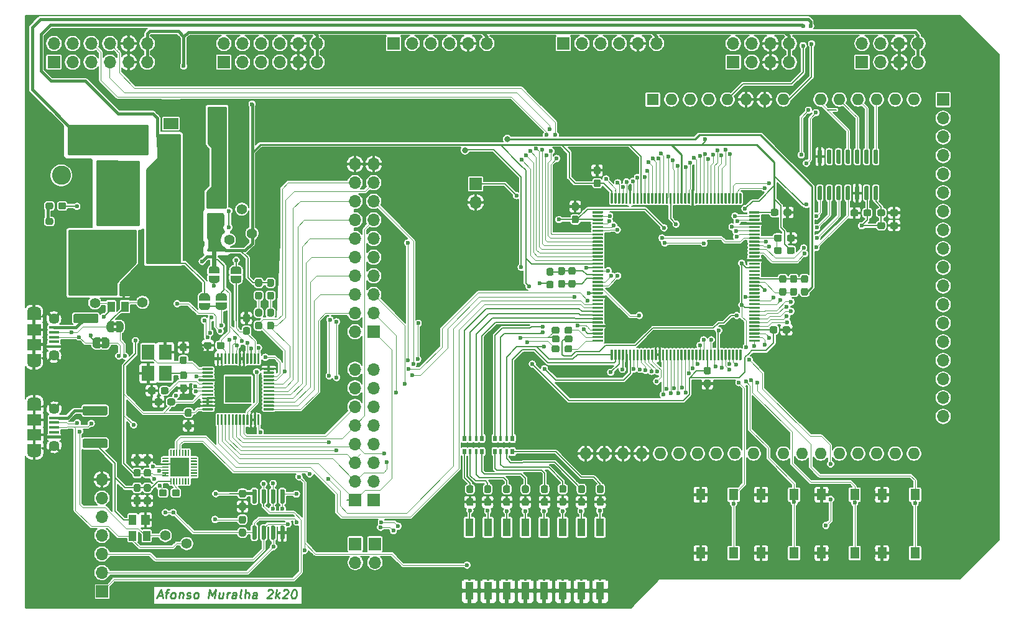
<source format=gtl>
%TF.GenerationSoftware,KiCad,Pcbnew,5.1.6-c6e7f7d~87~ubuntu18.04.1*%
%TF.CreationDate,2020-08-04T22:48:00+01:00*%
%TF.ProjectId,arktika-fpga,61726b74-696b-4612-9d66-7067612e6b69,rev?*%
%TF.SameCoordinates,Original*%
%TF.FileFunction,Copper,L1,Top*%
%TF.FilePolarity,Positive*%
%FSLAX46Y46*%
G04 Gerber Fmt 4.6, Leading zero omitted, Abs format (unit mm)*
G04 Created by KiCad (PCBNEW 5.1.6-c6e7f7d~87~ubuntu18.04.1) date 2020-08-04 22:48:00*
%MOMM*%
%LPD*%
G01*
G04 APERTURE LIST*
%TA.AperFunction,NonConductor*%
%ADD10C,0.250000*%
%TD*%
%TA.AperFunction,EtchedComponent*%
%ADD11C,0.100000*%
%TD*%
%TA.AperFunction,SMDPad,CuDef*%
%ADD12R,1.900000X1.200000*%
%TD*%
%TA.AperFunction,ComponentPad*%
%ADD13O,1.900000X1.200000*%
%TD*%
%TA.AperFunction,SMDPad,CuDef*%
%ADD14R,1.900000X1.500000*%
%TD*%
%TA.AperFunction,ComponentPad*%
%ADD15C,1.450000*%
%TD*%
%TA.AperFunction,SMDPad,CuDef*%
%ADD16R,1.350000X0.400000*%
%TD*%
%TA.AperFunction,ComponentPad*%
%ADD17C,1.400000*%
%TD*%
%TA.AperFunction,ComponentPad*%
%ADD18O,1.700000X1.700000*%
%TD*%
%TA.AperFunction,ComponentPad*%
%ADD19R,1.700000X1.700000*%
%TD*%
%TA.AperFunction,ComponentPad*%
%ADD20O,1.600000X1.600000*%
%TD*%
%TA.AperFunction,ComponentPad*%
%ADD21R,1.600000X1.600000*%
%TD*%
%TA.AperFunction,SMDPad,CuDef*%
%ADD22R,3.600000X3.600000*%
%TD*%
%TA.AperFunction,SMDPad,CuDef*%
%ADD23R,1.300000X1.550000*%
%TD*%
%TA.AperFunction,SMDPad,CuDef*%
%ADD24R,1.120000X2.440000*%
%TD*%
%TA.AperFunction,SMDPad,CuDef*%
%ADD25R,1.000000X1.400000*%
%TD*%
%TA.AperFunction,SMDPad,CuDef*%
%ADD26R,1.200000X1.400000*%
%TD*%
%TA.AperFunction,SMDPad,CuDef*%
%ADD27R,1.800000X2.100000*%
%TD*%
%TA.AperFunction,SMDPad,CuDef*%
%ADD28R,2.600000X2.600000*%
%TD*%
%TA.AperFunction,SMDPad,CuDef*%
%ADD29R,2.000000X1.500000*%
%TD*%
%TA.AperFunction,SMDPad,CuDef*%
%ADD30R,2.000000X3.800000*%
%TD*%
%TA.AperFunction,SMDPad,CuDef*%
%ADD31R,0.500000X0.800000*%
%TD*%
%TA.AperFunction,SMDPad,CuDef*%
%ADD32R,0.400000X0.800000*%
%TD*%
%TA.AperFunction,SMDPad,CuDef*%
%ADD33C,0.100000*%
%TD*%
%TA.AperFunction,ComponentPad*%
%ADD34R,2.600000X2.600000*%
%TD*%
%TA.AperFunction,ComponentPad*%
%ADD35C,2.600000*%
%TD*%
%TA.AperFunction,ViaPad*%
%ADD36C,0.600000*%
%TD*%
%TA.AperFunction,ViaPad*%
%ADD37C,0.800000*%
%TD*%
%TA.AperFunction,Conductor*%
%ADD38C,0.125000*%
%TD*%
%TA.AperFunction,Conductor*%
%ADD39C,0.600000*%
%TD*%
%TA.AperFunction,Conductor*%
%ADD40C,0.150000*%
%TD*%
%TA.AperFunction,Conductor*%
%ADD41C,0.200000*%
%TD*%
%TA.AperFunction,Conductor*%
%ADD42C,0.400000*%
%TD*%
%TA.AperFunction,Conductor*%
%ADD43C,0.152000*%
%TD*%
%TA.AperFunction,Conductor*%
%ADD44C,0.250000*%
%TD*%
%TA.AperFunction,Conductor*%
%ADD45C,0.254000*%
%TD*%
G04 APERTURE END LIST*
D10*
X102717187Y-137020000D02*
X103288616Y-137020000D01*
X102560044Y-137362857D02*
X103110044Y-136162857D01*
X103360044Y-137362857D01*
X103688616Y-136562857D02*
X104145758Y-136562857D01*
X103760044Y-137362857D02*
X103888616Y-136334285D01*
X103960044Y-136220000D01*
X104081473Y-136162857D01*
X104195758Y-136162857D01*
X104617187Y-137362857D02*
X104510044Y-137305714D01*
X104460044Y-137248571D01*
X104417187Y-137134285D01*
X104460044Y-136791428D01*
X104531473Y-136677142D01*
X104595758Y-136620000D01*
X104717187Y-136562857D01*
X104888616Y-136562857D01*
X104995758Y-136620000D01*
X105045758Y-136677142D01*
X105088616Y-136791428D01*
X105045758Y-137134285D01*
X104974330Y-137248571D01*
X104910044Y-137305714D01*
X104788616Y-137362857D01*
X104617187Y-137362857D01*
X105631473Y-136562857D02*
X105531473Y-137362857D01*
X105617187Y-136677142D02*
X105681473Y-136620000D01*
X105802901Y-136562857D01*
X105974330Y-136562857D01*
X106081473Y-136620000D01*
X106124330Y-136734285D01*
X106045758Y-137362857D01*
X106567187Y-137305714D02*
X106674330Y-137362857D01*
X106902901Y-137362857D01*
X107024330Y-137305714D01*
X107095758Y-137191428D01*
X107102901Y-137134285D01*
X107060044Y-137020000D01*
X106952901Y-136962857D01*
X106781473Y-136962857D01*
X106674330Y-136905714D01*
X106631473Y-136791428D01*
X106638616Y-136734285D01*
X106710044Y-136620000D01*
X106831473Y-136562857D01*
X107002901Y-136562857D01*
X107110044Y-136620000D01*
X107760044Y-137362857D02*
X107652901Y-137305714D01*
X107602901Y-137248571D01*
X107560044Y-137134285D01*
X107602901Y-136791428D01*
X107674330Y-136677142D01*
X107738616Y-136620000D01*
X107860044Y-136562857D01*
X108031473Y-136562857D01*
X108138616Y-136620000D01*
X108188616Y-136677142D01*
X108231473Y-136791428D01*
X108188616Y-137134285D01*
X108117187Y-137248571D01*
X108052901Y-137305714D01*
X107931473Y-137362857D01*
X107760044Y-137362857D01*
X109588616Y-137362857D02*
X109738616Y-136162857D01*
X110031473Y-137020000D01*
X110538616Y-136162857D01*
X110388616Y-137362857D01*
X111574330Y-136562857D02*
X111474330Y-137362857D01*
X111060044Y-136562857D02*
X110981473Y-137191428D01*
X111024330Y-137305714D01*
X111131473Y-137362857D01*
X111302901Y-137362857D01*
X111424330Y-137305714D01*
X111488616Y-137248571D01*
X112045758Y-137362857D02*
X112145758Y-136562857D01*
X112117187Y-136791428D02*
X112188616Y-136677142D01*
X112252901Y-136620000D01*
X112374330Y-136562857D01*
X112488616Y-136562857D01*
X113302901Y-137362857D02*
X113381473Y-136734285D01*
X113338616Y-136620000D01*
X113231473Y-136562857D01*
X113002901Y-136562857D01*
X112881473Y-136620000D01*
X113310044Y-137305714D02*
X113188616Y-137362857D01*
X112902901Y-137362857D01*
X112795758Y-137305714D01*
X112752901Y-137191428D01*
X112767187Y-137077142D01*
X112838616Y-136962857D01*
X112960044Y-136905714D01*
X113245758Y-136905714D01*
X113367187Y-136848571D01*
X114045758Y-137362857D02*
X113938616Y-137305714D01*
X113895758Y-137191428D01*
X114024330Y-136162857D01*
X114502901Y-137362857D02*
X114652901Y-136162857D01*
X115017187Y-137362857D02*
X115095758Y-136734285D01*
X115052901Y-136620000D01*
X114945758Y-136562857D01*
X114774330Y-136562857D01*
X114652901Y-136620000D01*
X114588616Y-136677142D01*
X116102901Y-137362857D02*
X116181473Y-136734285D01*
X116138616Y-136620000D01*
X116031473Y-136562857D01*
X115802901Y-136562857D01*
X115681473Y-136620000D01*
X116110044Y-137305714D02*
X115988616Y-137362857D01*
X115702901Y-137362857D01*
X115595758Y-137305714D01*
X115552901Y-137191428D01*
X115567187Y-137077142D01*
X115638616Y-136962857D01*
X115760044Y-136905714D01*
X116045758Y-136905714D01*
X116167187Y-136848571D01*
X117667187Y-136277142D02*
X117731473Y-136220000D01*
X117852901Y-136162857D01*
X118138616Y-136162857D01*
X118245758Y-136220000D01*
X118295758Y-136277142D01*
X118338616Y-136391428D01*
X118324330Y-136505714D01*
X118245758Y-136677142D01*
X117474330Y-137362857D01*
X118217187Y-137362857D01*
X118731473Y-137362857D02*
X118881473Y-136162857D01*
X118902901Y-136905714D02*
X119188616Y-137362857D01*
X119288616Y-136562857D02*
X118774330Y-137020000D01*
X119781473Y-136277142D02*
X119845758Y-136220000D01*
X119967187Y-136162857D01*
X120252901Y-136162857D01*
X120360044Y-136220000D01*
X120410044Y-136277142D01*
X120452901Y-136391428D01*
X120438616Y-136505714D01*
X120360044Y-136677142D01*
X119588616Y-137362857D01*
X120331473Y-137362857D01*
X121224330Y-136162857D02*
X121338616Y-136162857D01*
X121445758Y-136220000D01*
X121495758Y-136277142D01*
X121538616Y-136391428D01*
X121567187Y-136620000D01*
X121531473Y-136905714D01*
X121445758Y-137134285D01*
X121374330Y-137248571D01*
X121310044Y-137305714D01*
X121188616Y-137362857D01*
X121074330Y-137362857D01*
X120967187Y-137305714D01*
X120917187Y-137248571D01*
X120874330Y-137134285D01*
X120845758Y-136905714D01*
X120881473Y-136620000D01*
X120967187Y-136391428D01*
X121038616Y-136277142D01*
X121102901Y-136220000D01*
X121224330Y-136162857D01*
D11*
%TO.C,JUP5_2*%
G36*
X94675000Y-101925000D02*
G01*
X95175000Y-101925000D01*
X95175000Y-102325000D01*
X94675000Y-102325000D01*
X94675000Y-101925000D01*
G37*
G36*
X94675000Y-102725000D02*
G01*
X95175000Y-102725000D01*
X95175000Y-103125000D01*
X94675000Y-103125000D01*
X94675000Y-102725000D01*
G37*
%TO.C,JUP5_1*%
G36*
X96600000Y-99725000D02*
G01*
X97100000Y-99725000D01*
X97100000Y-100125000D01*
X96600000Y-100125000D01*
X96600000Y-99725000D01*
G37*
G36*
X96600000Y-100525000D02*
G01*
X97100000Y-100525000D01*
X97100000Y-100925000D01*
X96600000Y-100925000D01*
X96600000Y-100525000D01*
G37*
%TD*%
D12*
%TO.P,JUSB2,6*%
%TO.N,GND*%
X85862500Y-111150000D03*
X85862500Y-116950000D03*
D13*
X85862500Y-117550000D03*
X85862500Y-110550000D03*
D14*
X85862500Y-113050000D03*
D15*
X88562500Y-116550000D03*
D16*
%TO.P,JUSB2,3*%
%TO.N,/FPGA_PERIPHS/D+*%
X88562500Y-114050000D03*
%TO.P,JUSB2,4*%
%TO.N,Net-(JUSB2-Pad4)*%
X88562500Y-114700000D03*
%TO.P,JUSB2,5*%
%TO.N,GND*%
X88562500Y-115350000D03*
%TO.P,JUSB2,1*%
%TO.N,Net-(FUSB2-Pad2)*%
X88562500Y-112750000D03*
%TO.P,JUSB2,2*%
%TO.N,/FPGA_PERIPHS/D-*%
X88562500Y-113400000D03*
D15*
%TO.P,JUSB2,6*%
%TO.N,GND*%
X88562500Y-111550000D03*
D14*
X85862500Y-115050000D03*
%TD*%
D12*
%TO.P,JUSB1,6*%
%TO.N,GND*%
X85812500Y-98850000D03*
X85812500Y-104650000D03*
D13*
X85812500Y-105250000D03*
X85812500Y-98250000D03*
D14*
X85812500Y-100750000D03*
D15*
X88512500Y-104250000D03*
D16*
%TO.P,JUSB1,3*%
%TO.N,/D+*%
X88512500Y-101750000D03*
%TO.P,JUSB1,4*%
%TO.N,Net-(JUSB1-Pad4)*%
X88512500Y-102400000D03*
%TO.P,JUSB1,5*%
%TO.N,GND*%
X88512500Y-103050000D03*
%TO.P,JUSB1,1*%
%TO.N,Net-(FUSB1-Pad2)*%
X88512500Y-100450000D03*
%TO.P,JUSB1,2*%
%TO.N,/D-*%
X88512500Y-101100000D03*
D15*
%TO.P,JUSB1,6*%
%TO.N,GND*%
X88512500Y-99250000D03*
D14*
X85812500Y-102750000D03*
%TD*%
D17*
%TO.P,TP8,1*%
%TO.N,/FPGA_PERIPHS/D+*%
X106600000Y-129900000D03*
%TD*%
%TO.P,TP7,1*%
%TO.N,/FPGA_PERIPHS/D-*%
X103700000Y-128800000D03*
%TD*%
%TO.P,TP6,1*%
%TO.N,/Power/VCC1.2_PLL*%
X114100000Y-84300000D03*
%TD*%
%TO.P,TP5,1*%
%TO.N,/Power/VCC_CORE*%
X112400000Y-88500000D03*
%TD*%
%TO.P,TP4,1*%
%TO.N,/VCC3V3*%
X115500000Y-87600000D03*
%TD*%
%TO.P,TP3,1*%
%TO.N,/VCC5V*%
X102300000Y-79700000D03*
%TD*%
%TO.P,TP2,1*%
%TO.N,/D-*%
X100600000Y-97000000D03*
%TD*%
%TO.P,TP1,1*%
%TO.N,/D+*%
X94100000Y-97100000D03*
%TD*%
%TO.P,RUP11,2*%
%TO.N,/D+*%
%TA.AperFunction,SMDPad,CuDef*%
G36*
G01*
X157390000Y-101762500D02*
X157390000Y-102237500D01*
G75*
G02*
X157152500Y-102475000I-237500J0D01*
G01*
X156577500Y-102475000D01*
G75*
G02*
X156340000Y-102237500I0J237500D01*
G01*
X156340000Y-101762500D01*
G75*
G02*
X156577500Y-101525000I237500J0D01*
G01*
X157152500Y-101525000D01*
G75*
G02*
X157390000Y-101762500I0J-237500D01*
G01*
G37*
%TD.AperFunction*%
%TO.P,RUP11,1*%
%TO.N,/FPGA_IO/D+'*%
%TA.AperFunction,SMDPad,CuDef*%
G36*
G01*
X159140000Y-101762500D02*
X159140000Y-102237500D01*
G75*
G02*
X158902500Y-102475000I-237500J0D01*
G01*
X158327500Y-102475000D01*
G75*
G02*
X158090000Y-102237500I0J237500D01*
G01*
X158090000Y-101762500D01*
G75*
G02*
X158327500Y-101525000I237500J0D01*
G01*
X158902500Y-101525000D01*
G75*
G02*
X159140000Y-101762500I0J-237500D01*
G01*
G37*
%TD.AperFunction*%
%TD*%
%TO.P,RUP10,2*%
%TO.N,/D+*%
%TA.AperFunction,SMDPad,CuDef*%
G36*
G01*
X157360000Y-100572500D02*
X157360000Y-101047500D01*
G75*
G02*
X157122500Y-101285000I-237500J0D01*
G01*
X156547500Y-101285000D01*
G75*
G02*
X156310000Y-101047500I0J237500D01*
G01*
X156310000Y-100572500D01*
G75*
G02*
X156547500Y-100335000I237500J0D01*
G01*
X157122500Y-100335000D01*
G75*
G02*
X157360000Y-100572500I0J-237500D01*
G01*
G37*
%TD.AperFunction*%
%TO.P,RUP10,1*%
%TO.N,Net-(RUP10-Pad1)*%
%TA.AperFunction,SMDPad,CuDef*%
G36*
G01*
X159110000Y-100572500D02*
X159110000Y-101047500D01*
G75*
G02*
X158872500Y-101285000I-237500J0D01*
G01*
X158297500Y-101285000D01*
G75*
G02*
X158060000Y-101047500I0J237500D01*
G01*
X158060000Y-100572500D01*
G75*
G02*
X158297500Y-100335000I237500J0D01*
G01*
X158872500Y-100335000D01*
G75*
G02*
X159110000Y-100572500I0J-237500D01*
G01*
G37*
%TD.AperFunction*%
%TD*%
%TO.P,RUP9,2*%
%TO.N,/D-*%
%TA.AperFunction,SMDPad,CuDef*%
G36*
G01*
X157360000Y-103112500D02*
X157360000Y-103587500D01*
G75*
G02*
X157122500Y-103825000I-237500J0D01*
G01*
X156547500Y-103825000D01*
G75*
G02*
X156310000Y-103587500I0J237500D01*
G01*
X156310000Y-103112500D01*
G75*
G02*
X156547500Y-102875000I237500J0D01*
G01*
X157122500Y-102875000D01*
G75*
G02*
X157360000Y-103112500I0J-237500D01*
G01*
G37*
%TD.AperFunction*%
%TO.P,RUP9,1*%
%TO.N,Net-(RUP9-Pad1)*%
%TA.AperFunction,SMDPad,CuDef*%
G36*
G01*
X159110000Y-103112500D02*
X159110000Y-103587500D01*
G75*
G02*
X158872500Y-103825000I-237500J0D01*
G01*
X158297500Y-103825000D01*
G75*
G02*
X158060000Y-103587500I0J237500D01*
G01*
X158060000Y-103112500D01*
G75*
G02*
X158297500Y-102875000I237500J0D01*
G01*
X158872500Y-102875000D01*
G75*
G02*
X159110000Y-103112500I0J-237500D01*
G01*
G37*
%TD.AperFunction*%
%TD*%
%TO.P,CPER5,2*%
%TO.N,GND*%
%TA.AperFunction,SMDPad,CuDef*%
G36*
G01*
X198065000Y-84587500D02*
X198065000Y-85062500D01*
G75*
G02*
X197827500Y-85300000I-237500J0D01*
G01*
X197252500Y-85300000D01*
G75*
G02*
X197015000Y-85062500I0J237500D01*
G01*
X197015000Y-84587500D01*
G75*
G02*
X197252500Y-84350000I237500J0D01*
G01*
X197827500Y-84350000D01*
G75*
G02*
X198065000Y-84587500I0J-237500D01*
G01*
G37*
%TD.AperFunction*%
%TO.P,CPER5,1*%
%TO.N,/VCC3V3*%
%TA.AperFunction,SMDPad,CuDef*%
G36*
G01*
X199815000Y-84587500D02*
X199815000Y-85062500D01*
G75*
G02*
X199577500Y-85300000I-237500J0D01*
G01*
X199002500Y-85300000D01*
G75*
G02*
X198765000Y-85062500I0J237500D01*
G01*
X198765000Y-84587500D01*
G75*
G02*
X199002500Y-84350000I237500J0D01*
G01*
X199577500Y-84350000D01*
G75*
G02*
X199815000Y-84587500I0J-237500D01*
G01*
G37*
%TD.AperFunction*%
%TD*%
%TO.P,CPER7,2*%
%TO.N,GND*%
%TA.AperFunction,SMDPad,CuDef*%
G36*
G01*
X202415000Y-85037500D02*
X202415000Y-84562500D01*
G75*
G02*
X202652500Y-84325000I237500J0D01*
G01*
X203227500Y-84325000D01*
G75*
G02*
X203465000Y-84562500I0J-237500D01*
G01*
X203465000Y-85037500D01*
G75*
G02*
X203227500Y-85275000I-237500J0D01*
G01*
X202652500Y-85275000D01*
G75*
G02*
X202415000Y-85037500I0J237500D01*
G01*
G37*
%TD.AperFunction*%
%TO.P,CPER7,1*%
%TO.N,/VCC3V3*%
%TA.AperFunction,SMDPad,CuDef*%
G36*
G01*
X200665000Y-85037500D02*
X200665000Y-84562500D01*
G75*
G02*
X200902500Y-84325000I237500J0D01*
G01*
X201477500Y-84325000D01*
G75*
G02*
X201715000Y-84562500I0J-237500D01*
G01*
X201715000Y-85037500D01*
G75*
G02*
X201477500Y-85275000I-237500J0D01*
G01*
X200902500Y-85275000D01*
G75*
G02*
X200665000Y-85037500I0J237500D01*
G01*
G37*
%TD.AperFunction*%
%TD*%
%TO.P,CPER6,2*%
%TO.N,GND*%
%TA.AperFunction,SMDPad,CuDef*%
G36*
G01*
X202415000Y-86787500D02*
X202415000Y-86312500D01*
G75*
G02*
X202652500Y-86075000I237500J0D01*
G01*
X203227500Y-86075000D01*
G75*
G02*
X203465000Y-86312500I0J-237500D01*
G01*
X203465000Y-86787500D01*
G75*
G02*
X203227500Y-87025000I-237500J0D01*
G01*
X202652500Y-87025000D01*
G75*
G02*
X202415000Y-86787500I0J237500D01*
G01*
G37*
%TD.AperFunction*%
%TO.P,CPER6,1*%
%TO.N,/VCC3V3*%
%TA.AperFunction,SMDPad,CuDef*%
G36*
G01*
X200665000Y-86787500D02*
X200665000Y-86312500D01*
G75*
G02*
X200902500Y-86075000I237500J0D01*
G01*
X201477500Y-86075000D01*
G75*
G02*
X201715000Y-86312500I0J-237500D01*
G01*
X201715000Y-86787500D01*
G75*
G02*
X201477500Y-87025000I-237500J0D01*
G01*
X200902500Y-87025000D01*
G75*
G02*
X200665000Y-86787500I0J237500D01*
G01*
G37*
%TD.AperFunction*%
%TD*%
D18*
%TO.P,BPER1,2*%
%TO.N,GND*%
X145950000Y-83390000D03*
D19*
%TO.P,BPER1,1*%
%TO.N,/FPGA_IO/Buzzer*%
X145950000Y-80850000D03*
%TD*%
D18*
%TO.P,JEXT1,18*%
%TO.N,/FPGA_IO/EXT18*%
X209625000Y-112555000D03*
%TO.P,JEXT1,17*%
%TO.N,/FPGA_IO/EXT17*%
X209625000Y-110015000D03*
%TO.P,JEXT1,16*%
%TO.N,/FPGA_IO/EXT16*%
X209625000Y-107475000D03*
%TO.P,JEXT1,15*%
%TO.N,/FPGA_IO/EXT15*%
X209625000Y-104935000D03*
%TO.P,JEXT1,14*%
%TO.N,/FPGA_IO/EXT14*%
X209625000Y-102395000D03*
%TO.P,JEXT1,13*%
%TO.N,/FPGA_IO/EXT13*%
X209625000Y-99855000D03*
%TO.P,JEXT1,12*%
%TO.N,/FPGA_IO/EXT12*%
X209625000Y-97315000D03*
%TO.P,JEXT1,11*%
%TO.N,/FPGA_IO/EXT11*%
X209625000Y-94775000D03*
%TO.P,JEXT1,10*%
%TO.N,/FPGA_IO/EXT10*%
X209625000Y-92235000D03*
%TO.P,JEXT1,9*%
%TO.N,/FPGA_IO/EXT9*%
X209625000Y-89695000D03*
%TO.P,JEXT1,8*%
%TO.N,/FPGA_IO/EXT8*%
X209625000Y-87155000D03*
%TO.P,JEXT1,7*%
%TO.N,/FPGA_IO/EXT7*%
X209625000Y-84615000D03*
%TO.P,JEXT1,6*%
%TO.N,/FPGA_IO/EXT6*%
X209625000Y-82075000D03*
%TO.P,JEXT1,5*%
%TO.N,/FPGA_IO/EXT5*%
X209625000Y-79535000D03*
%TO.P,JEXT1,4*%
%TO.N,/FPGA_IO/EXT4*%
X209625000Y-76995000D03*
%TO.P,JEXT1,3*%
%TO.N,/FPGA_IO/EXT3*%
X209625000Y-74455000D03*
%TO.P,JEXT1,2*%
%TO.N,/FPGA_IO/EXT2*%
X209625000Y-71915000D03*
D19*
%TO.P,JEXT1,1*%
%TO.N,/FPGA_IO/EXT1*%
X209625000Y-69375000D03*
%TD*%
D20*
%TO.P,A1,16*%
%TO.N,/FPGA_IO/ARDUINO_D1*%
X203095000Y-117630000D03*
%TO.P,A1,15*%
%TO.N,/FPGA_IO/ARDUINO_D0*%
X205635000Y-117630000D03*
%TO.P,A1,30*%
%TO.N,GND*%
X166015000Y-117630000D03*
%TO.P,A1,14*%
%TO.N,/FPGA_IO/ARDUINO_EXTRA_3*%
X205635000Y-69370000D03*
%TO.P,A1,29*%
%TO.N,GND*%
X168555000Y-117630000D03*
%TO.P,A1,13*%
%TO.N,/FPGA_IO/ARDUINO_EXTRA_4*%
X203095000Y-69370000D03*
%TO.P,A1,28*%
%TO.N,/FPGA_IO/ARDUINO_D13*%
X171095000Y-117630000D03*
%TO.P,A1,12*%
%TO.N,ADC_CH3*%
X200555000Y-69370000D03*
%TO.P,A1,27*%
%TO.N,/FPGA_IO/ARDUINO_D12*%
X173635000Y-117630000D03*
%TO.P,A1,11*%
%TO.N,ADC_CH2*%
X198015000Y-69370000D03*
%TO.P,A1,26*%
%TO.N,/FPGA_IO/ARDUINO_D11*%
X176175000Y-117630000D03*
%TO.P,A1,10*%
%TO.N,ADC_CH1*%
X195475000Y-69370000D03*
%TO.P,A1,25*%
%TO.N,/FPGA_IO/ARDUINO_D10*%
X178715000Y-117630000D03*
%TO.P,A1,9*%
%TO.N,ADC_CH0*%
X192935000Y-69370000D03*
%TO.P,A1,24*%
%TO.N,/FPGA_IO/ARDUINO_D9*%
X181255000Y-117630000D03*
%TO.P,A1,8*%
%TO.N,/VIN*%
X187855000Y-69370000D03*
%TO.P,A1,23*%
%TO.N,/FPGA_IO/ARDUINO_D8*%
X183795000Y-117630000D03*
%TO.P,A1,7*%
%TO.N,GND*%
X185315000Y-69370000D03*
%TO.P,A1,22*%
%TO.N,/FPGA_IO/ARDUINO_D7*%
X187855000Y-117630000D03*
%TO.P,A1,6*%
%TO.N,GND*%
X182775000Y-69370000D03*
%TO.P,A1,21*%
%TO.N,/FPGA_IO/ARDUINO_D6*%
X190395000Y-117630000D03*
%TO.P,A1,5*%
%TO.N,/VCC5V*%
X180235000Y-69370000D03*
%TO.P,A1,20*%
%TO.N,/FPGA_IO/ARDUINO_D5*%
X192935000Y-117630000D03*
%TO.P,A1,4*%
%TO.N,/VCC3V3*%
X177695000Y-69370000D03*
%TO.P,A1,19*%
%TO.N,/FPGA_IO/ARDUINO_D4*%
X195475000Y-117630000D03*
%TO.P,A1,3*%
%TO.N,/FPGA_IO/ARDUINO_RESET*%
X175155000Y-69370000D03*
%TO.P,A1,18*%
%TO.N,/FPGA_IO/ARDUINO_D3*%
X198015000Y-117630000D03*
%TO.P,A1,2*%
%TO.N,/FPGA_IO/ARDUINO_EXTRA_1*%
X172615000Y-69370000D03*
%TO.P,A1,17*%
%TO.N,/FPGA_IO/ARDUINO_D2*%
X200555000Y-117630000D03*
D21*
%TO.P,A1,1*%
%TO.N,Net-(A1-Pad1)*%
X170075000Y-69370000D03*
D20*
%TO.P,A1,31*%
%TO.N,GND*%
X163475000Y-117630000D03*
%TO.P,A1,32*%
X160935000Y-117630000D03*
%TD*%
%TO.P,CP7_3,2*%
%TO.N,GND*%
%TA.AperFunction,SMDPad,CuDef*%
G36*
G01*
X177262500Y-107550000D02*
X177737500Y-107550000D01*
G75*
G02*
X177975000Y-107787500I0J-237500D01*
G01*
X177975000Y-108362500D01*
G75*
G02*
X177737500Y-108600000I-237500J0D01*
G01*
X177262500Y-108600000D01*
G75*
G02*
X177025000Y-108362500I0J237500D01*
G01*
X177025000Y-107787500D01*
G75*
G02*
X177262500Y-107550000I237500J0D01*
G01*
G37*
%TD.AperFunction*%
%TO.P,CP7_3,1*%
%TO.N,/Power/VCC_CORE*%
%TA.AperFunction,SMDPad,CuDef*%
G36*
G01*
X177262500Y-105800000D02*
X177737500Y-105800000D01*
G75*
G02*
X177975000Y-106037500I0J-237500D01*
G01*
X177975000Y-106612500D01*
G75*
G02*
X177737500Y-106850000I-237500J0D01*
G01*
X177262500Y-106850000D01*
G75*
G02*
X177025000Y-106612500I0J237500D01*
G01*
X177025000Y-106037500D01*
G75*
G02*
X177262500Y-105800000I237500J0D01*
G01*
G37*
%TD.AperFunction*%
%TD*%
D22*
%TO.P,UUP1,49*%
%TO.N,N/C*%
X113625000Y-108850000D03*
%TO.P,UUP1,48*%
%TO.N,GND*%
%TA.AperFunction,SMDPad,CuDef*%
G36*
G01*
X110725000Y-105350000D02*
X110725000Y-104025000D01*
G75*
G02*
X110800000Y-103950000I75000J0D01*
G01*
X110950000Y-103950000D01*
G75*
G02*
X111025000Y-104025000I0J-75000D01*
G01*
X111025000Y-105350000D01*
G75*
G02*
X110950000Y-105425000I-75000J0D01*
G01*
X110800000Y-105425000D01*
G75*
G02*
X110725000Y-105350000I0J75000D01*
G01*
G37*
%TD.AperFunction*%
%TO.P,UUP1,47*%
%TA.AperFunction,SMDPad,CuDef*%
G36*
G01*
X111225000Y-105350000D02*
X111225000Y-104025000D01*
G75*
G02*
X111300000Y-103950000I75000J0D01*
G01*
X111450000Y-103950000D01*
G75*
G02*
X111525000Y-104025000I0J-75000D01*
G01*
X111525000Y-105350000D01*
G75*
G02*
X111450000Y-105425000I-75000J0D01*
G01*
X111300000Y-105425000D01*
G75*
G02*
X111225000Y-105350000I0J75000D01*
G01*
G37*
%TD.AperFunction*%
%TO.P,UUP1,46*%
%TO.N,/VCC3V3*%
%TA.AperFunction,SMDPad,CuDef*%
G36*
G01*
X111725000Y-105350000D02*
X111725000Y-104025000D01*
G75*
G02*
X111800000Y-103950000I75000J0D01*
G01*
X111950000Y-103950000D01*
G75*
G02*
X112025000Y-104025000I0J-75000D01*
G01*
X112025000Y-105350000D01*
G75*
G02*
X111950000Y-105425000I-75000J0D01*
G01*
X111800000Y-105425000D01*
G75*
G02*
X111725000Y-105350000I0J75000D01*
G01*
G37*
%TD.AperFunction*%
%TO.P,UUP1,45*%
%TO.N,/USB AND PROG/EECS*%
%TA.AperFunction,SMDPad,CuDef*%
G36*
G01*
X112225000Y-105350000D02*
X112225000Y-104025000D01*
G75*
G02*
X112300000Y-103950000I75000J0D01*
G01*
X112450000Y-103950000D01*
G75*
G02*
X112525000Y-104025000I0J-75000D01*
G01*
X112525000Y-105350000D01*
G75*
G02*
X112450000Y-105425000I-75000J0D01*
G01*
X112300000Y-105425000D01*
G75*
G02*
X112225000Y-105350000I0J75000D01*
G01*
G37*
%TD.AperFunction*%
%TO.P,UUP1,44*%
%TO.N,/USB AND PROG/EECLK*%
%TA.AperFunction,SMDPad,CuDef*%
G36*
G01*
X112725000Y-105350000D02*
X112725000Y-104025000D01*
G75*
G02*
X112800000Y-103950000I75000J0D01*
G01*
X112950000Y-103950000D01*
G75*
G02*
X113025000Y-104025000I0J-75000D01*
G01*
X113025000Y-105350000D01*
G75*
G02*
X112950000Y-105425000I-75000J0D01*
G01*
X112800000Y-105425000D01*
G75*
G02*
X112725000Y-105350000I0J75000D01*
G01*
G37*
%TD.AperFunction*%
%TO.P,UUP1,43*%
%TO.N,/USB AND PROG/EEDATA*%
%TA.AperFunction,SMDPad,CuDef*%
G36*
G01*
X113225000Y-105350000D02*
X113225000Y-104025000D01*
G75*
G02*
X113300000Y-103950000I75000J0D01*
G01*
X113450000Y-103950000D01*
G75*
G02*
X113525000Y-104025000I0J-75000D01*
G01*
X113525000Y-105350000D01*
G75*
G02*
X113450000Y-105425000I-75000J0D01*
G01*
X113300000Y-105425000D01*
G75*
G02*
X113225000Y-105350000I0J75000D01*
G01*
G37*
%TD.AperFunction*%
%TO.P,UUP1,42*%
%TO.N,GND*%
%TA.AperFunction,SMDPad,CuDef*%
G36*
G01*
X113725000Y-105350000D02*
X113725000Y-104025000D01*
G75*
G02*
X113800000Y-103950000I75000J0D01*
G01*
X113950000Y-103950000D01*
G75*
G02*
X114025000Y-104025000I0J-75000D01*
G01*
X114025000Y-105350000D01*
G75*
G02*
X113950000Y-105425000I-75000J0D01*
G01*
X113800000Y-105425000D01*
G75*
G02*
X113725000Y-105350000I0J75000D01*
G01*
G37*
%TD.AperFunction*%
%TO.P,UUP1,41*%
%TA.AperFunction,SMDPad,CuDef*%
G36*
G01*
X114225000Y-105350000D02*
X114225000Y-104025000D01*
G75*
G02*
X114300000Y-103950000I75000J0D01*
G01*
X114450000Y-103950000D01*
G75*
G02*
X114525000Y-104025000I0J-75000D01*
G01*
X114525000Y-105350000D01*
G75*
G02*
X114450000Y-105425000I-75000J0D01*
G01*
X114300000Y-105425000D01*
G75*
G02*
X114225000Y-105350000I0J75000D01*
G01*
G37*
%TD.AperFunction*%
%TO.P,UUP1,40*%
%TO.N,Net-(JUP1-Pad2)*%
%TA.AperFunction,SMDPad,CuDef*%
G36*
G01*
X114725000Y-105350000D02*
X114725000Y-104025000D01*
G75*
G02*
X114800000Y-103950000I75000J0D01*
G01*
X114950000Y-103950000D01*
G75*
G02*
X115025000Y-104025000I0J-75000D01*
G01*
X115025000Y-105350000D01*
G75*
G02*
X114950000Y-105425000I-75000J0D01*
G01*
X114800000Y-105425000D01*
G75*
G02*
X114725000Y-105350000I0J75000D01*
G01*
G37*
%TD.AperFunction*%
%TO.P,UUP1,39*%
%TO.N,/USB AND PROG/VCC3V3_USB*%
%TA.AperFunction,SMDPad,CuDef*%
G36*
G01*
X115225000Y-105350000D02*
X115225000Y-104025000D01*
G75*
G02*
X115300000Y-103950000I75000J0D01*
G01*
X115450000Y-103950000D01*
G75*
G02*
X115525000Y-104025000I0J-75000D01*
G01*
X115525000Y-105350000D01*
G75*
G02*
X115450000Y-105425000I-75000J0D01*
G01*
X115300000Y-105425000D01*
G75*
G02*
X115225000Y-105350000I0J75000D01*
G01*
G37*
%TD.AperFunction*%
%TO.P,UUP1,38*%
%TO.N,/USB AND PROG/VCC_CORE_USB*%
%TA.AperFunction,SMDPad,CuDef*%
G36*
G01*
X115725000Y-105350000D02*
X115725000Y-104025000D01*
G75*
G02*
X115800000Y-103950000I75000J0D01*
G01*
X115950000Y-103950000D01*
G75*
G02*
X116025000Y-104025000I0J-75000D01*
G01*
X116025000Y-105350000D01*
G75*
G02*
X115950000Y-105425000I-75000J0D01*
G01*
X115800000Y-105425000D01*
G75*
G02*
X115725000Y-105350000I0J75000D01*
G01*
G37*
%TD.AperFunction*%
%TO.P,UUP1,37*%
%TO.N,Net-(CUP7-Pad1)*%
%TA.AperFunction,SMDPad,CuDef*%
G36*
G01*
X116225000Y-105350000D02*
X116225000Y-104025000D01*
G75*
G02*
X116300000Y-103950000I75000J0D01*
G01*
X116450000Y-103950000D01*
G75*
G02*
X116525000Y-104025000I0J-75000D01*
G01*
X116525000Y-105350000D01*
G75*
G02*
X116450000Y-105425000I-75000J0D01*
G01*
X116300000Y-105425000D01*
G75*
G02*
X116225000Y-105350000I0J75000D01*
G01*
G37*
%TD.AperFunction*%
%TO.P,UUP1,36*%
%TO.N,GND*%
%TA.AperFunction,SMDPad,CuDef*%
G36*
G01*
X117050000Y-106175000D02*
X117050000Y-106025000D01*
G75*
G02*
X117125000Y-105950000I75000J0D01*
G01*
X118450000Y-105950000D01*
G75*
G02*
X118525000Y-106025000I0J-75000D01*
G01*
X118525000Y-106175000D01*
G75*
G02*
X118450000Y-106250000I-75000J0D01*
G01*
X117125000Y-106250000D01*
G75*
G02*
X117050000Y-106175000I0J75000D01*
G01*
G37*
%TD.AperFunction*%
%TO.P,UUP1,35*%
%TA.AperFunction,SMDPad,CuDef*%
G36*
G01*
X117050000Y-106675000D02*
X117050000Y-106525000D01*
G75*
G02*
X117125000Y-106450000I75000J0D01*
G01*
X118450000Y-106450000D01*
G75*
G02*
X118525000Y-106525000I0J-75000D01*
G01*
X118525000Y-106675000D01*
G75*
G02*
X118450000Y-106750000I-75000J0D01*
G01*
X117125000Y-106750000D01*
G75*
G02*
X117050000Y-106675000I0J75000D01*
G01*
G37*
%TD.AperFunction*%
%TO.P,UUP1,34*%
%TO.N,/VCC3V3*%
%TA.AperFunction,SMDPad,CuDef*%
G36*
G01*
X117050000Y-107175000D02*
X117050000Y-107025000D01*
G75*
G02*
X117125000Y-106950000I75000J0D01*
G01*
X118450000Y-106950000D01*
G75*
G02*
X118525000Y-107025000I0J-75000D01*
G01*
X118525000Y-107175000D01*
G75*
G02*
X118450000Y-107250000I-75000J0D01*
G01*
X117125000Y-107250000D01*
G75*
G02*
X117050000Y-107175000I0J75000D01*
G01*
G37*
%TD.AperFunction*%
%TO.P,UUP1,33*%
%TO.N,/USB AND PROG/C9'*%
%TA.AperFunction,SMDPad,CuDef*%
G36*
G01*
X117050000Y-107675000D02*
X117050000Y-107525000D01*
G75*
G02*
X117125000Y-107450000I75000J0D01*
G01*
X118450000Y-107450000D01*
G75*
G02*
X118525000Y-107525000I0J-75000D01*
G01*
X118525000Y-107675000D01*
G75*
G02*
X118450000Y-107750000I-75000J0D01*
G01*
X117125000Y-107750000D01*
G75*
G02*
X117050000Y-107675000I0J75000D01*
G01*
G37*
%TD.AperFunction*%
%TO.P,UUP1,32*%
%TO.N,/USB AND PROG/C8'*%
%TA.AperFunction,SMDPad,CuDef*%
G36*
G01*
X117050000Y-108175000D02*
X117050000Y-108025000D01*
G75*
G02*
X117125000Y-107950000I75000J0D01*
G01*
X118450000Y-107950000D01*
G75*
G02*
X118525000Y-108025000I0J-75000D01*
G01*
X118525000Y-108175000D01*
G75*
G02*
X118450000Y-108250000I-75000J0D01*
G01*
X117125000Y-108250000D01*
G75*
G02*
X117050000Y-108175000I0J75000D01*
G01*
G37*
%TD.AperFunction*%
%TO.P,UUP1,31*%
%TO.N,/USB AND PROG/ACBUS7*%
%TA.AperFunction,SMDPad,CuDef*%
G36*
G01*
X117050000Y-108675000D02*
X117050000Y-108525000D01*
G75*
G02*
X117125000Y-108450000I75000J0D01*
G01*
X118450000Y-108450000D01*
G75*
G02*
X118525000Y-108525000I0J-75000D01*
G01*
X118525000Y-108675000D01*
G75*
G02*
X118450000Y-108750000I-75000J0D01*
G01*
X117125000Y-108750000D01*
G75*
G02*
X117050000Y-108675000I0J75000D01*
G01*
G37*
%TD.AperFunction*%
%TO.P,UUP1,30*%
%TO.N,/USB AND PROG/ACBUS6*%
%TA.AperFunction,SMDPad,CuDef*%
G36*
G01*
X117050000Y-109175000D02*
X117050000Y-109025000D01*
G75*
G02*
X117125000Y-108950000I75000J0D01*
G01*
X118450000Y-108950000D01*
G75*
G02*
X118525000Y-109025000I0J-75000D01*
G01*
X118525000Y-109175000D01*
G75*
G02*
X118450000Y-109250000I-75000J0D01*
G01*
X117125000Y-109250000D01*
G75*
G02*
X117050000Y-109175000I0J75000D01*
G01*
G37*
%TD.AperFunction*%
%TO.P,UUP1,29*%
%TO.N,/USB AND PROG/ACBUS5*%
%TA.AperFunction,SMDPad,CuDef*%
G36*
G01*
X117050000Y-109675000D02*
X117050000Y-109525000D01*
G75*
G02*
X117125000Y-109450000I75000J0D01*
G01*
X118450000Y-109450000D01*
G75*
G02*
X118525000Y-109525000I0J-75000D01*
G01*
X118525000Y-109675000D01*
G75*
G02*
X118450000Y-109750000I-75000J0D01*
G01*
X117125000Y-109750000D01*
G75*
G02*
X117050000Y-109675000I0J75000D01*
G01*
G37*
%TD.AperFunction*%
%TO.P,UUP1,28*%
%TO.N,/USB AND PROG/ACBUS4*%
%TA.AperFunction,SMDPad,CuDef*%
G36*
G01*
X117050000Y-110175000D02*
X117050000Y-110025000D01*
G75*
G02*
X117125000Y-109950000I75000J0D01*
G01*
X118450000Y-109950000D01*
G75*
G02*
X118525000Y-110025000I0J-75000D01*
G01*
X118525000Y-110175000D01*
G75*
G02*
X118450000Y-110250000I-75000J0D01*
G01*
X117125000Y-110250000D01*
G75*
G02*
X117050000Y-110175000I0J75000D01*
G01*
G37*
%TD.AperFunction*%
%TO.P,UUP1,27*%
%TO.N,/USB AND PROG/ACBUS3*%
%TA.AperFunction,SMDPad,CuDef*%
G36*
G01*
X117050000Y-110675000D02*
X117050000Y-110525000D01*
G75*
G02*
X117125000Y-110450000I75000J0D01*
G01*
X118450000Y-110450000D01*
G75*
G02*
X118525000Y-110525000I0J-75000D01*
G01*
X118525000Y-110675000D01*
G75*
G02*
X118450000Y-110750000I-75000J0D01*
G01*
X117125000Y-110750000D01*
G75*
G02*
X117050000Y-110675000I0J75000D01*
G01*
G37*
%TD.AperFunction*%
%TO.P,UUP1,26*%
%TO.N,/USB AND PROG/ACBUS2*%
%TA.AperFunction,SMDPad,CuDef*%
G36*
G01*
X117050000Y-111175000D02*
X117050000Y-111025000D01*
G75*
G02*
X117125000Y-110950000I75000J0D01*
G01*
X118450000Y-110950000D01*
G75*
G02*
X118525000Y-111025000I0J-75000D01*
G01*
X118525000Y-111175000D01*
G75*
G02*
X118450000Y-111250000I-75000J0D01*
G01*
X117125000Y-111250000D01*
G75*
G02*
X117050000Y-111175000I0J75000D01*
G01*
G37*
%TD.AperFunction*%
%TO.P,UUP1,25*%
%TO.N,/USB AND PROG/ACBUS1*%
%TA.AperFunction,SMDPad,CuDef*%
G36*
G01*
X117050000Y-111675000D02*
X117050000Y-111525000D01*
G75*
G02*
X117125000Y-111450000I75000J0D01*
G01*
X118450000Y-111450000D01*
G75*
G02*
X118525000Y-111525000I0J-75000D01*
G01*
X118525000Y-111675000D01*
G75*
G02*
X118450000Y-111750000I-75000J0D01*
G01*
X117125000Y-111750000D01*
G75*
G02*
X117050000Y-111675000I0J75000D01*
G01*
G37*
%TD.AperFunction*%
%TO.P,UUP1,24*%
%TO.N,/VCC3V3*%
%TA.AperFunction,SMDPad,CuDef*%
G36*
G01*
X116225000Y-113675000D02*
X116225000Y-112350000D01*
G75*
G02*
X116300000Y-112275000I75000J0D01*
G01*
X116450000Y-112275000D01*
G75*
G02*
X116525000Y-112350000I0J-75000D01*
G01*
X116525000Y-113675000D01*
G75*
G02*
X116450000Y-113750000I-75000J0D01*
G01*
X116300000Y-113750000D01*
G75*
G02*
X116225000Y-113675000I0J75000D01*
G01*
G37*
%TD.AperFunction*%
%TO.P,UUP1,23*%
%TO.N,GND*%
%TA.AperFunction,SMDPad,CuDef*%
G36*
G01*
X115725000Y-113675000D02*
X115725000Y-112350000D01*
G75*
G02*
X115800000Y-112275000I75000J0D01*
G01*
X115950000Y-112275000D01*
G75*
G02*
X116025000Y-112350000I0J-75000D01*
G01*
X116025000Y-113675000D01*
G75*
G02*
X115950000Y-113750000I-75000J0D01*
G01*
X115800000Y-113750000D01*
G75*
G02*
X115725000Y-113675000I0J75000D01*
G01*
G37*
%TD.AperFunction*%
%TO.P,UUP1,22*%
%TA.AperFunction,SMDPad,CuDef*%
G36*
G01*
X115225000Y-113675000D02*
X115225000Y-112350000D01*
G75*
G02*
X115300000Y-112275000I75000J0D01*
G01*
X115450000Y-112275000D01*
G75*
G02*
X115525000Y-112350000I0J-75000D01*
G01*
X115525000Y-113675000D01*
G75*
G02*
X115450000Y-113750000I-75000J0D01*
G01*
X115300000Y-113750000D01*
G75*
G02*
X115225000Y-113675000I0J75000D01*
G01*
G37*
%TD.AperFunction*%
%TO.P,UUP1,21*%
%TO.N,/USB AND PROG/ACBUS0*%
%TA.AperFunction,SMDPad,CuDef*%
G36*
G01*
X114725000Y-113675000D02*
X114725000Y-112350000D01*
G75*
G02*
X114800000Y-112275000I75000J0D01*
G01*
X114950000Y-112275000D01*
G75*
G02*
X115025000Y-112350000I0J-75000D01*
G01*
X115025000Y-113675000D01*
G75*
G02*
X114950000Y-113750000I-75000J0D01*
G01*
X114800000Y-113750000D01*
G75*
G02*
X114725000Y-113675000I0J75000D01*
G01*
G37*
%TD.AperFunction*%
%TO.P,UUP1,20*%
%TO.N,/USB AND PROG/ADBUS7*%
%TA.AperFunction,SMDPad,CuDef*%
G36*
G01*
X114225000Y-113675000D02*
X114225000Y-112350000D01*
G75*
G02*
X114300000Y-112275000I75000J0D01*
G01*
X114450000Y-112275000D01*
G75*
G02*
X114525000Y-112350000I0J-75000D01*
G01*
X114525000Y-113675000D01*
G75*
G02*
X114450000Y-113750000I-75000J0D01*
G01*
X114300000Y-113750000D01*
G75*
G02*
X114225000Y-113675000I0J75000D01*
G01*
G37*
%TD.AperFunction*%
%TO.P,UUP1,19*%
%TO.N,/USB AND PROG/ADBUS6*%
%TA.AperFunction,SMDPad,CuDef*%
G36*
G01*
X113725000Y-113675000D02*
X113725000Y-112350000D01*
G75*
G02*
X113800000Y-112275000I75000J0D01*
G01*
X113950000Y-112275000D01*
G75*
G02*
X114025000Y-112350000I0J-75000D01*
G01*
X114025000Y-113675000D01*
G75*
G02*
X113950000Y-113750000I-75000J0D01*
G01*
X113800000Y-113750000D01*
G75*
G02*
X113725000Y-113675000I0J75000D01*
G01*
G37*
%TD.AperFunction*%
%TO.P,UUP1,18*%
%TO.N,/USB AND PROG/ADBUS5*%
%TA.AperFunction,SMDPad,CuDef*%
G36*
G01*
X113225000Y-113675000D02*
X113225000Y-112350000D01*
G75*
G02*
X113300000Y-112275000I75000J0D01*
G01*
X113450000Y-112275000D01*
G75*
G02*
X113525000Y-112350000I0J-75000D01*
G01*
X113525000Y-113675000D01*
G75*
G02*
X113450000Y-113750000I-75000J0D01*
G01*
X113300000Y-113750000D01*
G75*
G02*
X113225000Y-113675000I0J75000D01*
G01*
G37*
%TD.AperFunction*%
%TO.P,UUP1,17*%
%TO.N,/USB AND PROG/ADBUS4*%
%TA.AperFunction,SMDPad,CuDef*%
G36*
G01*
X112725000Y-113675000D02*
X112725000Y-112350000D01*
G75*
G02*
X112800000Y-112275000I75000J0D01*
G01*
X112950000Y-112275000D01*
G75*
G02*
X113025000Y-112350000I0J-75000D01*
G01*
X113025000Y-113675000D01*
G75*
G02*
X112950000Y-113750000I-75000J0D01*
G01*
X112800000Y-113750000D01*
G75*
G02*
X112725000Y-113675000I0J75000D01*
G01*
G37*
%TD.AperFunction*%
%TO.P,UUP1,16*%
%TO.N,/USB AND PROG/ADBUS3*%
%TA.AperFunction,SMDPad,CuDef*%
G36*
G01*
X112225000Y-113675000D02*
X112225000Y-112350000D01*
G75*
G02*
X112300000Y-112275000I75000J0D01*
G01*
X112450000Y-112275000D01*
G75*
G02*
X112525000Y-112350000I0J-75000D01*
G01*
X112525000Y-113675000D01*
G75*
G02*
X112450000Y-113750000I-75000J0D01*
G01*
X112300000Y-113750000D01*
G75*
G02*
X112225000Y-113675000I0J75000D01*
G01*
G37*
%TD.AperFunction*%
%TO.P,UUP1,15*%
%TO.N,/USB AND PROG/ADBUS2*%
%TA.AperFunction,SMDPad,CuDef*%
G36*
G01*
X111725000Y-113675000D02*
X111725000Y-112350000D01*
G75*
G02*
X111800000Y-112275000I75000J0D01*
G01*
X111950000Y-112275000D01*
G75*
G02*
X112025000Y-112350000I0J-75000D01*
G01*
X112025000Y-113675000D01*
G75*
G02*
X111950000Y-113750000I-75000J0D01*
G01*
X111800000Y-113750000D01*
G75*
G02*
X111725000Y-113675000I0J75000D01*
G01*
G37*
%TD.AperFunction*%
%TO.P,UUP1,14*%
%TO.N,/USB AND PROG/ADBUS1*%
%TA.AperFunction,SMDPad,CuDef*%
G36*
G01*
X111225000Y-113675000D02*
X111225000Y-112350000D01*
G75*
G02*
X111300000Y-112275000I75000J0D01*
G01*
X111450000Y-112275000D01*
G75*
G02*
X111525000Y-112350000I0J-75000D01*
G01*
X111525000Y-113675000D01*
G75*
G02*
X111450000Y-113750000I-75000J0D01*
G01*
X111300000Y-113750000D01*
G75*
G02*
X111225000Y-113675000I0J75000D01*
G01*
G37*
%TD.AperFunction*%
%TO.P,UUP1,13*%
%TO.N,/USB AND PROG/ADBUS0*%
%TA.AperFunction,SMDPad,CuDef*%
G36*
G01*
X110725000Y-113675000D02*
X110725000Y-112350000D01*
G75*
G02*
X110800000Y-112275000I75000J0D01*
G01*
X110950000Y-112275000D01*
G75*
G02*
X111025000Y-112350000I0J-75000D01*
G01*
X111025000Y-113675000D01*
G75*
G02*
X110950000Y-113750000I-75000J0D01*
G01*
X110800000Y-113750000D01*
G75*
G02*
X110725000Y-113675000I0J75000D01*
G01*
G37*
%TD.AperFunction*%
%TO.P,UUP1,12*%
%TO.N,/VCC3V3*%
%TA.AperFunction,SMDPad,CuDef*%
G36*
G01*
X108725000Y-111675000D02*
X108725000Y-111525000D01*
G75*
G02*
X108800000Y-111450000I75000J0D01*
G01*
X110125000Y-111450000D01*
G75*
G02*
X110200000Y-111525000I0J-75000D01*
G01*
X110200000Y-111675000D01*
G75*
G02*
X110125000Y-111750000I-75000J0D01*
G01*
X108800000Y-111750000D01*
G75*
G02*
X108725000Y-111675000I0J75000D01*
G01*
G37*
%TD.AperFunction*%
%TO.P,UUP1,11*%
%TO.N,GND*%
%TA.AperFunction,SMDPad,CuDef*%
G36*
G01*
X108725000Y-111175000D02*
X108725000Y-111025000D01*
G75*
G02*
X108800000Y-110950000I75000J0D01*
G01*
X110125000Y-110950000D01*
G75*
G02*
X110200000Y-111025000I0J-75000D01*
G01*
X110200000Y-111175000D01*
G75*
G02*
X110125000Y-111250000I-75000J0D01*
G01*
X108800000Y-111250000D01*
G75*
G02*
X108725000Y-111175000I0J75000D01*
G01*
G37*
%TD.AperFunction*%
%TO.P,UUP1,10*%
%TA.AperFunction,SMDPad,CuDef*%
G36*
G01*
X108725000Y-110675000D02*
X108725000Y-110525000D01*
G75*
G02*
X108800000Y-110450000I75000J0D01*
G01*
X110125000Y-110450000D01*
G75*
G02*
X110200000Y-110525000I0J-75000D01*
G01*
X110200000Y-110675000D01*
G75*
G02*
X110125000Y-110750000I-75000J0D01*
G01*
X108800000Y-110750000D01*
G75*
G02*
X108725000Y-110675000I0J75000D01*
G01*
G37*
%TD.AperFunction*%
%TO.P,UUP1,9*%
%TA.AperFunction,SMDPad,CuDef*%
G36*
G01*
X108725000Y-110175000D02*
X108725000Y-110025000D01*
G75*
G02*
X108800000Y-109950000I75000J0D01*
G01*
X110125000Y-109950000D01*
G75*
G02*
X110200000Y-110025000I0J-75000D01*
G01*
X110200000Y-110175000D01*
G75*
G02*
X110125000Y-110250000I-75000J0D01*
G01*
X108800000Y-110250000D01*
G75*
G02*
X108725000Y-110175000I0J75000D01*
G01*
G37*
%TD.AperFunction*%
%TO.P,UUP1,8*%
%TO.N,/VCC3V3*%
%TA.AperFunction,SMDPad,CuDef*%
G36*
G01*
X108725000Y-109675000D02*
X108725000Y-109525000D01*
G75*
G02*
X108800000Y-109450000I75000J0D01*
G01*
X110125000Y-109450000D01*
G75*
G02*
X110200000Y-109525000I0J-75000D01*
G01*
X110200000Y-109675000D01*
G75*
G02*
X110125000Y-109750000I-75000J0D01*
G01*
X108800000Y-109750000D01*
G75*
G02*
X108725000Y-109675000I0J75000D01*
G01*
G37*
%TD.AperFunction*%
%TO.P,UUP1,7*%
%TO.N,/USB AND PROG/D'+*%
%TA.AperFunction,SMDPad,CuDef*%
G36*
G01*
X108725000Y-109175000D02*
X108725000Y-109025000D01*
G75*
G02*
X108800000Y-108950000I75000J0D01*
G01*
X110125000Y-108950000D01*
G75*
G02*
X110200000Y-109025000I0J-75000D01*
G01*
X110200000Y-109175000D01*
G75*
G02*
X110125000Y-109250000I-75000J0D01*
G01*
X108800000Y-109250000D01*
G75*
G02*
X108725000Y-109175000I0J75000D01*
G01*
G37*
%TD.AperFunction*%
%TO.P,UUP1,6*%
%TO.N,/USB AND PROG/D'-*%
%TA.AperFunction,SMDPad,CuDef*%
G36*
G01*
X108725000Y-108675000D02*
X108725000Y-108525000D01*
G75*
G02*
X108800000Y-108450000I75000J0D01*
G01*
X110125000Y-108450000D01*
G75*
G02*
X110200000Y-108525000I0J-75000D01*
G01*
X110200000Y-108675000D01*
G75*
G02*
X110125000Y-108750000I-75000J0D01*
G01*
X108800000Y-108750000D01*
G75*
G02*
X108725000Y-108675000I0J75000D01*
G01*
G37*
%TD.AperFunction*%
%TO.P,UUP1,5*%
%TO.N,Net-(RUP3-Pad1)*%
%TA.AperFunction,SMDPad,CuDef*%
G36*
G01*
X108725000Y-108175000D02*
X108725000Y-108025000D01*
G75*
G02*
X108800000Y-107950000I75000J0D01*
G01*
X110125000Y-107950000D01*
G75*
G02*
X110200000Y-108025000I0J-75000D01*
G01*
X110200000Y-108175000D01*
G75*
G02*
X110125000Y-108250000I-75000J0D01*
G01*
X108800000Y-108250000D01*
G75*
G02*
X108725000Y-108175000I0J75000D01*
G01*
G37*
%TD.AperFunction*%
%TO.P,UUP1,4*%
%TO.N,GND*%
%TA.AperFunction,SMDPad,CuDef*%
G36*
G01*
X108725000Y-107675000D02*
X108725000Y-107525000D01*
G75*
G02*
X108800000Y-107450000I75000J0D01*
G01*
X110125000Y-107450000D01*
G75*
G02*
X110200000Y-107525000I0J-75000D01*
G01*
X110200000Y-107675000D01*
G75*
G02*
X110125000Y-107750000I-75000J0D01*
G01*
X108800000Y-107750000D01*
G75*
G02*
X108725000Y-107675000I0J75000D01*
G01*
G37*
%TD.AperFunction*%
%TO.P,UUP1,3*%
%TO.N,/VCC3V3*%
%TA.AperFunction,SMDPad,CuDef*%
G36*
G01*
X108725000Y-107175000D02*
X108725000Y-107025000D01*
G75*
G02*
X108800000Y-106950000I75000J0D01*
G01*
X110125000Y-106950000D01*
G75*
G02*
X110200000Y-107025000I0J-75000D01*
G01*
X110200000Y-107175000D01*
G75*
G02*
X110125000Y-107250000I-75000J0D01*
G01*
X108800000Y-107250000D01*
G75*
G02*
X108725000Y-107175000I0J75000D01*
G01*
G37*
%TD.AperFunction*%
%TO.P,UUP1,2*%
%TO.N,Net-(CUP8_2-Pad1)*%
%TA.AperFunction,SMDPad,CuDef*%
G36*
G01*
X108725000Y-106675000D02*
X108725000Y-106525000D01*
G75*
G02*
X108800000Y-106450000I75000J0D01*
G01*
X110125000Y-106450000D01*
G75*
G02*
X110200000Y-106525000I0J-75000D01*
G01*
X110200000Y-106675000D01*
G75*
G02*
X110125000Y-106750000I-75000J0D01*
G01*
X108800000Y-106750000D01*
G75*
G02*
X108725000Y-106675000I0J75000D01*
G01*
G37*
%TD.AperFunction*%
%TO.P,UUP1,1*%
%TO.N,Net-(CUP8_1-Pad1)*%
%TA.AperFunction,SMDPad,CuDef*%
G36*
G01*
X108725000Y-106175000D02*
X108725000Y-106025000D01*
G75*
G02*
X108800000Y-105950000I75000J0D01*
G01*
X110125000Y-105950000D01*
G75*
G02*
X110200000Y-106025000I0J-75000D01*
G01*
X110200000Y-106175000D01*
G75*
G02*
X110125000Y-106250000I-75000J0D01*
G01*
X108800000Y-106250000D01*
G75*
G02*
X108725000Y-106175000I0J75000D01*
G01*
G37*
%TD.AperFunction*%
%TD*%
D18*
%TO.P,JUP6,20*%
%TO.N,GND*%
X129527300Y-78168500D03*
%TO.P,JUP6,19*%
X132067300Y-78168500D03*
%TO.P,JUP6,18*%
%TO.N,/USB AND PROG/C9'*%
X129527300Y-80708500D03*
%TO.P,JUP6,17*%
%TO.N,/USB AND PROG/C8'*%
X132067300Y-80708500D03*
%TO.P,JUP6,16*%
%TO.N,/USB AND PROG/ACBUS7*%
X129527300Y-83248500D03*
%TO.P,JUP6,15*%
%TO.N,/USB AND PROG/ADBUS7*%
X132067300Y-83248500D03*
%TO.P,JUP6,14*%
%TO.N,/USB AND PROG/ACBUS6*%
X129527300Y-85788500D03*
%TO.P,JUP6,13*%
%TO.N,/USB AND PROG/ADBUS6*%
X132067300Y-85788500D03*
%TO.P,JUP6,12*%
%TO.N,/USB AND PROG/ACBUS5*%
X129527300Y-88328500D03*
%TO.P,JUP6,11*%
%TO.N,/USB AND PROG/ADBUS5*%
X132067300Y-88328500D03*
%TO.P,JUP6,10*%
%TO.N,/USB AND PROG/ACBUS4*%
X129527300Y-90868500D03*
%TO.P,JUP6,9*%
%TO.N,/USB AND PROG/ADBUS4*%
X132067300Y-90868500D03*
%TO.P,JUP6,8*%
%TO.N,/USB AND PROG/ACBUS3*%
X129527300Y-93408500D03*
%TO.P,JUP6,7*%
%TO.N,/USB AND PROG/ADBUS3*%
X132067300Y-93408500D03*
%TO.P,JUP6,6*%
%TO.N,/USB AND PROG/ACBUS2*%
X129527300Y-95948500D03*
%TO.P,JUP6,5*%
%TO.N,/USB AND PROG/ADBUS2*%
X132067300Y-95948500D03*
%TO.P,JUP6,4*%
%TO.N,/USB AND PROG/ACBUS1*%
X129527300Y-98488500D03*
%TO.P,JUP6,3*%
%TO.N,/USB AND PROG/ADBUS1*%
X132067300Y-98488500D03*
%TO.P,JUP6,2*%
%TO.N,/USB AND PROG/ACBUS0*%
X129527300Y-101028500D03*
D19*
%TO.P,JUP6,1*%
%TO.N,/USB AND PROG/ADBUS0*%
X132067300Y-101028500D03*
%TD*%
%TO.P,JUP7_2,1*%
%TO.N,/USB AND PROG/ICE_SCK*%
X132067300Y-123935000D03*
D18*
%TO.P,JUP7_2,2*%
%TO.N,/USB AND PROG/FLASH_MOSI*%
X132067300Y-121395000D03*
%TO.P,JUP7_2,3*%
%TO.N,/USB AND PROG/FLASH_MISO*%
X132067300Y-118855000D03*
%TO.P,JUP7_2,4*%
%TO.N,/USB AND PROG/ICE_CS*%
X132067300Y-116315000D03*
%TO.P,JUP7_2,5*%
%TO.N,/USB AND PROG/CDONE*%
X132067300Y-113775000D03*
%TO.P,JUP7_2,6*%
%TO.N,/USB AND PROG/ICE_CRESET*%
X132067300Y-111235000D03*
%TO.P,JUP7_2,7*%
%TO.N,/USB AND PROG/C8*%
X132067300Y-108695000D03*
%TO.P,JUP7_2,8*%
%TO.N,/USB AND PROG/C9*%
X132067300Y-106155000D03*
%TD*%
%TO.P,PMODA_2,12*%
%TO.N,/VCC3V3*%
X124351500Y-61731500D03*
%TO.P,PMODA_2,11*%
X124351500Y-64271500D03*
%TO.P,PMODA_2,10*%
%TO.N,GND*%
X121811500Y-61731500D03*
%TO.P,PMODA_2,9*%
X121811500Y-64271500D03*
%TO.P,PMODA_2,8*%
%TO.N,/FPGA_IO/PMOD1_B_10*%
X119271500Y-61731500D03*
%TO.P,PMODA_2,7*%
%TO.N,/FPGA_IO/PMOD1_B_4*%
X119271500Y-64271500D03*
%TO.P,PMODA_2,6*%
%TO.N,/FPGA_IO/PMOD1_B_9*%
X116731500Y-61731500D03*
%TO.P,PMODA_2,5*%
%TO.N,/FPGA_IO/PMOD1_B_3*%
X116731500Y-64271500D03*
%TO.P,PMODA_2,4*%
%TO.N,/FPGA_IO/PMOD1_B_8*%
X114191500Y-61731500D03*
%TO.P,PMODA_2,3*%
%TO.N,/FPGA_IO/PMOD1_B_2*%
X114191500Y-64271500D03*
%TO.P,PMODA_2,2*%
%TO.N,/FPGA_IO/PMOD1_B_7*%
X111651500Y-61731500D03*
D19*
%TO.P,PMODA_2,1*%
%TO.N,/FPGA_IO/PMOD1_B_1*%
X111651500Y-64271500D03*
%TD*%
D18*
%TO.P,PMODA_1,12*%
%TO.N,/VCC3V3*%
X101226500Y-61731500D03*
%TO.P,PMODA_1,11*%
X101226500Y-64271500D03*
%TO.P,PMODA_1,10*%
%TO.N,GND*%
X98686500Y-61731500D03*
%TO.P,PMODA_1,9*%
X98686500Y-64271500D03*
%TO.P,PMODA_1,8*%
%TO.N,/FPGA_IO/PMOD1_A_10*%
X96146500Y-61731500D03*
%TO.P,PMODA_1,7*%
%TO.N,/FPGA_IO/PMOD1_A_4*%
X96146500Y-64271500D03*
%TO.P,PMODA_1,6*%
%TO.N,/FPGA_IO/PMOD1_A_9*%
X93606500Y-61731500D03*
%TO.P,PMODA_1,5*%
%TO.N,/FPGA_IO/PMOD1_A_3*%
X93606500Y-64271500D03*
%TO.P,PMODA_1,4*%
%TO.N,/FPGA_IO/PMOD1_A_8*%
X91066500Y-61731500D03*
%TO.P,PMODA_1,3*%
%TO.N,/FPGA_IO/PMOD1_A_2*%
X91066500Y-64271500D03*
%TO.P,PMODA_1,2*%
%TO.N,/FPGA_IO/PMOD1_A_7*%
X88526500Y-61731500D03*
D19*
%TO.P,PMODA_1,1*%
%TO.N,/FPGA_IO/PMOD1_A_1*%
X88526500Y-64271500D03*
%TD*%
D23*
%TO.P,PSH3,2*%
%TO.N,/FPGA_IO/PSH3*%
X205794000Y-123225000D03*
%TO.P,PSH3,1*%
%TO.N,GND*%
X201294000Y-123225000D03*
X201294000Y-131185000D03*
%TO.P,PSH3,2*%
%TO.N,/FPGA_IO/PSH3*%
X205794000Y-131185000D03*
%TD*%
%TO.P,PSH2,2*%
%TO.N,/FPGA_IO/PSH2*%
X197560222Y-123225000D03*
%TO.P,PSH2,1*%
%TO.N,GND*%
X193060222Y-123225000D03*
X193060222Y-131185000D03*
%TO.P,PSH2,2*%
%TO.N,/FPGA_IO/PSH2*%
X197560222Y-131185000D03*
%TD*%
%TO.P,PSH1,2*%
%TO.N,/FPGA_IO/PSH1*%
X189326445Y-123225000D03*
%TO.P,PSH1,1*%
%TO.N,GND*%
X184826445Y-123225000D03*
X184826445Y-131185000D03*
%TO.P,PSH1,2*%
%TO.N,/FPGA_IO/PSH1*%
X189326445Y-131185000D03*
%TD*%
%TO.P,PSH0,2*%
%TO.N,/FPGA_IO/PSH0*%
X181092668Y-123225000D03*
%TO.P,PSH0,1*%
%TO.N,GND*%
X176592668Y-123225000D03*
X176592668Y-131185000D03*
%TO.P,PSH0,2*%
%TO.N,/FPGA_IO/PSH0*%
X181092668Y-131185000D03*
%TD*%
D24*
%TO.P,SW[7..0]1,16*%
%TO.N,GND*%
X162881000Y-136280000D03*
%TO.P,SW[7..0]1,8*%
%TO.N,/FPGA_IO/SW7*%
X145101000Y-127670000D03*
%TO.P,SW[7..0]1,15*%
%TO.N,GND*%
X160341000Y-136280000D03*
%TO.P,SW[7..0]1,7*%
%TO.N,/FPGA_IO/SW6*%
X147641000Y-127670000D03*
%TO.P,SW[7..0]1,14*%
%TO.N,GND*%
X157801000Y-136280000D03*
%TO.P,SW[7..0]1,6*%
%TO.N,/FPGA_IO/SW5*%
X150181000Y-127670000D03*
%TO.P,SW[7..0]1,13*%
%TO.N,GND*%
X155261000Y-136280000D03*
%TO.P,SW[7..0]1,5*%
%TO.N,/FPGA_IO/SW4*%
X152721000Y-127670000D03*
%TO.P,SW[7..0]1,12*%
%TO.N,GND*%
X152721000Y-136280000D03*
%TO.P,SW[7..0]1,4*%
%TO.N,/FPGA_IO/SW3*%
X155261000Y-127670000D03*
%TO.P,SW[7..0]1,11*%
%TO.N,GND*%
X150181000Y-136280000D03*
%TO.P,SW[7..0]1,3*%
%TO.N,/FPGA_IO/SW2*%
X157801000Y-127670000D03*
%TO.P,SW[7..0]1,10*%
%TO.N,GND*%
X147641000Y-136280000D03*
%TO.P,SW[7..0]1,2*%
%TO.N,/FPGA_IO/SW1*%
X160341000Y-127670000D03*
%TO.P,SW[7..0]1,9*%
%TO.N,GND*%
X145101000Y-136280000D03*
%TO.P,SW[7..0]1,1*%
%TO.N,/FPGA_IO/SW0*%
X162881000Y-127670000D03*
%TD*%
D18*
%TO.P,PMODC_2,6*%
%TO.N,/VCC3V3*%
X170601500Y-61721500D03*
%TO.P,PMODC_2,5*%
%TO.N,GND*%
X168061500Y-61721500D03*
%TO.P,PMODC_2,4*%
%TO.N,/FPGA_IO/PMOD3_B_4*%
X165521500Y-61721500D03*
%TO.P,PMODC_2,3*%
%TO.N,/FPGA_IO/PMOD3_B_3*%
X162981500Y-61721500D03*
%TO.P,PMODC_2,2*%
%TO.N,/FPGA_IO/PMOD3_B_2*%
X160441500Y-61721500D03*
D19*
%TO.P,PMODC_2,1*%
%TO.N,/FPGA_IO/PMOD3_B_1*%
X157901500Y-61721500D03*
%TD*%
D18*
%TO.P,PMODC_1,6*%
%TO.N,/VCC3V3*%
X147476500Y-61724500D03*
%TO.P,PMODC_1,5*%
%TO.N,GND*%
X144936500Y-61724500D03*
%TO.P,PMODC_1,4*%
%TO.N,/FPGA_IO/PMOD3_A_4*%
X142396500Y-61724500D03*
%TO.P,PMODC_1,3*%
%TO.N,/FPGA_IO/PMOD3_A_3*%
X139856500Y-61724500D03*
%TO.P,PMODC_1,2*%
%TO.N,/FPGA_IO/PMOD3_A_2*%
X137316500Y-61724500D03*
D19*
%TO.P,PMODC_1,1*%
%TO.N,/FPGA_IO/PMOD3_A_1*%
X134776500Y-61724500D03*
%TD*%
D18*
%TO.P,PMODB_2,8*%
%TO.N,/VCC3V3*%
X206184500Y-61722000D03*
%TO.P,PMODB_2,7*%
X206184500Y-64262000D03*
%TO.P,PMODB_2,6*%
%TO.N,GND*%
X203644500Y-61722000D03*
%TO.P,PMODB_2,5*%
X203644500Y-64262000D03*
%TO.P,PMODB_2,4*%
%TO.N,/FPGA_IO/PMOD2_B_4*%
X201104500Y-61722000D03*
%TO.P,PMODB_2,3*%
%TO.N,/FPGA_IO/PMOD2_B_3*%
X201104500Y-64262000D03*
%TO.P,PMODB_2,2*%
%TO.N,/FPGA_IO/PMOD2_B_2*%
X198564500Y-61722000D03*
D19*
%TO.P,PMODB_2,1*%
%TO.N,/FPGA_IO/PMOD2_B_1*%
X198564500Y-64262000D03*
%TD*%
D18*
%TO.P,PMODB_1,8*%
%TO.N,/VCC3V3*%
X188646500Y-61734500D03*
%TO.P,PMODB_1,7*%
X188646500Y-64274500D03*
%TO.P,PMODB_1,6*%
%TO.N,GND*%
X186106500Y-61734500D03*
%TO.P,PMODB_1,5*%
X186106500Y-64274500D03*
%TO.P,PMODB_1,4*%
%TO.N,/FPGA_IO/PMOD2_A_4*%
X183566500Y-61734500D03*
%TO.P,PMODB_1,3*%
%TO.N,/FPGA_IO/PMOD2_A_3*%
X183566500Y-64274500D03*
%TO.P,PMODB_1,2*%
%TO.N,/FPGA_IO/PMOD2_A_2*%
X181026500Y-61734500D03*
D19*
%TO.P,PMODB_1,1*%
%TO.N,/FPGA_IO/PMOD2_A_1*%
X181026500Y-64274500D03*
%TD*%
D18*
%TO.P,JUP9,7*%
%TO.N,GND*%
X95059500Y-121158000D03*
%TO.P,JUP9,6*%
%TO.N,/USB AND PROG/FLASH_CS*%
X95059500Y-123698000D03*
%TO.P,JUP9,5*%
%TO.N,/USB AND PROG/ICE_SCK*%
X95059500Y-126238000D03*
%TO.P,JUP9,4*%
%TO.N,/USB AND PROG/FLASH_MOSI*%
X95059500Y-128778000D03*
%TO.P,JUP9,3*%
%TO.N,/USB AND PROG/FLASH_MISO*%
X95059500Y-131318000D03*
%TO.P,JUP9,2*%
%TO.N,/USB AND PROG/flash_~WP*%
X95059500Y-133858000D03*
D19*
%TO.P,JUP9,1*%
%TO.N,/USB AND PROG/flash_~RST*%
X95059500Y-136398000D03*
%TD*%
D25*
%TO.P,DUSB2,4*%
%TO.N,/FPGA_PERIPHS/D-*%
X101153000Y-128862000D03*
%TO.P,DUSB2,3*%
%TO.N,/FPGA_PERIPHS/D+*%
X99253000Y-128862000D03*
%TO.P,DUSB2,2*%
%TO.N,/FPGA_PERIPHS/Vbus*%
X99253000Y-126662000D03*
D26*
%TO.P,DUSB2,1*%
%TO.N,GND*%
X100973000Y-126662000D03*
%TD*%
D25*
%TO.P,DUSB1,4*%
%TO.N,/D-*%
X98200000Y-97600000D03*
%TO.P,DUSB1,3*%
%TO.N,/D+*%
X96300000Y-97600000D03*
%TO.P,DUSB1,2*%
%TO.N,/Power/Vbus*%
X96300000Y-95400000D03*
D26*
%TO.P,DUSB1,1*%
%TO.N,GND*%
X98020000Y-95400000D03*
%TD*%
D27*
%TO.P,YUP1,4*%
%TO.N,GND*%
X103675000Y-103800000D03*
%TO.P,YUP1,3*%
%TO.N,Net-(CUP8_2-Pad1)*%
X103675000Y-106700000D03*
%TO.P,YUP1,2*%
%TO.N,GND*%
X101375000Y-106700000D03*
%TO.P,YUP1,1*%
%TO.N,Net-(CUP8_1-Pad1)*%
X101375000Y-103800000D03*
%TD*%
%TO.P,UUP4,8*%
%TO.N,/VCC3V3*%
%TA.AperFunction,SMDPad,CuDef*%
G36*
G01*
X115970000Y-124425000D02*
X115670000Y-124425000D01*
G75*
G02*
X115520000Y-124275000I0J150000D01*
G01*
X115520000Y-122625000D01*
G75*
G02*
X115670000Y-122475000I150000J0D01*
G01*
X115970000Y-122475000D01*
G75*
G02*
X116120000Y-122625000I0J-150000D01*
G01*
X116120000Y-124275000D01*
G75*
G02*
X115970000Y-124425000I-150000J0D01*
G01*
G37*
%TD.AperFunction*%
%TO.P,UUP4,7*%
%TO.N,/USB AND PROG/flash_~RST*%
%TA.AperFunction,SMDPad,CuDef*%
G36*
G01*
X117240000Y-124425000D02*
X116940000Y-124425000D01*
G75*
G02*
X116790000Y-124275000I0J150000D01*
G01*
X116790000Y-122625000D01*
G75*
G02*
X116940000Y-122475000I150000J0D01*
G01*
X117240000Y-122475000D01*
G75*
G02*
X117390000Y-122625000I0J-150000D01*
G01*
X117390000Y-124275000D01*
G75*
G02*
X117240000Y-124425000I-150000J0D01*
G01*
G37*
%TD.AperFunction*%
%TO.P,UUP4,6*%
%TO.N,/USB AND PROG/ICE_SCK*%
%TA.AperFunction,SMDPad,CuDef*%
G36*
G01*
X118510000Y-124425000D02*
X118210000Y-124425000D01*
G75*
G02*
X118060000Y-124275000I0J150000D01*
G01*
X118060000Y-122625000D01*
G75*
G02*
X118210000Y-122475000I150000J0D01*
G01*
X118510000Y-122475000D01*
G75*
G02*
X118660000Y-122625000I0J-150000D01*
G01*
X118660000Y-124275000D01*
G75*
G02*
X118510000Y-124425000I-150000J0D01*
G01*
G37*
%TD.AperFunction*%
%TO.P,UUP4,5*%
%TO.N,/USB AND PROG/FLASH_MOSI*%
%TA.AperFunction,SMDPad,CuDef*%
G36*
G01*
X119780000Y-124425000D02*
X119480000Y-124425000D01*
G75*
G02*
X119330000Y-124275000I0J150000D01*
G01*
X119330000Y-122625000D01*
G75*
G02*
X119480000Y-122475000I150000J0D01*
G01*
X119780000Y-122475000D01*
G75*
G02*
X119930000Y-122625000I0J-150000D01*
G01*
X119930000Y-124275000D01*
G75*
G02*
X119780000Y-124425000I-150000J0D01*
G01*
G37*
%TD.AperFunction*%
%TO.P,UUP4,4*%
%TO.N,GND*%
%TA.AperFunction,SMDPad,CuDef*%
G36*
G01*
X119780000Y-129375000D02*
X119480000Y-129375000D01*
G75*
G02*
X119330000Y-129225000I0J150000D01*
G01*
X119330000Y-127575000D01*
G75*
G02*
X119480000Y-127425000I150000J0D01*
G01*
X119780000Y-127425000D01*
G75*
G02*
X119930000Y-127575000I0J-150000D01*
G01*
X119930000Y-129225000D01*
G75*
G02*
X119780000Y-129375000I-150000J0D01*
G01*
G37*
%TD.AperFunction*%
%TO.P,UUP4,3*%
%TO.N,/USB AND PROG/flash_~WP*%
%TA.AperFunction,SMDPad,CuDef*%
G36*
G01*
X118510000Y-129375000D02*
X118210000Y-129375000D01*
G75*
G02*
X118060000Y-129225000I0J150000D01*
G01*
X118060000Y-127575000D01*
G75*
G02*
X118210000Y-127425000I150000J0D01*
G01*
X118510000Y-127425000D01*
G75*
G02*
X118660000Y-127575000I0J-150000D01*
G01*
X118660000Y-129225000D01*
G75*
G02*
X118510000Y-129375000I-150000J0D01*
G01*
G37*
%TD.AperFunction*%
%TO.P,UUP4,2*%
%TO.N,/USB AND PROG/FLASH_MISO*%
%TA.AperFunction,SMDPad,CuDef*%
G36*
G01*
X117240000Y-129375000D02*
X116940000Y-129375000D01*
G75*
G02*
X116790000Y-129225000I0J150000D01*
G01*
X116790000Y-127575000D01*
G75*
G02*
X116940000Y-127425000I150000J0D01*
G01*
X117240000Y-127425000D01*
G75*
G02*
X117390000Y-127575000I0J-150000D01*
G01*
X117390000Y-129225000D01*
G75*
G02*
X117240000Y-129375000I-150000J0D01*
G01*
G37*
%TD.AperFunction*%
%TO.P,UUP4,1*%
%TO.N,/USB AND PROG/FLASH_CS*%
%TA.AperFunction,SMDPad,CuDef*%
G36*
G01*
X115970000Y-129375000D02*
X115670000Y-129375000D01*
G75*
G02*
X115520000Y-129225000I0J150000D01*
G01*
X115520000Y-127575000D01*
G75*
G02*
X115670000Y-127425000I150000J0D01*
G01*
X115970000Y-127425000D01*
G75*
G02*
X116120000Y-127575000I0J-150000D01*
G01*
X116120000Y-129225000D01*
G75*
G02*
X115970000Y-129375000I-150000J0D01*
G01*
G37*
%TD.AperFunction*%
%TD*%
%TO.P,UUP3,1*%
%TO.N,/FPGA_IO/LED1*%
%TA.AperFunction,SMDPad,CuDef*%
G36*
G01*
X164575000Y-104900000D02*
X164425000Y-104900000D01*
G75*
G02*
X164350000Y-104825000I0J75000D01*
G01*
X164350000Y-103500000D01*
G75*
G02*
X164425000Y-103425000I75000J0D01*
G01*
X164575000Y-103425000D01*
G75*
G02*
X164650000Y-103500000I0J-75000D01*
G01*
X164650000Y-104825000D01*
G75*
G02*
X164575000Y-104900000I-75000J0D01*
G01*
G37*
%TD.AperFunction*%
%TO.P,UUP3,2*%
%TO.N,/FPGA_IO/LED0*%
%TA.AperFunction,SMDPad,CuDef*%
G36*
G01*
X165075000Y-104900000D02*
X164925000Y-104900000D01*
G75*
G02*
X164850000Y-104825000I0J75000D01*
G01*
X164850000Y-103500000D01*
G75*
G02*
X164925000Y-103425000I75000J0D01*
G01*
X165075000Y-103425000D01*
G75*
G02*
X165150000Y-103500000I0J-75000D01*
G01*
X165150000Y-104825000D01*
G75*
G02*
X165075000Y-104900000I-75000J0D01*
G01*
G37*
%TD.AperFunction*%
%TO.P,UUP3,3*%
%TO.N,/FPGA_IO/SW7*%
%TA.AperFunction,SMDPad,CuDef*%
G36*
G01*
X165575000Y-104900000D02*
X165425000Y-104900000D01*
G75*
G02*
X165350000Y-104825000I0J75000D01*
G01*
X165350000Y-103500000D01*
G75*
G02*
X165425000Y-103425000I75000J0D01*
G01*
X165575000Y-103425000D01*
G75*
G02*
X165650000Y-103500000I0J-75000D01*
G01*
X165650000Y-104825000D01*
G75*
G02*
X165575000Y-104900000I-75000J0D01*
G01*
G37*
%TD.AperFunction*%
%TO.P,UUP3,4*%
%TO.N,/FPGA_IO/SW6*%
%TA.AperFunction,SMDPad,CuDef*%
G36*
G01*
X166075000Y-104900000D02*
X165925000Y-104900000D01*
G75*
G02*
X165850000Y-104825000I0J75000D01*
G01*
X165850000Y-103500000D01*
G75*
G02*
X165925000Y-103425000I75000J0D01*
G01*
X166075000Y-103425000D01*
G75*
G02*
X166150000Y-103500000I0J-75000D01*
G01*
X166150000Y-104825000D01*
G75*
G02*
X166075000Y-104900000I-75000J0D01*
G01*
G37*
%TD.AperFunction*%
%TO.P,UUP3,5*%
%TO.N,GND*%
%TA.AperFunction,SMDPad,CuDef*%
G36*
G01*
X166575000Y-104900000D02*
X166425000Y-104900000D01*
G75*
G02*
X166350000Y-104825000I0J75000D01*
G01*
X166350000Y-103500000D01*
G75*
G02*
X166425000Y-103425000I75000J0D01*
G01*
X166575000Y-103425000D01*
G75*
G02*
X166650000Y-103500000I0J-75000D01*
G01*
X166650000Y-104825000D01*
G75*
G02*
X166575000Y-104900000I-75000J0D01*
G01*
G37*
%TD.AperFunction*%
%TO.P,UUP3,6*%
%TO.N,/VCC3V3*%
%TA.AperFunction,SMDPad,CuDef*%
G36*
G01*
X167075000Y-104900000D02*
X166925000Y-104900000D01*
G75*
G02*
X166850000Y-104825000I0J75000D01*
G01*
X166850000Y-103500000D01*
G75*
G02*
X166925000Y-103425000I75000J0D01*
G01*
X167075000Y-103425000D01*
G75*
G02*
X167150000Y-103500000I0J-75000D01*
G01*
X167150000Y-104825000D01*
G75*
G02*
X167075000Y-104900000I-75000J0D01*
G01*
G37*
%TD.AperFunction*%
%TO.P,UUP3,7*%
%TO.N,/FPGA_IO/SW5*%
%TA.AperFunction,SMDPad,CuDef*%
G36*
G01*
X167575000Y-104900000D02*
X167425000Y-104900000D01*
G75*
G02*
X167350000Y-104825000I0J75000D01*
G01*
X167350000Y-103500000D01*
G75*
G02*
X167425000Y-103425000I75000J0D01*
G01*
X167575000Y-103425000D01*
G75*
G02*
X167650000Y-103500000I0J-75000D01*
G01*
X167650000Y-104825000D01*
G75*
G02*
X167575000Y-104900000I-75000J0D01*
G01*
G37*
%TD.AperFunction*%
%TO.P,UUP3,8*%
%TO.N,/FPGA_IO/SW4*%
%TA.AperFunction,SMDPad,CuDef*%
G36*
G01*
X168075000Y-104900000D02*
X167925000Y-104900000D01*
G75*
G02*
X167850000Y-104825000I0J75000D01*
G01*
X167850000Y-103500000D01*
G75*
G02*
X167925000Y-103425000I75000J0D01*
G01*
X168075000Y-103425000D01*
G75*
G02*
X168150000Y-103500000I0J-75000D01*
G01*
X168150000Y-104825000D01*
G75*
G02*
X168075000Y-104900000I-75000J0D01*
G01*
G37*
%TD.AperFunction*%
%TO.P,UUP3,9*%
%TO.N,/FPGA_IO/SW3*%
%TA.AperFunction,SMDPad,CuDef*%
G36*
G01*
X168575000Y-104900000D02*
X168425000Y-104900000D01*
G75*
G02*
X168350000Y-104825000I0J75000D01*
G01*
X168350000Y-103500000D01*
G75*
G02*
X168425000Y-103425000I75000J0D01*
G01*
X168575000Y-103425000D01*
G75*
G02*
X168650000Y-103500000I0J-75000D01*
G01*
X168650000Y-104825000D01*
G75*
G02*
X168575000Y-104900000I-75000J0D01*
G01*
G37*
%TD.AperFunction*%
%TO.P,UUP3,10*%
%TO.N,/FPGA_IO/SW2*%
%TA.AperFunction,SMDPad,CuDef*%
G36*
G01*
X169075000Y-104900000D02*
X168925000Y-104900000D01*
G75*
G02*
X168850000Y-104825000I0J75000D01*
G01*
X168850000Y-103500000D01*
G75*
G02*
X168925000Y-103425000I75000J0D01*
G01*
X169075000Y-103425000D01*
G75*
G02*
X169150000Y-103500000I0J-75000D01*
G01*
X169150000Y-104825000D01*
G75*
G02*
X169075000Y-104900000I-75000J0D01*
G01*
G37*
%TD.AperFunction*%
%TO.P,UUP3,11*%
%TO.N,/FPGA_IO/SW1*%
%TA.AperFunction,SMDPad,CuDef*%
G36*
G01*
X169575000Y-104900000D02*
X169425000Y-104900000D01*
G75*
G02*
X169350000Y-104825000I0J75000D01*
G01*
X169350000Y-103500000D01*
G75*
G02*
X169425000Y-103425000I75000J0D01*
G01*
X169575000Y-103425000D01*
G75*
G02*
X169650000Y-103500000I0J-75000D01*
G01*
X169650000Y-104825000D01*
G75*
G02*
X169575000Y-104900000I-75000J0D01*
G01*
G37*
%TD.AperFunction*%
%TO.P,UUP3,12*%
%TO.N,/FPGA_IO/SW0*%
%TA.AperFunction,SMDPad,CuDef*%
G36*
G01*
X170075000Y-104900000D02*
X169925000Y-104900000D01*
G75*
G02*
X169850000Y-104825000I0J75000D01*
G01*
X169850000Y-103500000D01*
G75*
G02*
X169925000Y-103425000I75000J0D01*
G01*
X170075000Y-103425000D01*
G75*
G02*
X170150000Y-103500000I0J-75000D01*
G01*
X170150000Y-104825000D01*
G75*
G02*
X170075000Y-104900000I-75000J0D01*
G01*
G37*
%TD.AperFunction*%
%TO.P,UUP3,13*%
%TO.N,GND*%
%TA.AperFunction,SMDPad,CuDef*%
G36*
G01*
X170575000Y-104900000D02*
X170425000Y-104900000D01*
G75*
G02*
X170350000Y-104825000I0J75000D01*
G01*
X170350000Y-103500000D01*
G75*
G02*
X170425000Y-103425000I75000J0D01*
G01*
X170575000Y-103425000D01*
G75*
G02*
X170650000Y-103500000I0J-75000D01*
G01*
X170650000Y-104825000D01*
G75*
G02*
X170575000Y-104900000I-75000J0D01*
G01*
G37*
%TD.AperFunction*%
%TO.P,UUP3,14*%
%TA.AperFunction,SMDPad,CuDef*%
G36*
G01*
X171075000Y-104900000D02*
X170925000Y-104900000D01*
G75*
G02*
X170850000Y-104825000I0J75000D01*
G01*
X170850000Y-103500000D01*
G75*
G02*
X170925000Y-103425000I75000J0D01*
G01*
X171075000Y-103425000D01*
G75*
G02*
X171150000Y-103500000I0J-75000D01*
G01*
X171150000Y-104825000D01*
G75*
G02*
X171075000Y-104900000I-75000J0D01*
G01*
G37*
%TD.AperFunction*%
%TO.P,UUP3,15*%
%TO.N,/FPGA_IO/ARDUINO_D13*%
%TA.AperFunction,SMDPad,CuDef*%
G36*
G01*
X171575000Y-104900000D02*
X171425000Y-104900000D01*
G75*
G02*
X171350000Y-104825000I0J75000D01*
G01*
X171350000Y-103500000D01*
G75*
G02*
X171425000Y-103425000I75000J0D01*
G01*
X171575000Y-103425000D01*
G75*
G02*
X171650000Y-103500000I0J-75000D01*
G01*
X171650000Y-104825000D01*
G75*
G02*
X171575000Y-104900000I-75000J0D01*
G01*
G37*
%TD.AperFunction*%
%TO.P,UUP3,16*%
%TO.N,/FPGA_IO/ARDUINO_D12*%
%TA.AperFunction,SMDPad,CuDef*%
G36*
G01*
X172075000Y-104900000D02*
X171925000Y-104900000D01*
G75*
G02*
X171850000Y-104825000I0J75000D01*
G01*
X171850000Y-103500000D01*
G75*
G02*
X171925000Y-103425000I75000J0D01*
G01*
X172075000Y-103425000D01*
G75*
G02*
X172150000Y-103500000I0J-75000D01*
G01*
X172150000Y-104825000D01*
G75*
G02*
X172075000Y-104900000I-75000J0D01*
G01*
G37*
%TD.AperFunction*%
%TO.P,UUP3,17*%
%TO.N,/FPGA_IO/ARDUINO_D11*%
%TA.AperFunction,SMDPad,CuDef*%
G36*
G01*
X172575000Y-104900000D02*
X172425000Y-104900000D01*
G75*
G02*
X172350000Y-104825000I0J75000D01*
G01*
X172350000Y-103500000D01*
G75*
G02*
X172425000Y-103425000I75000J0D01*
G01*
X172575000Y-103425000D01*
G75*
G02*
X172650000Y-103500000I0J-75000D01*
G01*
X172650000Y-104825000D01*
G75*
G02*
X172575000Y-104900000I-75000J0D01*
G01*
G37*
%TD.AperFunction*%
%TO.P,UUP3,18*%
%TO.N,/FPGA_IO/ARDUINO_D10*%
%TA.AperFunction,SMDPad,CuDef*%
G36*
G01*
X173075000Y-104900000D02*
X172925000Y-104900000D01*
G75*
G02*
X172850000Y-104825000I0J75000D01*
G01*
X172850000Y-103500000D01*
G75*
G02*
X172925000Y-103425000I75000J0D01*
G01*
X173075000Y-103425000D01*
G75*
G02*
X173150000Y-103500000I0J-75000D01*
G01*
X173150000Y-104825000D01*
G75*
G02*
X173075000Y-104900000I-75000J0D01*
G01*
G37*
%TD.AperFunction*%
%TO.P,UUP3,19*%
%TO.N,/FPGA_IO/ARDUINO_D9*%
%TA.AperFunction,SMDPad,CuDef*%
G36*
G01*
X173575000Y-104900000D02*
X173425000Y-104900000D01*
G75*
G02*
X173350000Y-104825000I0J75000D01*
G01*
X173350000Y-103500000D01*
G75*
G02*
X173425000Y-103425000I75000J0D01*
G01*
X173575000Y-103425000D01*
G75*
G02*
X173650000Y-103500000I0J-75000D01*
G01*
X173650000Y-104825000D01*
G75*
G02*
X173575000Y-104900000I-75000J0D01*
G01*
G37*
%TD.AperFunction*%
%TO.P,UUP3,20*%
%TO.N,/FPGA_IO/ARDUINO_D8*%
%TA.AperFunction,SMDPad,CuDef*%
G36*
G01*
X174075000Y-104900000D02*
X173925000Y-104900000D01*
G75*
G02*
X173850000Y-104825000I0J75000D01*
G01*
X173850000Y-103500000D01*
G75*
G02*
X173925000Y-103425000I75000J0D01*
G01*
X174075000Y-103425000D01*
G75*
G02*
X174150000Y-103500000I0J-75000D01*
G01*
X174150000Y-104825000D01*
G75*
G02*
X174075000Y-104900000I-75000J0D01*
G01*
G37*
%TD.AperFunction*%
%TO.P,UUP3,21*%
%TO.N,/FPGA_IO/ARDUINO_D7*%
%TA.AperFunction,SMDPad,CuDef*%
G36*
G01*
X174575000Y-104900000D02*
X174425000Y-104900000D01*
G75*
G02*
X174350000Y-104825000I0J75000D01*
G01*
X174350000Y-103500000D01*
G75*
G02*
X174425000Y-103425000I75000J0D01*
G01*
X174575000Y-103425000D01*
G75*
G02*
X174650000Y-103500000I0J-75000D01*
G01*
X174650000Y-104825000D01*
G75*
G02*
X174575000Y-104900000I-75000J0D01*
G01*
G37*
%TD.AperFunction*%
%TO.P,UUP3,22*%
%TO.N,/FPGA_IO/ARDUINO_D6*%
%TA.AperFunction,SMDPad,CuDef*%
G36*
G01*
X175075000Y-104900000D02*
X174925000Y-104900000D01*
G75*
G02*
X174850000Y-104825000I0J75000D01*
G01*
X174850000Y-103500000D01*
G75*
G02*
X174925000Y-103425000I75000J0D01*
G01*
X175075000Y-103425000D01*
G75*
G02*
X175150000Y-103500000I0J-75000D01*
G01*
X175150000Y-104825000D01*
G75*
G02*
X175075000Y-104900000I-75000J0D01*
G01*
G37*
%TD.AperFunction*%
%TO.P,UUP3,23*%
%TO.N,/FPGA_IO/ARDUINO_D5*%
%TA.AperFunction,SMDPad,CuDef*%
G36*
G01*
X175575000Y-104900000D02*
X175425000Y-104900000D01*
G75*
G02*
X175350000Y-104825000I0J75000D01*
G01*
X175350000Y-103500000D01*
G75*
G02*
X175425000Y-103425000I75000J0D01*
G01*
X175575000Y-103425000D01*
G75*
G02*
X175650000Y-103500000I0J-75000D01*
G01*
X175650000Y-104825000D01*
G75*
G02*
X175575000Y-104900000I-75000J0D01*
G01*
G37*
%TD.AperFunction*%
%TO.P,UUP3,24*%
%TO.N,/FPGA_IO/ARDUINO_D4*%
%TA.AperFunction,SMDPad,CuDef*%
G36*
G01*
X176075000Y-104900000D02*
X175925000Y-104900000D01*
G75*
G02*
X175850000Y-104825000I0J75000D01*
G01*
X175850000Y-103500000D01*
G75*
G02*
X175925000Y-103425000I75000J0D01*
G01*
X176075000Y-103425000D01*
G75*
G02*
X176150000Y-103500000I0J-75000D01*
G01*
X176150000Y-104825000D01*
G75*
G02*
X176075000Y-104900000I-75000J0D01*
G01*
G37*
%TD.AperFunction*%
%TO.P,UUP3,25*%
%TO.N,/FPGA_IO/ARDUINO_D3*%
%TA.AperFunction,SMDPad,CuDef*%
G36*
G01*
X176575000Y-104900000D02*
X176425000Y-104900000D01*
G75*
G02*
X176350000Y-104825000I0J75000D01*
G01*
X176350000Y-103500000D01*
G75*
G02*
X176425000Y-103425000I75000J0D01*
G01*
X176575000Y-103425000D01*
G75*
G02*
X176650000Y-103500000I0J-75000D01*
G01*
X176650000Y-104825000D01*
G75*
G02*
X176575000Y-104900000I-75000J0D01*
G01*
G37*
%TD.AperFunction*%
%TO.P,UUP3,26*%
%TO.N,/FPGA_IO/ARDUINO_D2*%
%TA.AperFunction,SMDPad,CuDef*%
G36*
G01*
X177075000Y-104900000D02*
X176925000Y-104900000D01*
G75*
G02*
X176850000Y-104825000I0J75000D01*
G01*
X176850000Y-103500000D01*
G75*
G02*
X176925000Y-103425000I75000J0D01*
G01*
X177075000Y-103425000D01*
G75*
G02*
X177150000Y-103500000I0J-75000D01*
G01*
X177150000Y-104825000D01*
G75*
G02*
X177075000Y-104900000I-75000J0D01*
G01*
G37*
%TD.AperFunction*%
%TO.P,UUP3,27*%
%TO.N,/Power/VCC_CORE*%
%TA.AperFunction,SMDPad,CuDef*%
G36*
G01*
X177575000Y-104900000D02*
X177425000Y-104900000D01*
G75*
G02*
X177350000Y-104825000I0J75000D01*
G01*
X177350000Y-103500000D01*
G75*
G02*
X177425000Y-103425000I75000J0D01*
G01*
X177575000Y-103425000D01*
G75*
G02*
X177650000Y-103500000I0J-75000D01*
G01*
X177650000Y-104825000D01*
G75*
G02*
X177575000Y-104900000I-75000J0D01*
G01*
G37*
%TD.AperFunction*%
%TO.P,UUP3,28*%
%TO.N,/FPGA_IO/ARDUINO_D1*%
%TA.AperFunction,SMDPad,CuDef*%
G36*
G01*
X178075000Y-104900000D02*
X177925000Y-104900000D01*
G75*
G02*
X177850000Y-104825000I0J75000D01*
G01*
X177850000Y-103500000D01*
G75*
G02*
X177925000Y-103425000I75000J0D01*
G01*
X178075000Y-103425000D01*
G75*
G02*
X178150000Y-103500000I0J-75000D01*
G01*
X178150000Y-104825000D01*
G75*
G02*
X178075000Y-104900000I-75000J0D01*
G01*
G37*
%TD.AperFunction*%
%TO.P,UUP3,29*%
%TO.N,/FPGA_IO/ARDUINO_D0*%
%TA.AperFunction,SMDPad,CuDef*%
G36*
G01*
X178575000Y-104900000D02*
X178425000Y-104900000D01*
G75*
G02*
X178350000Y-104825000I0J75000D01*
G01*
X178350000Y-103500000D01*
G75*
G02*
X178425000Y-103425000I75000J0D01*
G01*
X178575000Y-103425000D01*
G75*
G02*
X178650000Y-103500000I0J-75000D01*
G01*
X178650000Y-104825000D01*
G75*
G02*
X178575000Y-104900000I-75000J0D01*
G01*
G37*
%TD.AperFunction*%
%TO.P,UUP3,30*%
%TO.N,/VCC3V3*%
%TA.AperFunction,SMDPad,CuDef*%
G36*
G01*
X179075000Y-104900000D02*
X178925000Y-104900000D01*
G75*
G02*
X178850000Y-104825000I0J75000D01*
G01*
X178850000Y-103500000D01*
G75*
G02*
X178925000Y-103425000I75000J0D01*
G01*
X179075000Y-103425000D01*
G75*
G02*
X179150000Y-103500000I0J-75000D01*
G01*
X179150000Y-104825000D01*
G75*
G02*
X179075000Y-104900000I-75000J0D01*
G01*
G37*
%TD.AperFunction*%
%TO.P,UUP3,31*%
%TO.N,/FPGA_IO/PSH0*%
%TA.AperFunction,SMDPad,CuDef*%
G36*
G01*
X179575000Y-104900000D02*
X179425000Y-104900000D01*
G75*
G02*
X179350000Y-104825000I0J75000D01*
G01*
X179350000Y-103500000D01*
G75*
G02*
X179425000Y-103425000I75000J0D01*
G01*
X179575000Y-103425000D01*
G75*
G02*
X179650000Y-103500000I0J-75000D01*
G01*
X179650000Y-104825000D01*
G75*
G02*
X179575000Y-104900000I-75000J0D01*
G01*
G37*
%TD.AperFunction*%
%TO.P,UUP3,32*%
%TO.N,/FPGA_IO/PSH1*%
%TA.AperFunction,SMDPad,CuDef*%
G36*
G01*
X180075000Y-104900000D02*
X179925000Y-104900000D01*
G75*
G02*
X179850000Y-104825000I0J75000D01*
G01*
X179850000Y-103500000D01*
G75*
G02*
X179925000Y-103425000I75000J0D01*
G01*
X180075000Y-103425000D01*
G75*
G02*
X180150000Y-103500000I0J-75000D01*
G01*
X180150000Y-104825000D01*
G75*
G02*
X180075000Y-104900000I-75000J0D01*
G01*
G37*
%TD.AperFunction*%
%TO.P,UUP3,33*%
%TO.N,/FPGA_IO/PSH2*%
%TA.AperFunction,SMDPad,CuDef*%
G36*
G01*
X180575000Y-104900000D02*
X180425000Y-104900000D01*
G75*
G02*
X180350000Y-104825000I0J75000D01*
G01*
X180350000Y-103500000D01*
G75*
G02*
X180425000Y-103425000I75000J0D01*
G01*
X180575000Y-103425000D01*
G75*
G02*
X180650000Y-103500000I0J-75000D01*
G01*
X180650000Y-104825000D01*
G75*
G02*
X180575000Y-104900000I-75000J0D01*
G01*
G37*
%TD.AperFunction*%
%TO.P,UUP3,34*%
%TO.N,/FPGA_IO/PSH3*%
%TA.AperFunction,SMDPad,CuDef*%
G36*
G01*
X181075000Y-104900000D02*
X180925000Y-104900000D01*
G75*
G02*
X180850000Y-104825000I0J75000D01*
G01*
X180850000Y-103500000D01*
G75*
G02*
X180925000Y-103425000I75000J0D01*
G01*
X181075000Y-103425000D01*
G75*
G02*
X181150000Y-103500000I0J-75000D01*
G01*
X181150000Y-104825000D01*
G75*
G02*
X181075000Y-104900000I-75000J0D01*
G01*
G37*
%TD.AperFunction*%
%TO.P,UUP3,35*%
%TO.N,Net-(UUP3-Pad35)*%
%TA.AperFunction,SMDPad,CuDef*%
G36*
G01*
X181575000Y-104900000D02*
X181425000Y-104900000D01*
G75*
G02*
X181350000Y-104825000I0J75000D01*
G01*
X181350000Y-103500000D01*
G75*
G02*
X181425000Y-103425000I75000J0D01*
G01*
X181575000Y-103425000D01*
G75*
G02*
X181650000Y-103500000I0J-75000D01*
G01*
X181650000Y-104825000D01*
G75*
G02*
X181575000Y-104900000I-75000J0D01*
G01*
G37*
%TD.AperFunction*%
%TO.P,UUP3,36*%
%TO.N,Net-(UUP3-Pad36)*%
%TA.AperFunction,SMDPad,CuDef*%
G36*
G01*
X182075000Y-104900000D02*
X181925000Y-104900000D01*
G75*
G02*
X181850000Y-104825000I0J75000D01*
G01*
X181850000Y-103500000D01*
G75*
G02*
X181925000Y-103425000I75000J0D01*
G01*
X182075000Y-103425000D01*
G75*
G02*
X182150000Y-103500000I0J-75000D01*
G01*
X182150000Y-104825000D01*
G75*
G02*
X182075000Y-104900000I-75000J0D01*
G01*
G37*
%TD.AperFunction*%
%TO.P,UUP3,37*%
%TO.N,/FPGA_IO/EXT17*%
%TA.AperFunction,SMDPad,CuDef*%
G36*
G01*
X184575000Y-102400000D02*
X183250000Y-102400000D01*
G75*
G02*
X183175000Y-102325000I0J75000D01*
G01*
X183175000Y-102175000D01*
G75*
G02*
X183250000Y-102100000I75000J0D01*
G01*
X184575000Y-102100000D01*
G75*
G02*
X184650000Y-102175000I0J-75000D01*
G01*
X184650000Y-102325000D01*
G75*
G02*
X184575000Y-102400000I-75000J0D01*
G01*
G37*
%TD.AperFunction*%
%TO.P,UUP3,38*%
%TO.N,/FPGA_IO/EXT16*%
%TA.AperFunction,SMDPad,CuDef*%
G36*
G01*
X184575000Y-101900000D02*
X183250000Y-101900000D01*
G75*
G02*
X183175000Y-101825000I0J75000D01*
G01*
X183175000Y-101675000D01*
G75*
G02*
X183250000Y-101600000I75000J0D01*
G01*
X184575000Y-101600000D01*
G75*
G02*
X184650000Y-101675000I0J-75000D01*
G01*
X184650000Y-101825000D01*
G75*
G02*
X184575000Y-101900000I-75000J0D01*
G01*
G37*
%TD.AperFunction*%
%TO.P,UUP3,39*%
%TO.N,/FPGA_IO/EXT15*%
%TA.AperFunction,SMDPad,CuDef*%
G36*
G01*
X184575000Y-101400000D02*
X183250000Y-101400000D01*
G75*
G02*
X183175000Y-101325000I0J75000D01*
G01*
X183175000Y-101175000D01*
G75*
G02*
X183250000Y-101100000I75000J0D01*
G01*
X184575000Y-101100000D01*
G75*
G02*
X184650000Y-101175000I0J-75000D01*
G01*
X184650000Y-101325000D01*
G75*
G02*
X184575000Y-101400000I-75000J0D01*
G01*
G37*
%TD.AperFunction*%
%TO.P,UUP3,40*%
%TO.N,/Power/VCC_CORE*%
%TA.AperFunction,SMDPad,CuDef*%
G36*
G01*
X184575000Y-100900000D02*
X183250000Y-100900000D01*
G75*
G02*
X183175000Y-100825000I0J75000D01*
G01*
X183175000Y-100675000D01*
G75*
G02*
X183250000Y-100600000I75000J0D01*
G01*
X184575000Y-100600000D01*
G75*
G02*
X184650000Y-100675000I0J-75000D01*
G01*
X184650000Y-100825000D01*
G75*
G02*
X184575000Y-100900000I-75000J0D01*
G01*
G37*
%TD.AperFunction*%
%TO.P,UUP3,41*%
%TO.N,/FPGA_IO/EXT14*%
%TA.AperFunction,SMDPad,CuDef*%
G36*
G01*
X184575000Y-100400000D02*
X183250000Y-100400000D01*
G75*
G02*
X183175000Y-100325000I0J75000D01*
G01*
X183175000Y-100175000D01*
G75*
G02*
X183250000Y-100100000I75000J0D01*
G01*
X184575000Y-100100000D01*
G75*
G02*
X184650000Y-100175000I0J-75000D01*
G01*
X184650000Y-100325000D01*
G75*
G02*
X184575000Y-100400000I-75000J0D01*
G01*
G37*
%TD.AperFunction*%
%TO.P,UUP3,42*%
%TO.N,/FPGA_IO/EXT13*%
%TA.AperFunction,SMDPad,CuDef*%
G36*
G01*
X184575000Y-99900000D02*
X183250000Y-99900000D01*
G75*
G02*
X183175000Y-99825000I0J75000D01*
G01*
X183175000Y-99675000D01*
G75*
G02*
X183250000Y-99600000I75000J0D01*
G01*
X184575000Y-99600000D01*
G75*
G02*
X184650000Y-99675000I0J-75000D01*
G01*
X184650000Y-99825000D01*
G75*
G02*
X184575000Y-99900000I-75000J0D01*
G01*
G37*
%TD.AperFunction*%
%TO.P,UUP3,43*%
%TO.N,/FPGA_IO/EXT12*%
%TA.AperFunction,SMDPad,CuDef*%
G36*
G01*
X184575000Y-99400000D02*
X183250000Y-99400000D01*
G75*
G02*
X183175000Y-99325000I0J75000D01*
G01*
X183175000Y-99175000D01*
G75*
G02*
X183250000Y-99100000I75000J0D01*
G01*
X184575000Y-99100000D01*
G75*
G02*
X184650000Y-99175000I0J-75000D01*
G01*
X184650000Y-99325000D01*
G75*
G02*
X184575000Y-99400000I-75000J0D01*
G01*
G37*
%TD.AperFunction*%
%TO.P,UUP3,44*%
%TO.N,/FPGA_IO/EXT11*%
%TA.AperFunction,SMDPad,CuDef*%
G36*
G01*
X184575000Y-98900000D02*
X183250000Y-98900000D01*
G75*
G02*
X183175000Y-98825000I0J75000D01*
G01*
X183175000Y-98675000D01*
G75*
G02*
X183250000Y-98600000I75000J0D01*
G01*
X184575000Y-98600000D01*
G75*
G02*
X184650000Y-98675000I0J-75000D01*
G01*
X184650000Y-98825000D01*
G75*
G02*
X184575000Y-98900000I-75000J0D01*
G01*
G37*
%TD.AperFunction*%
%TO.P,UUP3,45*%
%TO.N,/FPGA_IO/EXT10*%
%TA.AperFunction,SMDPad,CuDef*%
G36*
G01*
X184575000Y-98400000D02*
X183250000Y-98400000D01*
G75*
G02*
X183175000Y-98325000I0J75000D01*
G01*
X183175000Y-98175000D01*
G75*
G02*
X183250000Y-98100000I75000J0D01*
G01*
X184575000Y-98100000D01*
G75*
G02*
X184650000Y-98175000I0J-75000D01*
G01*
X184650000Y-98325000D01*
G75*
G02*
X184575000Y-98400000I-75000J0D01*
G01*
G37*
%TD.AperFunction*%
%TO.P,UUP3,46*%
%TO.N,/VCC3V3*%
%TA.AperFunction,SMDPad,CuDef*%
G36*
G01*
X184575000Y-97900000D02*
X183250000Y-97900000D01*
G75*
G02*
X183175000Y-97825000I0J75000D01*
G01*
X183175000Y-97675000D01*
G75*
G02*
X183250000Y-97600000I75000J0D01*
G01*
X184575000Y-97600000D01*
G75*
G02*
X184650000Y-97675000I0J-75000D01*
G01*
X184650000Y-97825000D01*
G75*
G02*
X184575000Y-97900000I-75000J0D01*
G01*
G37*
%TD.AperFunction*%
%TO.P,UUP3,47*%
%TO.N,/FPGA_IO/EXT9*%
%TA.AperFunction,SMDPad,CuDef*%
G36*
G01*
X184575000Y-97400000D02*
X183250000Y-97400000D01*
G75*
G02*
X183175000Y-97325000I0J75000D01*
G01*
X183175000Y-97175000D01*
G75*
G02*
X183250000Y-97100000I75000J0D01*
G01*
X184575000Y-97100000D01*
G75*
G02*
X184650000Y-97175000I0J-75000D01*
G01*
X184650000Y-97325000D01*
G75*
G02*
X184575000Y-97400000I-75000J0D01*
G01*
G37*
%TD.AperFunction*%
%TO.P,UUP3,48*%
%TO.N,/FPGA_IO/EXT8*%
%TA.AperFunction,SMDPad,CuDef*%
G36*
G01*
X184575000Y-96900000D02*
X183250000Y-96900000D01*
G75*
G02*
X183175000Y-96825000I0J75000D01*
G01*
X183175000Y-96675000D01*
G75*
G02*
X183250000Y-96600000I75000J0D01*
G01*
X184575000Y-96600000D01*
G75*
G02*
X184650000Y-96675000I0J-75000D01*
G01*
X184650000Y-96825000D01*
G75*
G02*
X184575000Y-96900000I-75000J0D01*
G01*
G37*
%TD.AperFunction*%
%TO.P,UUP3,49*%
%TO.N,/FPGA_IO/OSC_OUT*%
%TA.AperFunction,SMDPad,CuDef*%
G36*
G01*
X184575000Y-96400000D02*
X183250000Y-96400000D01*
G75*
G02*
X183175000Y-96325000I0J75000D01*
G01*
X183175000Y-96175000D01*
G75*
G02*
X183250000Y-96100000I75000J0D01*
G01*
X184575000Y-96100000D01*
G75*
G02*
X184650000Y-96175000I0J-75000D01*
G01*
X184650000Y-96325000D01*
G75*
G02*
X184575000Y-96400000I-75000J0D01*
G01*
G37*
%TD.AperFunction*%
%TO.P,UUP3,50*%
%TO.N,Net-(UUP3-Pad50)*%
%TA.AperFunction,SMDPad,CuDef*%
G36*
G01*
X184575000Y-95900000D02*
X183250000Y-95900000D01*
G75*
G02*
X183175000Y-95825000I0J75000D01*
G01*
X183175000Y-95675000D01*
G75*
G02*
X183250000Y-95600000I75000J0D01*
G01*
X184575000Y-95600000D01*
G75*
G02*
X184650000Y-95675000I0J-75000D01*
G01*
X184650000Y-95825000D01*
G75*
G02*
X184575000Y-95900000I-75000J0D01*
G01*
G37*
%TD.AperFunction*%
%TO.P,UUP3,51*%
%TO.N,Net-(UUP3-Pad51)*%
%TA.AperFunction,SMDPad,CuDef*%
G36*
G01*
X184575000Y-95400000D02*
X183250000Y-95400000D01*
G75*
G02*
X183175000Y-95325000I0J75000D01*
G01*
X183175000Y-95175000D01*
G75*
G02*
X183250000Y-95100000I75000J0D01*
G01*
X184575000Y-95100000D01*
G75*
G02*
X184650000Y-95175000I0J-75000D01*
G01*
X184650000Y-95325000D01*
G75*
G02*
X184575000Y-95400000I-75000J0D01*
G01*
G37*
%TD.AperFunction*%
%TO.P,UUP3,52*%
%TO.N,/FPGA_IO/D+'*%
%TA.AperFunction,SMDPad,CuDef*%
G36*
G01*
X184575000Y-94900000D02*
X183250000Y-94900000D01*
G75*
G02*
X183175000Y-94825000I0J75000D01*
G01*
X183175000Y-94675000D01*
G75*
G02*
X183250000Y-94600000I75000J0D01*
G01*
X184575000Y-94600000D01*
G75*
G02*
X184650000Y-94675000I0J-75000D01*
G01*
X184650000Y-94825000D01*
G75*
G02*
X184575000Y-94900000I-75000J0D01*
G01*
G37*
%TD.AperFunction*%
%TO.P,UUP3,53*%
%TO.N,/GNDPLL1*%
%TA.AperFunction,SMDPad,CuDef*%
G36*
G01*
X184575000Y-94400000D02*
X183250000Y-94400000D01*
G75*
G02*
X183175000Y-94325000I0J75000D01*
G01*
X183175000Y-94175000D01*
G75*
G02*
X183250000Y-94100000I75000J0D01*
G01*
X184575000Y-94100000D01*
G75*
G02*
X184650000Y-94175000I0J-75000D01*
G01*
X184650000Y-94325000D01*
G75*
G02*
X184575000Y-94400000I-75000J0D01*
G01*
G37*
%TD.AperFunction*%
%TO.P,UUP3,54*%
%TO.N,/Power/VCCPLL0*%
%TA.AperFunction,SMDPad,CuDef*%
G36*
G01*
X184575000Y-93900000D02*
X183250000Y-93900000D01*
G75*
G02*
X183175000Y-93825000I0J75000D01*
G01*
X183175000Y-93675000D01*
G75*
G02*
X183250000Y-93600000I75000J0D01*
G01*
X184575000Y-93600000D01*
G75*
G02*
X184650000Y-93675000I0J-75000D01*
G01*
X184650000Y-93825000D01*
G75*
G02*
X184575000Y-93900000I-75000J0D01*
G01*
G37*
%TD.AperFunction*%
%TO.P,UUP3,55*%
%TO.N,Net-(UUP3-Pad55)*%
%TA.AperFunction,SMDPad,CuDef*%
G36*
G01*
X184575000Y-93400000D02*
X183250000Y-93400000D01*
G75*
G02*
X183175000Y-93325000I0J75000D01*
G01*
X183175000Y-93175000D01*
G75*
G02*
X183250000Y-93100000I75000J0D01*
G01*
X184575000Y-93100000D01*
G75*
G02*
X184650000Y-93175000I0J-75000D01*
G01*
X184650000Y-93325000D01*
G75*
G02*
X184575000Y-93400000I-75000J0D01*
G01*
G37*
%TD.AperFunction*%
%TO.P,UUP3,56*%
%TO.N,Net-(UUP3-Pad56)*%
%TA.AperFunction,SMDPad,CuDef*%
G36*
G01*
X184575000Y-92900000D02*
X183250000Y-92900000D01*
G75*
G02*
X183175000Y-92825000I0J75000D01*
G01*
X183175000Y-92675000D01*
G75*
G02*
X183250000Y-92600000I75000J0D01*
G01*
X184575000Y-92600000D01*
G75*
G02*
X184650000Y-92675000I0J-75000D01*
G01*
X184650000Y-92825000D01*
G75*
G02*
X184575000Y-92900000I-75000J0D01*
G01*
G37*
%TD.AperFunction*%
%TO.P,UUP3,57*%
%TO.N,/VCC3V3*%
%TA.AperFunction,SMDPad,CuDef*%
G36*
G01*
X184575000Y-92400000D02*
X183250000Y-92400000D01*
G75*
G02*
X183175000Y-92325000I0J75000D01*
G01*
X183175000Y-92175000D01*
G75*
G02*
X183250000Y-92100000I75000J0D01*
G01*
X184575000Y-92100000D01*
G75*
G02*
X184650000Y-92175000I0J-75000D01*
G01*
X184650000Y-92325000D01*
G75*
G02*
X184575000Y-92400000I-75000J0D01*
G01*
G37*
%TD.AperFunction*%
%TO.P,UUP3,58*%
%TO.N,Net-(UUP3-Pad58)*%
%TA.AperFunction,SMDPad,CuDef*%
G36*
G01*
X184575000Y-91900000D02*
X183250000Y-91900000D01*
G75*
G02*
X183175000Y-91825000I0J75000D01*
G01*
X183175000Y-91675000D01*
G75*
G02*
X183250000Y-91600000I75000J0D01*
G01*
X184575000Y-91600000D01*
G75*
G02*
X184650000Y-91675000I0J-75000D01*
G01*
X184650000Y-91825000D01*
G75*
G02*
X184575000Y-91900000I-75000J0D01*
G01*
G37*
%TD.AperFunction*%
%TO.P,UUP3,59*%
%TO.N,GND*%
%TA.AperFunction,SMDPad,CuDef*%
G36*
G01*
X184575000Y-91400000D02*
X183250000Y-91400000D01*
G75*
G02*
X183175000Y-91325000I0J75000D01*
G01*
X183175000Y-91175000D01*
G75*
G02*
X183250000Y-91100000I75000J0D01*
G01*
X184575000Y-91100000D01*
G75*
G02*
X184650000Y-91175000I0J-75000D01*
G01*
X184650000Y-91325000D01*
G75*
G02*
X184575000Y-91400000I-75000J0D01*
G01*
G37*
%TD.AperFunction*%
%TO.P,UUP3,60*%
%TO.N,Net-(UUP3-Pad60)*%
%TA.AperFunction,SMDPad,CuDef*%
G36*
G01*
X184575000Y-90900000D02*
X183250000Y-90900000D01*
G75*
G02*
X183175000Y-90825000I0J75000D01*
G01*
X183175000Y-90675000D01*
G75*
G02*
X183250000Y-90600000I75000J0D01*
G01*
X184575000Y-90600000D01*
G75*
G02*
X184650000Y-90675000I0J-75000D01*
G01*
X184650000Y-90825000D01*
G75*
G02*
X184575000Y-90900000I-75000J0D01*
G01*
G37*
%TD.AperFunction*%
%TO.P,UUP3,61*%
%TO.N,ADC_CLK*%
%TA.AperFunction,SMDPad,CuDef*%
G36*
G01*
X184575000Y-90400000D02*
X183250000Y-90400000D01*
G75*
G02*
X183175000Y-90325000I0J75000D01*
G01*
X183175000Y-90175000D01*
G75*
G02*
X183250000Y-90100000I75000J0D01*
G01*
X184575000Y-90100000D01*
G75*
G02*
X184650000Y-90175000I0J-75000D01*
G01*
X184650000Y-90325000D01*
G75*
G02*
X184575000Y-90400000I-75000J0D01*
G01*
G37*
%TD.AperFunction*%
%TO.P,UUP3,62*%
%TO.N,ADC_MISO*%
%TA.AperFunction,SMDPad,CuDef*%
G36*
G01*
X184575000Y-89900000D02*
X183250000Y-89900000D01*
G75*
G02*
X183175000Y-89825000I0J75000D01*
G01*
X183175000Y-89675000D01*
G75*
G02*
X183250000Y-89600000I75000J0D01*
G01*
X184575000Y-89600000D01*
G75*
G02*
X184650000Y-89675000I0J-75000D01*
G01*
X184650000Y-89825000D01*
G75*
G02*
X184575000Y-89900000I-75000J0D01*
G01*
G37*
%TD.AperFunction*%
%TO.P,UUP3,63*%
%TO.N,ADC_MOSI*%
%TA.AperFunction,SMDPad,CuDef*%
G36*
G01*
X184575000Y-89400000D02*
X183250000Y-89400000D01*
G75*
G02*
X183175000Y-89325000I0J75000D01*
G01*
X183175000Y-89175000D01*
G75*
G02*
X183250000Y-89100000I75000J0D01*
G01*
X184575000Y-89100000D01*
G75*
G02*
X184650000Y-89175000I0J-75000D01*
G01*
X184650000Y-89325000D01*
G75*
G02*
X184575000Y-89400000I-75000J0D01*
G01*
G37*
%TD.AperFunction*%
%TO.P,UUP3,64*%
%TO.N,ADC_CS*%
%TA.AperFunction,SMDPad,CuDef*%
G36*
G01*
X184575000Y-88900000D02*
X183250000Y-88900000D01*
G75*
G02*
X183175000Y-88825000I0J75000D01*
G01*
X183175000Y-88675000D01*
G75*
G02*
X183250000Y-88600000I75000J0D01*
G01*
X184575000Y-88600000D01*
G75*
G02*
X184650000Y-88675000I0J-75000D01*
G01*
X184650000Y-88825000D01*
G75*
G02*
X184575000Y-88900000I-75000J0D01*
G01*
G37*
%TD.AperFunction*%
%TO.P,UUP3,65*%
%TO.N,/USB AND PROG/CDONE*%
%TA.AperFunction,SMDPad,CuDef*%
G36*
G01*
X184575000Y-88400000D02*
X183250000Y-88400000D01*
G75*
G02*
X183175000Y-88325000I0J75000D01*
G01*
X183175000Y-88175000D01*
G75*
G02*
X183250000Y-88100000I75000J0D01*
G01*
X184575000Y-88100000D01*
G75*
G02*
X184650000Y-88175000I0J-75000D01*
G01*
X184650000Y-88325000D01*
G75*
G02*
X184575000Y-88400000I-75000J0D01*
G01*
G37*
%TD.AperFunction*%
%TO.P,UUP3,66*%
%TO.N,/USB AND PROG/ICE_CRESET*%
%TA.AperFunction,SMDPad,CuDef*%
G36*
G01*
X184575000Y-87900000D02*
X183250000Y-87900000D01*
G75*
G02*
X183175000Y-87825000I0J75000D01*
G01*
X183175000Y-87675000D01*
G75*
G02*
X183250000Y-87600000I75000J0D01*
G01*
X184575000Y-87600000D01*
G75*
G02*
X184650000Y-87675000I0J-75000D01*
G01*
X184650000Y-87825000D01*
G75*
G02*
X184575000Y-87900000I-75000J0D01*
G01*
G37*
%TD.AperFunction*%
%TO.P,UUP3,67*%
%TO.N,/USB AND PROG/ICE_SO*%
%TA.AperFunction,SMDPad,CuDef*%
G36*
G01*
X184575000Y-87400000D02*
X183250000Y-87400000D01*
G75*
G02*
X183175000Y-87325000I0J75000D01*
G01*
X183175000Y-87175000D01*
G75*
G02*
X183250000Y-87100000I75000J0D01*
G01*
X184575000Y-87100000D01*
G75*
G02*
X184650000Y-87175000I0J-75000D01*
G01*
X184650000Y-87325000D01*
G75*
G02*
X184575000Y-87400000I-75000J0D01*
G01*
G37*
%TD.AperFunction*%
%TO.P,UUP3,68*%
%TO.N,/USB AND PROG/ICE_SI*%
%TA.AperFunction,SMDPad,CuDef*%
G36*
G01*
X184575000Y-86900000D02*
X183250000Y-86900000D01*
G75*
G02*
X183175000Y-86825000I0J75000D01*
G01*
X183175000Y-86675000D01*
G75*
G02*
X183250000Y-86600000I75000J0D01*
G01*
X184575000Y-86600000D01*
G75*
G02*
X184650000Y-86675000I0J-75000D01*
G01*
X184650000Y-86825000D01*
G75*
G02*
X184575000Y-86900000I-75000J0D01*
G01*
G37*
%TD.AperFunction*%
%TO.P,UUP3,69*%
%TO.N,GND*%
%TA.AperFunction,SMDPad,CuDef*%
G36*
G01*
X184575000Y-86400000D02*
X183250000Y-86400000D01*
G75*
G02*
X183175000Y-86325000I0J75000D01*
G01*
X183175000Y-86175000D01*
G75*
G02*
X183250000Y-86100000I75000J0D01*
G01*
X184575000Y-86100000D01*
G75*
G02*
X184650000Y-86175000I0J-75000D01*
G01*
X184650000Y-86325000D01*
G75*
G02*
X184575000Y-86400000I-75000J0D01*
G01*
G37*
%TD.AperFunction*%
%TO.P,UUP3,70*%
%TO.N,/USB AND PROG/ICE_SCK*%
%TA.AperFunction,SMDPad,CuDef*%
G36*
G01*
X184575000Y-85900000D02*
X183250000Y-85900000D01*
G75*
G02*
X183175000Y-85825000I0J75000D01*
G01*
X183175000Y-85675000D01*
G75*
G02*
X183250000Y-85600000I75000J0D01*
G01*
X184575000Y-85600000D01*
G75*
G02*
X184650000Y-85675000I0J-75000D01*
G01*
X184650000Y-85825000D01*
G75*
G02*
X184575000Y-85900000I-75000J0D01*
G01*
G37*
%TD.AperFunction*%
%TO.P,UUP3,71*%
%TO.N,/USB AND PROG/FLASH_CS*%
%TA.AperFunction,SMDPad,CuDef*%
G36*
G01*
X184575000Y-85400000D02*
X183250000Y-85400000D01*
G75*
G02*
X183175000Y-85325000I0J75000D01*
G01*
X183175000Y-85175000D01*
G75*
G02*
X183250000Y-85100000I75000J0D01*
G01*
X184575000Y-85100000D01*
G75*
G02*
X184650000Y-85175000I0J-75000D01*
G01*
X184650000Y-85325000D01*
G75*
G02*
X184575000Y-85400000I-75000J0D01*
G01*
G37*
%TD.AperFunction*%
%TO.P,UUP3,72*%
%TO.N,/VCC3V3*%
%TA.AperFunction,SMDPad,CuDef*%
G36*
G01*
X184575000Y-84900000D02*
X183250000Y-84900000D01*
G75*
G02*
X183175000Y-84825000I0J75000D01*
G01*
X183175000Y-84675000D01*
G75*
G02*
X183250000Y-84600000I75000J0D01*
G01*
X184575000Y-84600000D01*
G75*
G02*
X184650000Y-84675000I0J-75000D01*
G01*
X184650000Y-84825000D01*
G75*
G02*
X184575000Y-84900000I-75000J0D01*
G01*
G37*
%TD.AperFunction*%
%TO.P,UUP3,73*%
%TO.N,Net-(UUP3-Pad73)*%
%TA.AperFunction,SMDPad,CuDef*%
G36*
G01*
X182075000Y-83575000D02*
X181925000Y-83575000D01*
G75*
G02*
X181850000Y-83500000I0J75000D01*
G01*
X181850000Y-82175000D01*
G75*
G02*
X181925000Y-82100000I75000J0D01*
G01*
X182075000Y-82100000D01*
G75*
G02*
X182150000Y-82175000I0J-75000D01*
G01*
X182150000Y-83500000D01*
G75*
G02*
X182075000Y-83575000I-75000J0D01*
G01*
G37*
%TD.AperFunction*%
%TO.P,UUP3,74*%
%TO.N,/FPGA_IO/ARDUINO_EXTRA_3*%
%TA.AperFunction,SMDPad,CuDef*%
G36*
G01*
X181575000Y-83575000D02*
X181425000Y-83575000D01*
G75*
G02*
X181350000Y-83500000I0J75000D01*
G01*
X181350000Y-82175000D01*
G75*
G02*
X181425000Y-82100000I75000J0D01*
G01*
X181575000Y-82100000D01*
G75*
G02*
X181650000Y-82175000I0J-75000D01*
G01*
X181650000Y-83500000D01*
G75*
G02*
X181575000Y-83575000I-75000J0D01*
G01*
G37*
%TD.AperFunction*%
%TO.P,UUP3,75*%
%TO.N,/FPGA_IO/ARDUINO_EXTRA_4*%
%TA.AperFunction,SMDPad,CuDef*%
G36*
G01*
X181075000Y-83575000D02*
X180925000Y-83575000D01*
G75*
G02*
X180850000Y-83500000I0J75000D01*
G01*
X180850000Y-82175000D01*
G75*
G02*
X180925000Y-82100000I75000J0D01*
G01*
X181075000Y-82100000D01*
G75*
G02*
X181150000Y-82175000I0J-75000D01*
G01*
X181150000Y-83500000D01*
G75*
G02*
X181075000Y-83575000I-75000J0D01*
G01*
G37*
%TD.AperFunction*%
%TO.P,UUP3,76*%
%TO.N,/FPGA_IO/PMOD2_B_3*%
%TA.AperFunction,SMDPad,CuDef*%
G36*
G01*
X180575000Y-83575000D02*
X180425000Y-83575000D01*
G75*
G02*
X180350000Y-83500000I0J75000D01*
G01*
X180350000Y-82175000D01*
G75*
G02*
X180425000Y-82100000I75000J0D01*
G01*
X180575000Y-82100000D01*
G75*
G02*
X180650000Y-82175000I0J-75000D01*
G01*
X180650000Y-83500000D01*
G75*
G02*
X180575000Y-83575000I-75000J0D01*
G01*
G37*
%TD.AperFunction*%
%TO.P,UUP3,77*%
%TO.N,Net-(UUP3-Pad77)*%
%TA.AperFunction,SMDPad,CuDef*%
G36*
G01*
X180075000Y-83575000D02*
X179925000Y-83575000D01*
G75*
G02*
X179850000Y-83500000I0J75000D01*
G01*
X179850000Y-82175000D01*
G75*
G02*
X179925000Y-82100000I75000J0D01*
G01*
X180075000Y-82100000D01*
G75*
G02*
X180150000Y-82175000I0J-75000D01*
G01*
X180150000Y-83500000D01*
G75*
G02*
X180075000Y-83575000I-75000J0D01*
G01*
G37*
%TD.AperFunction*%
%TO.P,UUP3,78*%
%TO.N,/FPGA_IO/PMOD2_B_1*%
%TA.AperFunction,SMDPad,CuDef*%
G36*
G01*
X179575000Y-83575000D02*
X179425000Y-83575000D01*
G75*
G02*
X179350000Y-83500000I0J75000D01*
G01*
X179350000Y-82175000D01*
G75*
G02*
X179425000Y-82100000I75000J0D01*
G01*
X179575000Y-82100000D01*
G75*
G02*
X179650000Y-82175000I0J-75000D01*
G01*
X179650000Y-83500000D01*
G75*
G02*
X179575000Y-83575000I-75000J0D01*
G01*
G37*
%TD.AperFunction*%
%TO.P,UUP3,79*%
%TO.N,/FPGA_IO/PMOD2_B_4*%
%TA.AperFunction,SMDPad,CuDef*%
G36*
G01*
X179075000Y-83575000D02*
X178925000Y-83575000D01*
G75*
G02*
X178850000Y-83500000I0J75000D01*
G01*
X178850000Y-82175000D01*
G75*
G02*
X178925000Y-82100000I75000J0D01*
G01*
X179075000Y-82100000D01*
G75*
G02*
X179150000Y-82175000I0J-75000D01*
G01*
X179150000Y-83500000D01*
G75*
G02*
X179075000Y-83575000I-75000J0D01*
G01*
G37*
%TD.AperFunction*%
%TO.P,UUP3,80*%
%TO.N,/FPGA_IO/PMOD2_B_2*%
%TA.AperFunction,SMDPad,CuDef*%
G36*
G01*
X178575000Y-83575000D02*
X178425000Y-83575000D01*
G75*
G02*
X178350000Y-83500000I0J75000D01*
G01*
X178350000Y-82175000D01*
G75*
G02*
X178425000Y-82100000I75000J0D01*
G01*
X178575000Y-82100000D01*
G75*
G02*
X178650000Y-82175000I0J-75000D01*
G01*
X178650000Y-83500000D01*
G75*
G02*
X178575000Y-83575000I-75000J0D01*
G01*
G37*
%TD.AperFunction*%
%TO.P,UUP3,81*%
%TO.N,/FPGA_IO/PMOD2_A_3*%
%TA.AperFunction,SMDPad,CuDef*%
G36*
G01*
X178075000Y-83575000D02*
X177925000Y-83575000D01*
G75*
G02*
X177850000Y-83500000I0J75000D01*
G01*
X177850000Y-82175000D01*
G75*
G02*
X177925000Y-82100000I75000J0D01*
G01*
X178075000Y-82100000D01*
G75*
G02*
X178150000Y-82175000I0J-75000D01*
G01*
X178150000Y-83500000D01*
G75*
G02*
X178075000Y-83575000I-75000J0D01*
G01*
G37*
%TD.AperFunction*%
%TO.P,UUP3,82*%
%TO.N,/FPGA_IO/PMOD2_A_1*%
%TA.AperFunction,SMDPad,CuDef*%
G36*
G01*
X177575000Y-83575000D02*
X177425000Y-83575000D01*
G75*
G02*
X177350000Y-83500000I0J75000D01*
G01*
X177350000Y-82175000D01*
G75*
G02*
X177425000Y-82100000I75000J0D01*
G01*
X177575000Y-82100000D01*
G75*
G02*
X177650000Y-82175000I0J-75000D01*
G01*
X177650000Y-83500000D01*
G75*
G02*
X177575000Y-83575000I-75000J0D01*
G01*
G37*
%TD.AperFunction*%
%TO.P,UUP3,83*%
%TO.N,/FPGA_IO/PMOD2_A_4*%
%TA.AperFunction,SMDPad,CuDef*%
G36*
G01*
X177075000Y-83575000D02*
X176925000Y-83575000D01*
G75*
G02*
X176850000Y-83500000I0J75000D01*
G01*
X176850000Y-82175000D01*
G75*
G02*
X176925000Y-82100000I75000J0D01*
G01*
X177075000Y-82100000D01*
G75*
G02*
X177150000Y-82175000I0J-75000D01*
G01*
X177150000Y-83500000D01*
G75*
G02*
X177075000Y-83575000I-75000J0D01*
G01*
G37*
%TD.AperFunction*%
%TO.P,UUP3,84*%
%TO.N,/FPGA_IO/PMOD2_A_2*%
%TA.AperFunction,SMDPad,CuDef*%
G36*
G01*
X176575000Y-83575000D02*
X176425000Y-83575000D01*
G75*
G02*
X176350000Y-83500000I0J75000D01*
G01*
X176350000Y-82175000D01*
G75*
G02*
X176425000Y-82100000I75000J0D01*
G01*
X176575000Y-82100000D01*
G75*
G02*
X176650000Y-82175000I0J-75000D01*
G01*
X176650000Y-83500000D01*
G75*
G02*
X176575000Y-83575000I-75000J0D01*
G01*
G37*
%TD.AperFunction*%
%TO.P,UUP3,85*%
%TO.N,/FPGA_IO/ARDUINO_RESET*%
%TA.AperFunction,SMDPad,CuDef*%
G36*
G01*
X176075000Y-83575000D02*
X175925000Y-83575000D01*
G75*
G02*
X175850000Y-83500000I0J75000D01*
G01*
X175850000Y-82175000D01*
G75*
G02*
X175925000Y-82100000I75000J0D01*
G01*
X176075000Y-82100000D01*
G75*
G02*
X176150000Y-82175000I0J-75000D01*
G01*
X176150000Y-83500000D01*
G75*
G02*
X176075000Y-83575000I-75000J0D01*
G01*
G37*
%TD.AperFunction*%
%TO.P,UUP3,86*%
%TO.N,GND*%
%TA.AperFunction,SMDPad,CuDef*%
G36*
G01*
X175575000Y-83575000D02*
X175425000Y-83575000D01*
G75*
G02*
X175350000Y-83500000I0J75000D01*
G01*
X175350000Y-82175000D01*
G75*
G02*
X175425000Y-82100000I75000J0D01*
G01*
X175575000Y-82100000D01*
G75*
G02*
X175650000Y-82175000I0J-75000D01*
G01*
X175650000Y-83500000D01*
G75*
G02*
X175575000Y-83575000I-75000J0D01*
G01*
G37*
%TD.AperFunction*%
%TO.P,UUP3,87*%
%TO.N,/FPGA_IO/ARDUINO_EXTRA_1*%
%TA.AperFunction,SMDPad,CuDef*%
G36*
G01*
X175075000Y-83575000D02*
X174925000Y-83575000D01*
G75*
G02*
X174850000Y-83500000I0J75000D01*
G01*
X174850000Y-82175000D01*
G75*
G02*
X174925000Y-82100000I75000J0D01*
G01*
X175075000Y-82100000D01*
G75*
G02*
X175150000Y-82175000I0J-75000D01*
G01*
X175150000Y-83500000D01*
G75*
G02*
X175075000Y-83575000I-75000J0D01*
G01*
G37*
%TD.AperFunction*%
%TO.P,UUP3,88*%
%TO.N,/FPGA_IO/PMOD3_B_4*%
%TA.AperFunction,SMDPad,CuDef*%
G36*
G01*
X174575000Y-83575000D02*
X174425000Y-83575000D01*
G75*
G02*
X174350000Y-83500000I0J75000D01*
G01*
X174350000Y-82175000D01*
G75*
G02*
X174425000Y-82100000I75000J0D01*
G01*
X174575000Y-82100000D01*
G75*
G02*
X174650000Y-82175000I0J-75000D01*
G01*
X174650000Y-83500000D01*
G75*
G02*
X174575000Y-83575000I-75000J0D01*
G01*
G37*
%TD.AperFunction*%
%TO.P,UUP3,89*%
%TO.N,/VCC3V3*%
%TA.AperFunction,SMDPad,CuDef*%
G36*
G01*
X174075000Y-83575000D02*
X173925000Y-83575000D01*
G75*
G02*
X173850000Y-83500000I0J75000D01*
G01*
X173850000Y-82175000D01*
G75*
G02*
X173925000Y-82100000I75000J0D01*
G01*
X174075000Y-82100000D01*
G75*
G02*
X174150000Y-82175000I0J-75000D01*
G01*
X174150000Y-83500000D01*
G75*
G02*
X174075000Y-83575000I-75000J0D01*
G01*
G37*
%TD.AperFunction*%
%TO.P,UUP3,90*%
%TO.N,/FPGA_IO/PMOD3_B_3*%
%TA.AperFunction,SMDPad,CuDef*%
G36*
G01*
X173575000Y-83575000D02*
X173425000Y-83575000D01*
G75*
G02*
X173350000Y-83500000I0J75000D01*
G01*
X173350000Y-82175000D01*
G75*
G02*
X173425000Y-82100000I75000J0D01*
G01*
X173575000Y-82100000D01*
G75*
G02*
X173650000Y-82175000I0J-75000D01*
G01*
X173650000Y-83500000D01*
G75*
G02*
X173575000Y-83575000I-75000J0D01*
G01*
G37*
%TD.AperFunction*%
%TO.P,UUP3,91*%
%TO.N,/FPGA_IO/PMOD3_B_2*%
%TA.AperFunction,SMDPad,CuDef*%
G36*
G01*
X173075000Y-83575000D02*
X172925000Y-83575000D01*
G75*
G02*
X172850000Y-83500000I0J75000D01*
G01*
X172850000Y-82175000D01*
G75*
G02*
X172925000Y-82100000I75000J0D01*
G01*
X173075000Y-82100000D01*
G75*
G02*
X173150000Y-82175000I0J-75000D01*
G01*
X173150000Y-83500000D01*
G75*
G02*
X173075000Y-83575000I-75000J0D01*
G01*
G37*
%TD.AperFunction*%
%TO.P,UUP3,92*%
%TO.N,/Power/VCC_CORE*%
%TA.AperFunction,SMDPad,CuDef*%
G36*
G01*
X172575000Y-83575000D02*
X172425000Y-83575000D01*
G75*
G02*
X172350000Y-83500000I0J75000D01*
G01*
X172350000Y-82175000D01*
G75*
G02*
X172425000Y-82100000I75000J0D01*
G01*
X172575000Y-82100000D01*
G75*
G02*
X172650000Y-82175000I0J-75000D01*
G01*
X172650000Y-83500000D01*
G75*
G02*
X172575000Y-83575000I-75000J0D01*
G01*
G37*
%TD.AperFunction*%
%TO.P,UUP3,93*%
%TO.N,/FPGA_IO/PMOD3_B_1*%
%TA.AperFunction,SMDPad,CuDef*%
G36*
G01*
X172075000Y-83575000D02*
X171925000Y-83575000D01*
G75*
G02*
X171850000Y-83500000I0J75000D01*
G01*
X171850000Y-82175000D01*
G75*
G02*
X171925000Y-82100000I75000J0D01*
G01*
X172075000Y-82100000D01*
G75*
G02*
X172150000Y-82175000I0J-75000D01*
G01*
X172150000Y-83500000D01*
G75*
G02*
X172075000Y-83575000I-75000J0D01*
G01*
G37*
%TD.AperFunction*%
%TO.P,UUP3,94*%
%TO.N,/FPGA_IO/PMOD3_A_4*%
%TA.AperFunction,SMDPad,CuDef*%
G36*
G01*
X171575000Y-83575000D02*
X171425000Y-83575000D01*
G75*
G02*
X171350000Y-83500000I0J75000D01*
G01*
X171350000Y-82175000D01*
G75*
G02*
X171425000Y-82100000I75000J0D01*
G01*
X171575000Y-82100000D01*
G75*
G02*
X171650000Y-82175000I0J-75000D01*
G01*
X171650000Y-83500000D01*
G75*
G02*
X171575000Y-83575000I-75000J0D01*
G01*
G37*
%TD.AperFunction*%
%TO.P,UUP3,95*%
%TO.N,/FPGA_IO/PMOD3_A_3*%
%TA.AperFunction,SMDPad,CuDef*%
G36*
G01*
X171075000Y-83575000D02*
X170925000Y-83575000D01*
G75*
G02*
X170850000Y-83500000I0J75000D01*
G01*
X170850000Y-82175000D01*
G75*
G02*
X170925000Y-82100000I75000J0D01*
G01*
X171075000Y-82100000D01*
G75*
G02*
X171150000Y-82175000I0J-75000D01*
G01*
X171150000Y-83500000D01*
G75*
G02*
X171075000Y-83575000I-75000J0D01*
G01*
G37*
%TD.AperFunction*%
%TO.P,UUP3,96*%
%TO.N,/FPGA_IO/PMOD3_A_2*%
%TA.AperFunction,SMDPad,CuDef*%
G36*
G01*
X170575000Y-83575000D02*
X170425000Y-83575000D01*
G75*
G02*
X170350000Y-83500000I0J75000D01*
G01*
X170350000Y-82175000D01*
G75*
G02*
X170425000Y-82100000I75000J0D01*
G01*
X170575000Y-82100000D01*
G75*
G02*
X170650000Y-82175000I0J-75000D01*
G01*
X170650000Y-83500000D01*
G75*
G02*
X170575000Y-83575000I-75000J0D01*
G01*
G37*
%TD.AperFunction*%
%TO.P,UUP3,97*%
%TO.N,/FPGA_IO/PMOD3_A_1*%
%TA.AperFunction,SMDPad,CuDef*%
G36*
G01*
X170075000Y-83575000D02*
X169925000Y-83575000D01*
G75*
G02*
X169850000Y-83500000I0J75000D01*
G01*
X169850000Y-82175000D01*
G75*
G02*
X169925000Y-82100000I75000J0D01*
G01*
X170075000Y-82100000D01*
G75*
G02*
X170150000Y-82175000I0J-75000D01*
G01*
X170150000Y-83500000D01*
G75*
G02*
X170075000Y-83575000I-75000J0D01*
G01*
G37*
%TD.AperFunction*%
%TO.P,UUP3,98*%
%TO.N,/FPGA_IO/PMOD1_B_10*%
%TA.AperFunction,SMDPad,CuDef*%
G36*
G01*
X169575000Y-83575000D02*
X169425000Y-83575000D01*
G75*
G02*
X169350000Y-83500000I0J75000D01*
G01*
X169350000Y-82175000D01*
G75*
G02*
X169425000Y-82100000I75000J0D01*
G01*
X169575000Y-82100000D01*
G75*
G02*
X169650000Y-82175000I0J-75000D01*
G01*
X169650000Y-83500000D01*
G75*
G02*
X169575000Y-83575000I-75000J0D01*
G01*
G37*
%TD.AperFunction*%
%TO.P,UUP3,99*%
%TO.N,/FPGA_IO/PMOD1_B_4*%
%TA.AperFunction,SMDPad,CuDef*%
G36*
G01*
X169075000Y-83575000D02*
X168925000Y-83575000D01*
G75*
G02*
X168850000Y-83500000I0J75000D01*
G01*
X168850000Y-82175000D01*
G75*
G02*
X168925000Y-82100000I75000J0D01*
G01*
X169075000Y-82100000D01*
G75*
G02*
X169150000Y-82175000I0J-75000D01*
G01*
X169150000Y-83500000D01*
G75*
G02*
X169075000Y-83575000I-75000J0D01*
G01*
G37*
%TD.AperFunction*%
%TO.P,UUP3,100*%
%TO.N,/VCC3V3*%
%TA.AperFunction,SMDPad,CuDef*%
G36*
G01*
X168575000Y-83575000D02*
X168425000Y-83575000D01*
G75*
G02*
X168350000Y-83500000I0J75000D01*
G01*
X168350000Y-82175000D01*
G75*
G02*
X168425000Y-82100000I75000J0D01*
G01*
X168575000Y-82100000D01*
G75*
G02*
X168650000Y-82175000I0J-75000D01*
G01*
X168650000Y-83500000D01*
G75*
G02*
X168575000Y-83575000I-75000J0D01*
G01*
G37*
%TD.AperFunction*%
%TO.P,UUP3,101*%
%TO.N,/FPGA_IO/PMOD1_B_9*%
%TA.AperFunction,SMDPad,CuDef*%
G36*
G01*
X168075000Y-83575000D02*
X167925000Y-83575000D01*
G75*
G02*
X167850000Y-83500000I0J75000D01*
G01*
X167850000Y-82175000D01*
G75*
G02*
X167925000Y-82100000I75000J0D01*
G01*
X168075000Y-82100000D01*
G75*
G02*
X168150000Y-82175000I0J-75000D01*
G01*
X168150000Y-83500000D01*
G75*
G02*
X168075000Y-83575000I-75000J0D01*
G01*
G37*
%TD.AperFunction*%
%TO.P,UUP3,102*%
%TO.N,/FPGA_IO/PMOD1_B_3*%
%TA.AperFunction,SMDPad,CuDef*%
G36*
G01*
X167575000Y-83575000D02*
X167425000Y-83575000D01*
G75*
G02*
X167350000Y-83500000I0J75000D01*
G01*
X167350000Y-82175000D01*
G75*
G02*
X167425000Y-82100000I75000J0D01*
G01*
X167575000Y-82100000D01*
G75*
G02*
X167650000Y-82175000I0J-75000D01*
G01*
X167650000Y-83500000D01*
G75*
G02*
X167575000Y-83575000I-75000J0D01*
G01*
G37*
%TD.AperFunction*%
%TO.P,UUP3,103*%
%TO.N,GND*%
%TA.AperFunction,SMDPad,CuDef*%
G36*
G01*
X167075000Y-83575000D02*
X166925000Y-83575000D01*
G75*
G02*
X166850000Y-83500000I0J75000D01*
G01*
X166850000Y-82175000D01*
G75*
G02*
X166925000Y-82100000I75000J0D01*
G01*
X167075000Y-82100000D01*
G75*
G02*
X167150000Y-82175000I0J-75000D01*
G01*
X167150000Y-83500000D01*
G75*
G02*
X167075000Y-83575000I-75000J0D01*
G01*
G37*
%TD.AperFunction*%
%TO.P,UUP3,104*%
%TO.N,/FPGA_IO/PMOD1_B_8*%
%TA.AperFunction,SMDPad,CuDef*%
G36*
G01*
X166575000Y-83575000D02*
X166425000Y-83575000D01*
G75*
G02*
X166350000Y-83500000I0J75000D01*
G01*
X166350000Y-82175000D01*
G75*
G02*
X166425000Y-82100000I75000J0D01*
G01*
X166575000Y-82100000D01*
G75*
G02*
X166650000Y-82175000I0J-75000D01*
G01*
X166650000Y-83500000D01*
G75*
G02*
X166575000Y-83575000I-75000J0D01*
G01*
G37*
%TD.AperFunction*%
%TO.P,UUP3,105*%
%TO.N,/FPGA_IO/PMOD1_B_2*%
%TA.AperFunction,SMDPad,CuDef*%
G36*
G01*
X166075000Y-83575000D02*
X165925000Y-83575000D01*
G75*
G02*
X165850000Y-83500000I0J75000D01*
G01*
X165850000Y-82175000D01*
G75*
G02*
X165925000Y-82100000I75000J0D01*
G01*
X166075000Y-82100000D01*
G75*
G02*
X166150000Y-82175000I0J-75000D01*
G01*
X166150000Y-83500000D01*
G75*
G02*
X166075000Y-83575000I-75000J0D01*
G01*
G37*
%TD.AperFunction*%
%TO.P,UUP3,106*%
%TO.N,/FPGA_IO/PMOD1_B_7*%
%TA.AperFunction,SMDPad,CuDef*%
G36*
G01*
X165575000Y-83575000D02*
X165425000Y-83575000D01*
G75*
G02*
X165350000Y-83500000I0J75000D01*
G01*
X165350000Y-82175000D01*
G75*
G02*
X165425000Y-82100000I75000J0D01*
G01*
X165575000Y-82100000D01*
G75*
G02*
X165650000Y-82175000I0J-75000D01*
G01*
X165650000Y-83500000D01*
G75*
G02*
X165575000Y-83575000I-75000J0D01*
G01*
G37*
%TD.AperFunction*%
%TO.P,UUP3,107*%
%TO.N,/FPGA_IO/PMOD1_B_1*%
%TA.AperFunction,SMDPad,CuDef*%
G36*
G01*
X165075000Y-83575000D02*
X164925000Y-83575000D01*
G75*
G02*
X164850000Y-83500000I0J75000D01*
G01*
X164850000Y-82175000D01*
G75*
G02*
X164925000Y-82100000I75000J0D01*
G01*
X165075000Y-82100000D01*
G75*
G02*
X165150000Y-82175000I0J-75000D01*
G01*
X165150000Y-83500000D01*
G75*
G02*
X165075000Y-83575000I-75000J0D01*
G01*
G37*
%TD.AperFunction*%
%TO.P,UUP3,108*%
%TO.N,/VCC3V3*%
%TA.AperFunction,SMDPad,CuDef*%
G36*
G01*
X164575000Y-83575000D02*
X164425000Y-83575000D01*
G75*
G02*
X164350000Y-83500000I0J75000D01*
G01*
X164350000Y-82175000D01*
G75*
G02*
X164425000Y-82100000I75000J0D01*
G01*
X164575000Y-82100000D01*
G75*
G02*
X164650000Y-82175000I0J-75000D01*
G01*
X164650000Y-83500000D01*
G75*
G02*
X164575000Y-83575000I-75000J0D01*
G01*
G37*
%TD.AperFunction*%
%TO.P,UUP3,109*%
%TO.N,Net-(UUP3-Pad109)*%
%TA.AperFunction,SMDPad,CuDef*%
G36*
G01*
X163250000Y-84900000D02*
X161925000Y-84900000D01*
G75*
G02*
X161850000Y-84825000I0J75000D01*
G01*
X161850000Y-84675000D01*
G75*
G02*
X161925000Y-84600000I75000J0D01*
G01*
X163250000Y-84600000D01*
G75*
G02*
X163325000Y-84675000I0J-75000D01*
G01*
X163325000Y-84825000D01*
G75*
G02*
X163250000Y-84900000I-75000J0D01*
G01*
G37*
%TD.AperFunction*%
%TO.P,UUP3,110*%
%TO.N,/FPGA_IO/EXT1*%
%TA.AperFunction,SMDPad,CuDef*%
G36*
G01*
X163250000Y-85400000D02*
X161925000Y-85400000D01*
G75*
G02*
X161850000Y-85325000I0J75000D01*
G01*
X161850000Y-85175000D01*
G75*
G02*
X161925000Y-85100000I75000J0D01*
G01*
X163250000Y-85100000D01*
G75*
G02*
X163325000Y-85175000I0J-75000D01*
G01*
X163325000Y-85325000D01*
G75*
G02*
X163250000Y-85400000I-75000J0D01*
G01*
G37*
%TD.AperFunction*%
%TO.P,UUP3,111*%
%TO.N,/Power/VCC_CORE*%
%TA.AperFunction,SMDPad,CuDef*%
G36*
G01*
X163250000Y-85900000D02*
X161925000Y-85900000D01*
G75*
G02*
X161850000Y-85825000I0J75000D01*
G01*
X161850000Y-85675000D01*
G75*
G02*
X161925000Y-85600000I75000J0D01*
G01*
X163250000Y-85600000D01*
G75*
G02*
X163325000Y-85675000I0J-75000D01*
G01*
X163325000Y-85825000D01*
G75*
G02*
X163250000Y-85900000I-75000J0D01*
G01*
G37*
%TD.AperFunction*%
%TO.P,UUP3,112*%
%TO.N,/FPGA_IO/EXT2*%
%TA.AperFunction,SMDPad,CuDef*%
G36*
G01*
X163250000Y-86400000D02*
X161925000Y-86400000D01*
G75*
G02*
X161850000Y-86325000I0J75000D01*
G01*
X161850000Y-86175000D01*
G75*
G02*
X161925000Y-86100000I75000J0D01*
G01*
X163250000Y-86100000D01*
G75*
G02*
X163325000Y-86175000I0J-75000D01*
G01*
X163325000Y-86325000D01*
G75*
G02*
X163250000Y-86400000I-75000J0D01*
G01*
G37*
%TD.AperFunction*%
%TO.P,UUP3,113*%
%TO.N,/FPGA_IO/EXT3*%
%TA.AperFunction,SMDPad,CuDef*%
G36*
G01*
X163250000Y-86900000D02*
X161925000Y-86900000D01*
G75*
G02*
X161850000Y-86825000I0J75000D01*
G01*
X161850000Y-86675000D01*
G75*
G02*
X161925000Y-86600000I75000J0D01*
G01*
X163250000Y-86600000D01*
G75*
G02*
X163325000Y-86675000I0J-75000D01*
G01*
X163325000Y-86825000D01*
G75*
G02*
X163250000Y-86900000I-75000J0D01*
G01*
G37*
%TD.AperFunction*%
%TO.P,UUP3,114*%
%TO.N,/FPGA_IO/EXT4*%
%TA.AperFunction,SMDPad,CuDef*%
G36*
G01*
X163250000Y-87400000D02*
X161925000Y-87400000D01*
G75*
G02*
X161850000Y-87325000I0J75000D01*
G01*
X161850000Y-87175000D01*
G75*
G02*
X161925000Y-87100000I75000J0D01*
G01*
X163250000Y-87100000D01*
G75*
G02*
X163325000Y-87175000I0J-75000D01*
G01*
X163325000Y-87325000D01*
G75*
G02*
X163250000Y-87400000I-75000J0D01*
G01*
G37*
%TD.AperFunction*%
%TO.P,UUP3,115*%
%TO.N,/FPGA_IO/PMOD1_A_10*%
%TA.AperFunction,SMDPad,CuDef*%
G36*
G01*
X163250000Y-87900000D02*
X161925000Y-87900000D01*
G75*
G02*
X161850000Y-87825000I0J75000D01*
G01*
X161850000Y-87675000D01*
G75*
G02*
X161925000Y-87600000I75000J0D01*
G01*
X163250000Y-87600000D01*
G75*
G02*
X163325000Y-87675000I0J-75000D01*
G01*
X163325000Y-87825000D01*
G75*
G02*
X163250000Y-87900000I-75000J0D01*
G01*
G37*
%TD.AperFunction*%
%TO.P,UUP3,116*%
%TO.N,/FPGA_IO/PMOD1_A_4*%
%TA.AperFunction,SMDPad,CuDef*%
G36*
G01*
X163250000Y-88400000D02*
X161925000Y-88400000D01*
G75*
G02*
X161850000Y-88325000I0J75000D01*
G01*
X161850000Y-88175000D01*
G75*
G02*
X161925000Y-88100000I75000J0D01*
G01*
X163250000Y-88100000D01*
G75*
G02*
X163325000Y-88175000I0J-75000D01*
G01*
X163325000Y-88325000D01*
G75*
G02*
X163250000Y-88400000I-75000J0D01*
G01*
G37*
%TD.AperFunction*%
%TO.P,UUP3,117*%
%TO.N,/FPGA_IO/PMOD1_A_9*%
%TA.AperFunction,SMDPad,CuDef*%
G36*
G01*
X163250000Y-88900000D02*
X161925000Y-88900000D01*
G75*
G02*
X161850000Y-88825000I0J75000D01*
G01*
X161850000Y-88675000D01*
G75*
G02*
X161925000Y-88600000I75000J0D01*
G01*
X163250000Y-88600000D01*
G75*
G02*
X163325000Y-88675000I0J-75000D01*
G01*
X163325000Y-88825000D01*
G75*
G02*
X163250000Y-88900000I-75000J0D01*
G01*
G37*
%TD.AperFunction*%
%TO.P,UUP3,118*%
%TO.N,/FPGA_IO/PMOD1_A_3*%
%TA.AperFunction,SMDPad,CuDef*%
G36*
G01*
X163250000Y-89400000D02*
X161925000Y-89400000D01*
G75*
G02*
X161850000Y-89325000I0J75000D01*
G01*
X161850000Y-89175000D01*
G75*
G02*
X161925000Y-89100000I75000J0D01*
G01*
X163250000Y-89100000D01*
G75*
G02*
X163325000Y-89175000I0J-75000D01*
G01*
X163325000Y-89325000D01*
G75*
G02*
X163250000Y-89400000I-75000J0D01*
G01*
G37*
%TD.AperFunction*%
%TO.P,UUP3,119*%
%TO.N,/FPGA_IO/PMOD1_A_8*%
%TA.AperFunction,SMDPad,CuDef*%
G36*
G01*
X163250000Y-89900000D02*
X161925000Y-89900000D01*
G75*
G02*
X161850000Y-89825000I0J75000D01*
G01*
X161850000Y-89675000D01*
G75*
G02*
X161925000Y-89600000I75000J0D01*
G01*
X163250000Y-89600000D01*
G75*
G02*
X163325000Y-89675000I0J-75000D01*
G01*
X163325000Y-89825000D01*
G75*
G02*
X163250000Y-89900000I-75000J0D01*
G01*
G37*
%TD.AperFunction*%
%TO.P,UUP3,120*%
%TO.N,/FPGA_IO/PMOD1_A_2*%
%TA.AperFunction,SMDPad,CuDef*%
G36*
G01*
X163250000Y-90400000D02*
X161925000Y-90400000D01*
G75*
G02*
X161850000Y-90325000I0J75000D01*
G01*
X161850000Y-90175000D01*
G75*
G02*
X161925000Y-90100000I75000J0D01*
G01*
X163250000Y-90100000D01*
G75*
G02*
X163325000Y-90175000I0J-75000D01*
G01*
X163325000Y-90325000D01*
G75*
G02*
X163250000Y-90400000I-75000J0D01*
G01*
G37*
%TD.AperFunction*%
%TO.P,UUP3,121*%
%TO.N,/FPGA_IO/PMOD1_A_7*%
%TA.AperFunction,SMDPad,CuDef*%
G36*
G01*
X163250000Y-90900000D02*
X161925000Y-90900000D01*
G75*
G02*
X161850000Y-90825000I0J75000D01*
G01*
X161850000Y-90675000D01*
G75*
G02*
X161925000Y-90600000I75000J0D01*
G01*
X163250000Y-90600000D01*
G75*
G02*
X163325000Y-90675000I0J-75000D01*
G01*
X163325000Y-90825000D01*
G75*
G02*
X163250000Y-90900000I-75000J0D01*
G01*
G37*
%TD.AperFunction*%
%TO.P,UUP3,122*%
%TO.N,/FPGA_IO/PMOD1_A_1*%
%TA.AperFunction,SMDPad,CuDef*%
G36*
G01*
X163250000Y-91400000D02*
X161925000Y-91400000D01*
G75*
G02*
X161850000Y-91325000I0J75000D01*
G01*
X161850000Y-91175000D01*
G75*
G02*
X161925000Y-91100000I75000J0D01*
G01*
X163250000Y-91100000D01*
G75*
G02*
X163325000Y-91175000I0J-75000D01*
G01*
X163325000Y-91325000D01*
G75*
G02*
X163250000Y-91400000I-75000J0D01*
G01*
G37*
%TD.AperFunction*%
%TO.P,UUP3,123*%
%TO.N,/VCC3V3*%
%TA.AperFunction,SMDPad,CuDef*%
G36*
G01*
X163250000Y-91900000D02*
X161925000Y-91900000D01*
G75*
G02*
X161850000Y-91825000I0J75000D01*
G01*
X161850000Y-91675000D01*
G75*
G02*
X161925000Y-91600000I75000J0D01*
G01*
X163250000Y-91600000D01*
G75*
G02*
X163325000Y-91675000I0J-75000D01*
G01*
X163325000Y-91825000D01*
G75*
G02*
X163250000Y-91900000I-75000J0D01*
G01*
G37*
%TD.AperFunction*%
%TO.P,UUP3,124*%
%TO.N,/FPGA_IO/Buzzer*%
%TA.AperFunction,SMDPad,CuDef*%
G36*
G01*
X163250000Y-92400000D02*
X161925000Y-92400000D01*
G75*
G02*
X161850000Y-92325000I0J75000D01*
G01*
X161850000Y-92175000D01*
G75*
G02*
X161925000Y-92100000I75000J0D01*
G01*
X163250000Y-92100000D01*
G75*
G02*
X163325000Y-92175000I0J-75000D01*
G01*
X163325000Y-92325000D01*
G75*
G02*
X163250000Y-92400000I-75000J0D01*
G01*
G37*
%TD.AperFunction*%
%TO.P,UUP3,125*%
%TO.N,/FPGA_IO/EXT5*%
%TA.AperFunction,SMDPad,CuDef*%
G36*
G01*
X163250000Y-92900000D02*
X161925000Y-92900000D01*
G75*
G02*
X161850000Y-92825000I0J75000D01*
G01*
X161850000Y-92675000D01*
G75*
G02*
X161925000Y-92600000I75000J0D01*
G01*
X163250000Y-92600000D01*
G75*
G02*
X163325000Y-92675000I0J-75000D01*
G01*
X163325000Y-92825000D01*
G75*
G02*
X163250000Y-92900000I-75000J0D01*
G01*
G37*
%TD.AperFunction*%
%TO.P,UUP3,126*%
%TO.N,/Power/VCCPLL1*%
%TA.AperFunction,SMDPad,CuDef*%
G36*
G01*
X163250000Y-93400000D02*
X161925000Y-93400000D01*
G75*
G02*
X161850000Y-93325000I0J75000D01*
G01*
X161850000Y-93175000D01*
G75*
G02*
X161925000Y-93100000I75000J0D01*
G01*
X163250000Y-93100000D01*
G75*
G02*
X163325000Y-93175000I0J-75000D01*
G01*
X163325000Y-93325000D01*
G75*
G02*
X163250000Y-93400000I-75000J0D01*
G01*
G37*
%TD.AperFunction*%
%TO.P,UUP3,127*%
%TO.N,/GNDPLL0*%
%TA.AperFunction,SMDPad,CuDef*%
G36*
G01*
X163250000Y-93900000D02*
X161925000Y-93900000D01*
G75*
G02*
X161850000Y-93825000I0J75000D01*
G01*
X161850000Y-93675000D01*
G75*
G02*
X161925000Y-93600000I75000J0D01*
G01*
X163250000Y-93600000D01*
G75*
G02*
X163325000Y-93675000I0J-75000D01*
G01*
X163325000Y-93825000D01*
G75*
G02*
X163250000Y-93900000I-75000J0D01*
G01*
G37*
%TD.AperFunction*%
%TO.P,UUP3,128*%
%TO.N,/FPGA_IO/EXT6*%
%TA.AperFunction,SMDPad,CuDef*%
G36*
G01*
X163250000Y-94400000D02*
X161925000Y-94400000D01*
G75*
G02*
X161850000Y-94325000I0J75000D01*
G01*
X161850000Y-94175000D01*
G75*
G02*
X161925000Y-94100000I75000J0D01*
G01*
X163250000Y-94100000D01*
G75*
G02*
X163325000Y-94175000I0J-75000D01*
G01*
X163325000Y-94325000D01*
G75*
G02*
X163250000Y-94400000I-75000J0D01*
G01*
G37*
%TD.AperFunction*%
%TO.P,UUP3,129*%
%TO.N,/FPGA_IO/EXT7*%
%TA.AperFunction,SMDPad,CuDef*%
G36*
G01*
X163250000Y-94900000D02*
X161925000Y-94900000D01*
G75*
G02*
X161850000Y-94825000I0J75000D01*
G01*
X161850000Y-94675000D01*
G75*
G02*
X161925000Y-94600000I75000J0D01*
G01*
X163250000Y-94600000D01*
G75*
G02*
X163325000Y-94675000I0J-75000D01*
G01*
X163325000Y-94825000D01*
G75*
G02*
X163250000Y-94900000I-75000J0D01*
G01*
G37*
%TD.AperFunction*%
%TO.P,UUP3,130*%
%TO.N,/FPGA_IO/EXT18*%
%TA.AperFunction,SMDPad,CuDef*%
G36*
G01*
X163250000Y-95400000D02*
X161925000Y-95400000D01*
G75*
G02*
X161850000Y-95325000I0J75000D01*
G01*
X161850000Y-95175000D01*
G75*
G02*
X161925000Y-95100000I75000J0D01*
G01*
X163250000Y-95100000D01*
G75*
G02*
X163325000Y-95175000I0J-75000D01*
G01*
X163325000Y-95325000D01*
G75*
G02*
X163250000Y-95400000I-75000J0D01*
G01*
G37*
%TD.AperFunction*%
%TO.P,UUP3,131*%
%TO.N,/VCC3V3*%
%TA.AperFunction,SMDPad,CuDef*%
G36*
G01*
X163250000Y-95900000D02*
X161925000Y-95900000D01*
G75*
G02*
X161850000Y-95825000I0J75000D01*
G01*
X161850000Y-95675000D01*
G75*
G02*
X161925000Y-95600000I75000J0D01*
G01*
X163250000Y-95600000D01*
G75*
G02*
X163325000Y-95675000I0J-75000D01*
G01*
X163325000Y-95825000D01*
G75*
G02*
X163250000Y-95900000I-75000J0D01*
G01*
G37*
%TD.AperFunction*%
%TO.P,UUP3,132*%
%TO.N,GND*%
%TA.AperFunction,SMDPad,CuDef*%
G36*
G01*
X163250000Y-96400000D02*
X161925000Y-96400000D01*
G75*
G02*
X161850000Y-96325000I0J75000D01*
G01*
X161850000Y-96175000D01*
G75*
G02*
X161925000Y-96100000I75000J0D01*
G01*
X163250000Y-96100000D01*
G75*
G02*
X163325000Y-96175000I0J-75000D01*
G01*
X163325000Y-96325000D01*
G75*
G02*
X163250000Y-96400000I-75000J0D01*
G01*
G37*
%TD.AperFunction*%
%TO.P,UUP3,133*%
%TO.N,Net-(UUP3-Pad133)*%
%TA.AperFunction,SMDPad,CuDef*%
G36*
G01*
X163250000Y-96900000D02*
X161925000Y-96900000D01*
G75*
G02*
X161850000Y-96825000I0J75000D01*
G01*
X161850000Y-96675000D01*
G75*
G02*
X161925000Y-96600000I75000J0D01*
G01*
X163250000Y-96600000D01*
G75*
G02*
X163325000Y-96675000I0J-75000D01*
G01*
X163325000Y-96825000D01*
G75*
G02*
X163250000Y-96900000I-75000J0D01*
G01*
G37*
%TD.AperFunction*%
%TO.P,UUP3,134*%
%TO.N,UART_RX*%
%TA.AperFunction,SMDPad,CuDef*%
G36*
G01*
X163250000Y-97400000D02*
X161925000Y-97400000D01*
G75*
G02*
X161850000Y-97325000I0J75000D01*
G01*
X161850000Y-97175000D01*
G75*
G02*
X161925000Y-97100000I75000J0D01*
G01*
X163250000Y-97100000D01*
G75*
G02*
X163325000Y-97175000I0J-75000D01*
G01*
X163325000Y-97325000D01*
G75*
G02*
X163250000Y-97400000I-75000J0D01*
G01*
G37*
%TD.AperFunction*%
%TO.P,UUP3,135*%
%TO.N,UART_TX*%
%TA.AperFunction,SMDPad,CuDef*%
G36*
G01*
X163250000Y-97900000D02*
X161925000Y-97900000D01*
G75*
G02*
X161850000Y-97825000I0J75000D01*
G01*
X161850000Y-97675000D01*
G75*
G02*
X161925000Y-97600000I75000J0D01*
G01*
X163250000Y-97600000D01*
G75*
G02*
X163325000Y-97675000I0J-75000D01*
G01*
X163325000Y-97825000D01*
G75*
G02*
X163250000Y-97900000I-75000J0D01*
G01*
G37*
%TD.AperFunction*%
%TO.P,UUP3,136*%
%TO.N,/FPGA_IO/LED7*%
%TA.AperFunction,SMDPad,CuDef*%
G36*
G01*
X163250000Y-98400000D02*
X161925000Y-98400000D01*
G75*
G02*
X161850000Y-98325000I0J75000D01*
G01*
X161850000Y-98175000D01*
G75*
G02*
X161925000Y-98100000I75000J0D01*
G01*
X163250000Y-98100000D01*
G75*
G02*
X163325000Y-98175000I0J-75000D01*
G01*
X163325000Y-98325000D01*
G75*
G02*
X163250000Y-98400000I-75000J0D01*
G01*
G37*
%TD.AperFunction*%
%TO.P,UUP3,137*%
%TO.N,/FPGA_IO/LED6*%
%TA.AperFunction,SMDPad,CuDef*%
G36*
G01*
X163250000Y-98900000D02*
X161925000Y-98900000D01*
G75*
G02*
X161850000Y-98825000I0J75000D01*
G01*
X161850000Y-98675000D01*
G75*
G02*
X161925000Y-98600000I75000J0D01*
G01*
X163250000Y-98600000D01*
G75*
G02*
X163325000Y-98675000I0J-75000D01*
G01*
X163325000Y-98825000D01*
G75*
G02*
X163250000Y-98900000I-75000J0D01*
G01*
G37*
%TD.AperFunction*%
%TO.P,UUP3,138*%
%TO.N,/FPGA_IO/LED5*%
%TA.AperFunction,SMDPad,CuDef*%
G36*
G01*
X163250000Y-99400000D02*
X161925000Y-99400000D01*
G75*
G02*
X161850000Y-99325000I0J75000D01*
G01*
X161850000Y-99175000D01*
G75*
G02*
X161925000Y-99100000I75000J0D01*
G01*
X163250000Y-99100000D01*
G75*
G02*
X163325000Y-99175000I0J-75000D01*
G01*
X163325000Y-99325000D01*
G75*
G02*
X163250000Y-99400000I-75000J0D01*
G01*
G37*
%TD.AperFunction*%
%TO.P,UUP3,139*%
%TO.N,/FPGA_IO/LED4*%
%TA.AperFunction,SMDPad,CuDef*%
G36*
G01*
X163250000Y-99900000D02*
X161925000Y-99900000D01*
G75*
G02*
X161850000Y-99825000I0J75000D01*
G01*
X161850000Y-99675000D01*
G75*
G02*
X161925000Y-99600000I75000J0D01*
G01*
X163250000Y-99600000D01*
G75*
G02*
X163325000Y-99675000I0J-75000D01*
G01*
X163325000Y-99825000D01*
G75*
G02*
X163250000Y-99900000I-75000J0D01*
G01*
G37*
%TD.AperFunction*%
%TO.P,UUP3,140*%
%TO.N,GND*%
%TA.AperFunction,SMDPad,CuDef*%
G36*
G01*
X163250000Y-100400000D02*
X161925000Y-100400000D01*
G75*
G02*
X161850000Y-100325000I0J75000D01*
G01*
X161850000Y-100175000D01*
G75*
G02*
X161925000Y-100100000I75000J0D01*
G01*
X163250000Y-100100000D01*
G75*
G02*
X163325000Y-100175000I0J-75000D01*
G01*
X163325000Y-100325000D01*
G75*
G02*
X163250000Y-100400000I-75000J0D01*
G01*
G37*
%TD.AperFunction*%
%TO.P,UUP3,141*%
%TO.N,/FPGA_IO/LED3*%
%TA.AperFunction,SMDPad,CuDef*%
G36*
G01*
X163250000Y-100900000D02*
X161925000Y-100900000D01*
G75*
G02*
X161850000Y-100825000I0J75000D01*
G01*
X161850000Y-100675000D01*
G75*
G02*
X161925000Y-100600000I75000J0D01*
G01*
X163250000Y-100600000D01*
G75*
G02*
X163325000Y-100675000I0J-75000D01*
G01*
X163325000Y-100825000D01*
G75*
G02*
X163250000Y-100900000I-75000J0D01*
G01*
G37*
%TD.AperFunction*%
%TO.P,UUP3,142*%
%TO.N,/FPGA_IO/LED2*%
%TA.AperFunction,SMDPad,CuDef*%
G36*
G01*
X163250000Y-101400000D02*
X161925000Y-101400000D01*
G75*
G02*
X161850000Y-101325000I0J75000D01*
G01*
X161850000Y-101175000D01*
G75*
G02*
X161925000Y-101100000I75000J0D01*
G01*
X163250000Y-101100000D01*
G75*
G02*
X163325000Y-101175000I0J-75000D01*
G01*
X163325000Y-101325000D01*
G75*
G02*
X163250000Y-101400000I-75000J0D01*
G01*
G37*
%TD.AperFunction*%
%TO.P,UUP3,143*%
%TO.N,Net-(RUP10-Pad1)*%
%TA.AperFunction,SMDPad,CuDef*%
G36*
G01*
X163250000Y-101900000D02*
X161925000Y-101900000D01*
G75*
G02*
X161850000Y-101825000I0J75000D01*
G01*
X161850000Y-101675000D01*
G75*
G02*
X161925000Y-101600000I75000J0D01*
G01*
X163250000Y-101600000D01*
G75*
G02*
X163325000Y-101675000I0J-75000D01*
G01*
X163325000Y-101825000D01*
G75*
G02*
X163250000Y-101900000I-75000J0D01*
G01*
G37*
%TD.AperFunction*%
%TO.P,UUP3,144*%
%TO.N,Net-(RUP9-Pad1)*%
%TA.AperFunction,SMDPad,CuDef*%
G36*
G01*
X163250000Y-102400000D02*
X161925000Y-102400000D01*
G75*
G02*
X161850000Y-102325000I0J75000D01*
G01*
X161850000Y-102175000D01*
G75*
G02*
X161925000Y-102100000I75000J0D01*
G01*
X163250000Y-102100000D01*
G75*
G02*
X163325000Y-102175000I0J-75000D01*
G01*
X163325000Y-102325000D01*
G75*
G02*
X163250000Y-102400000I-75000J0D01*
G01*
G37*
%TD.AperFunction*%
%TD*%
%TO.P,UPER2,1*%
%TO.N,ADC_CH3*%
%TA.AperFunction,SMDPad,CuDef*%
G36*
G01*
X200300000Y-76180000D02*
X200600000Y-76180000D01*
G75*
G02*
X200750000Y-76330000I0J-150000D01*
G01*
X200750000Y-77980000D01*
G75*
G02*
X200600000Y-78130000I-150000J0D01*
G01*
X200300000Y-78130000D01*
G75*
G02*
X200150000Y-77980000I0J150000D01*
G01*
X200150000Y-76330000D01*
G75*
G02*
X200300000Y-76180000I150000J0D01*
G01*
G37*
%TD.AperFunction*%
%TO.P,UPER2,2*%
%TO.N,ADC_CH2*%
%TA.AperFunction,SMDPad,CuDef*%
G36*
G01*
X199030000Y-76180000D02*
X199330000Y-76180000D01*
G75*
G02*
X199480000Y-76330000I0J-150000D01*
G01*
X199480000Y-77980000D01*
G75*
G02*
X199330000Y-78130000I-150000J0D01*
G01*
X199030000Y-78130000D01*
G75*
G02*
X198880000Y-77980000I0J150000D01*
G01*
X198880000Y-76330000D01*
G75*
G02*
X199030000Y-76180000I150000J0D01*
G01*
G37*
%TD.AperFunction*%
%TO.P,UPER2,3*%
%TO.N,ADC_CH1*%
%TA.AperFunction,SMDPad,CuDef*%
G36*
G01*
X197760000Y-76180000D02*
X198060000Y-76180000D01*
G75*
G02*
X198210000Y-76330000I0J-150000D01*
G01*
X198210000Y-77980000D01*
G75*
G02*
X198060000Y-78130000I-150000J0D01*
G01*
X197760000Y-78130000D01*
G75*
G02*
X197610000Y-77980000I0J150000D01*
G01*
X197610000Y-76330000D01*
G75*
G02*
X197760000Y-76180000I150000J0D01*
G01*
G37*
%TD.AperFunction*%
%TO.P,UPER2,4*%
%TO.N,ADC_CH0*%
%TA.AperFunction,SMDPad,CuDef*%
G36*
G01*
X196490000Y-76180000D02*
X196790000Y-76180000D01*
G75*
G02*
X196940000Y-76330000I0J-150000D01*
G01*
X196940000Y-77980000D01*
G75*
G02*
X196790000Y-78130000I-150000J0D01*
G01*
X196490000Y-78130000D01*
G75*
G02*
X196340000Y-77980000I0J150000D01*
G01*
X196340000Y-76330000D01*
G75*
G02*
X196490000Y-76180000I150000J0D01*
G01*
G37*
%TD.AperFunction*%
%TO.P,UPER2,5*%
%TO.N,Net-(UPER2-Pad5)*%
%TA.AperFunction,SMDPad,CuDef*%
G36*
G01*
X195220000Y-76180000D02*
X195520000Y-76180000D01*
G75*
G02*
X195670000Y-76330000I0J-150000D01*
G01*
X195670000Y-77980000D01*
G75*
G02*
X195520000Y-78130000I-150000J0D01*
G01*
X195220000Y-78130000D01*
G75*
G02*
X195070000Y-77980000I0J150000D01*
G01*
X195070000Y-76330000D01*
G75*
G02*
X195220000Y-76180000I150000J0D01*
G01*
G37*
%TD.AperFunction*%
%TO.P,UPER2,6*%
%TO.N,Net-(UPER2-Pad6)*%
%TA.AperFunction,SMDPad,CuDef*%
G36*
G01*
X193950000Y-76180000D02*
X194250000Y-76180000D01*
G75*
G02*
X194400000Y-76330000I0J-150000D01*
G01*
X194400000Y-77980000D01*
G75*
G02*
X194250000Y-78130000I-150000J0D01*
G01*
X193950000Y-78130000D01*
G75*
G02*
X193800000Y-77980000I0J150000D01*
G01*
X193800000Y-76330000D01*
G75*
G02*
X193950000Y-76180000I150000J0D01*
G01*
G37*
%TD.AperFunction*%
%TO.P,UPER2,7*%
%TO.N,GND*%
%TA.AperFunction,SMDPad,CuDef*%
G36*
G01*
X192680000Y-76180000D02*
X192980000Y-76180000D01*
G75*
G02*
X193130000Y-76330000I0J-150000D01*
G01*
X193130000Y-77980000D01*
G75*
G02*
X192980000Y-78130000I-150000J0D01*
G01*
X192680000Y-78130000D01*
G75*
G02*
X192530000Y-77980000I0J150000D01*
G01*
X192530000Y-76330000D01*
G75*
G02*
X192680000Y-76180000I150000J0D01*
G01*
G37*
%TD.AperFunction*%
%TO.P,UPER2,8*%
%TO.N,ADC_CS*%
%TA.AperFunction,SMDPad,CuDef*%
G36*
G01*
X192680000Y-81130000D02*
X192980000Y-81130000D01*
G75*
G02*
X193130000Y-81280000I0J-150000D01*
G01*
X193130000Y-82930000D01*
G75*
G02*
X192980000Y-83080000I-150000J0D01*
G01*
X192680000Y-83080000D01*
G75*
G02*
X192530000Y-82930000I0J150000D01*
G01*
X192530000Y-81280000D01*
G75*
G02*
X192680000Y-81130000I150000J0D01*
G01*
G37*
%TD.AperFunction*%
%TO.P,UPER2,9*%
%TO.N,ADC_MOSI*%
%TA.AperFunction,SMDPad,CuDef*%
G36*
G01*
X193950000Y-81130000D02*
X194250000Y-81130000D01*
G75*
G02*
X194400000Y-81280000I0J-150000D01*
G01*
X194400000Y-82930000D01*
G75*
G02*
X194250000Y-83080000I-150000J0D01*
G01*
X193950000Y-83080000D01*
G75*
G02*
X193800000Y-82930000I0J150000D01*
G01*
X193800000Y-81280000D01*
G75*
G02*
X193950000Y-81130000I150000J0D01*
G01*
G37*
%TD.AperFunction*%
%TO.P,UPER2,10*%
%TO.N,ADC_MISO*%
%TA.AperFunction,SMDPad,CuDef*%
G36*
G01*
X195220000Y-81130000D02*
X195520000Y-81130000D01*
G75*
G02*
X195670000Y-81280000I0J-150000D01*
G01*
X195670000Y-82930000D01*
G75*
G02*
X195520000Y-83080000I-150000J0D01*
G01*
X195220000Y-83080000D01*
G75*
G02*
X195070000Y-82930000I0J150000D01*
G01*
X195070000Y-81280000D01*
G75*
G02*
X195220000Y-81130000I150000J0D01*
G01*
G37*
%TD.AperFunction*%
%TO.P,UPER2,11*%
%TO.N,ADC_CLK*%
%TA.AperFunction,SMDPad,CuDef*%
G36*
G01*
X196490000Y-81130000D02*
X196790000Y-81130000D01*
G75*
G02*
X196940000Y-81280000I0J-150000D01*
G01*
X196940000Y-82930000D01*
G75*
G02*
X196790000Y-83080000I-150000J0D01*
G01*
X196490000Y-83080000D01*
G75*
G02*
X196340000Y-82930000I0J150000D01*
G01*
X196340000Y-81280000D01*
G75*
G02*
X196490000Y-81130000I150000J0D01*
G01*
G37*
%TD.AperFunction*%
%TO.P,UPER2,12*%
%TO.N,GND*%
%TA.AperFunction,SMDPad,CuDef*%
G36*
G01*
X197760000Y-81130000D02*
X198060000Y-81130000D01*
G75*
G02*
X198210000Y-81280000I0J-150000D01*
G01*
X198210000Y-82930000D01*
G75*
G02*
X198060000Y-83080000I-150000J0D01*
G01*
X197760000Y-83080000D01*
G75*
G02*
X197610000Y-82930000I0J150000D01*
G01*
X197610000Y-81280000D01*
G75*
G02*
X197760000Y-81130000I150000J0D01*
G01*
G37*
%TD.AperFunction*%
%TO.P,UPER2,13*%
%TO.N,/VCC3V3*%
%TA.AperFunction,SMDPad,CuDef*%
G36*
G01*
X199030000Y-81130000D02*
X199330000Y-81130000D01*
G75*
G02*
X199480000Y-81280000I0J-150000D01*
G01*
X199480000Y-82930000D01*
G75*
G02*
X199330000Y-83080000I-150000J0D01*
G01*
X199030000Y-83080000D01*
G75*
G02*
X198880000Y-82930000I0J150000D01*
G01*
X198880000Y-81280000D01*
G75*
G02*
X199030000Y-81130000I150000J0D01*
G01*
G37*
%TD.AperFunction*%
%TO.P,UPER2,14*%
%TA.AperFunction,SMDPad,CuDef*%
G36*
G01*
X200300000Y-81130000D02*
X200600000Y-81130000D01*
G75*
G02*
X200750000Y-81280000I0J-150000D01*
G01*
X200750000Y-82930000D01*
G75*
G02*
X200600000Y-83080000I-150000J0D01*
G01*
X200300000Y-83080000D01*
G75*
G02*
X200150000Y-82930000I0J150000D01*
G01*
X200150000Y-81280000D01*
G75*
G02*
X200300000Y-81130000I150000J0D01*
G01*
G37*
%TD.AperFunction*%
%TD*%
D28*
%TO.P,UPER1,29*%
%TO.N,GND*%
X105655500Y-119479500D03*
%TO.P,UPER1,28*%
%TO.N,/FPGA_PERIPHS/~DTR*%
%TA.AperFunction,SMDPad,CuDef*%
G36*
G01*
X104355500Y-117929500D02*
X104355500Y-117154500D01*
G75*
G02*
X104405500Y-117104500I50000J0D01*
G01*
X104505500Y-117104500D01*
G75*
G02*
X104555500Y-117154500I0J-50000D01*
G01*
X104555500Y-117929500D01*
G75*
G02*
X104505500Y-117979500I-50000J0D01*
G01*
X104405500Y-117979500D01*
G75*
G02*
X104355500Y-117929500I0J50000D01*
G01*
G37*
%TD.AperFunction*%
%TO.P,UPER1,27*%
%TO.N,/FPGA_PERIPHS/~DSR*%
%TA.AperFunction,SMDPad,CuDef*%
G36*
G01*
X104755500Y-117929500D02*
X104755500Y-117154500D01*
G75*
G02*
X104805500Y-117104500I50000J0D01*
G01*
X104905500Y-117104500D01*
G75*
G02*
X104955500Y-117154500I0J-50000D01*
G01*
X104955500Y-117929500D01*
G75*
G02*
X104905500Y-117979500I-50000J0D01*
G01*
X104805500Y-117979500D01*
G75*
G02*
X104755500Y-117929500I0J50000D01*
G01*
G37*
%TD.AperFunction*%
%TO.P,UPER1,26*%
%TO.N,UART_TX*%
%TA.AperFunction,SMDPad,CuDef*%
G36*
G01*
X105155500Y-117929500D02*
X105155500Y-117154500D01*
G75*
G02*
X105205500Y-117104500I50000J0D01*
G01*
X105305500Y-117104500D01*
G75*
G02*
X105355500Y-117154500I0J-50000D01*
G01*
X105355500Y-117929500D01*
G75*
G02*
X105305500Y-117979500I-50000J0D01*
G01*
X105205500Y-117979500D01*
G75*
G02*
X105155500Y-117929500I0J50000D01*
G01*
G37*
%TD.AperFunction*%
%TO.P,UPER1,25*%
%TO.N,UART_RX*%
%TA.AperFunction,SMDPad,CuDef*%
G36*
G01*
X105555500Y-117929500D02*
X105555500Y-117154500D01*
G75*
G02*
X105605500Y-117104500I50000J0D01*
G01*
X105705500Y-117104500D01*
G75*
G02*
X105755500Y-117154500I0J-50000D01*
G01*
X105755500Y-117929500D01*
G75*
G02*
X105705500Y-117979500I-50000J0D01*
G01*
X105605500Y-117979500D01*
G75*
G02*
X105555500Y-117929500I0J50000D01*
G01*
G37*
%TD.AperFunction*%
%TO.P,UPER1,24*%
%TO.N,/FPGA_PERIPHS/~RTS*%
%TA.AperFunction,SMDPad,CuDef*%
G36*
G01*
X105955500Y-117929500D02*
X105955500Y-117154500D01*
G75*
G02*
X106005500Y-117104500I50000J0D01*
G01*
X106105500Y-117104500D01*
G75*
G02*
X106155500Y-117154500I0J-50000D01*
G01*
X106155500Y-117929500D01*
G75*
G02*
X106105500Y-117979500I-50000J0D01*
G01*
X106005500Y-117979500D01*
G75*
G02*
X105955500Y-117929500I0J50000D01*
G01*
G37*
%TD.AperFunction*%
%TO.P,UPER1,23*%
%TO.N,/FPGA_PERIPHS/~CTS*%
%TA.AperFunction,SMDPad,CuDef*%
G36*
G01*
X106355500Y-117929500D02*
X106355500Y-117154500D01*
G75*
G02*
X106405500Y-117104500I50000J0D01*
G01*
X106505500Y-117104500D01*
G75*
G02*
X106555500Y-117154500I0J-50000D01*
G01*
X106555500Y-117929500D01*
G75*
G02*
X106505500Y-117979500I-50000J0D01*
G01*
X106405500Y-117979500D01*
G75*
G02*
X106355500Y-117929500I0J50000D01*
G01*
G37*
%TD.AperFunction*%
%TO.P,UPER1,22*%
%TO.N,Net-(UPER1-Pad22)*%
%TA.AperFunction,SMDPad,CuDef*%
G36*
G01*
X106755500Y-117929500D02*
X106755500Y-117154500D01*
G75*
G02*
X106805500Y-117104500I50000J0D01*
G01*
X106905500Y-117104500D01*
G75*
G02*
X106955500Y-117154500I0J-50000D01*
G01*
X106955500Y-117929500D01*
G75*
G02*
X106905500Y-117979500I-50000J0D01*
G01*
X106805500Y-117979500D01*
G75*
G02*
X106755500Y-117929500I0J50000D01*
G01*
G37*
%TD.AperFunction*%
%TO.P,UPER1,21*%
%TO.N,Net-(UPER1-Pad21)*%
%TA.AperFunction,SMDPad,CuDef*%
G36*
G01*
X107155500Y-118329500D02*
X107155500Y-118229500D01*
G75*
G02*
X107205500Y-118179500I50000J0D01*
G01*
X107980500Y-118179500D01*
G75*
G02*
X108030500Y-118229500I0J-50000D01*
G01*
X108030500Y-118329500D01*
G75*
G02*
X107980500Y-118379500I-50000J0D01*
G01*
X107205500Y-118379500D01*
G75*
G02*
X107155500Y-118329500I0J50000D01*
G01*
G37*
%TD.AperFunction*%
%TO.P,UPER1,20*%
%TO.N,Net-(UPER1-Pad20)*%
%TA.AperFunction,SMDPad,CuDef*%
G36*
G01*
X107155500Y-118729500D02*
X107155500Y-118629500D01*
G75*
G02*
X107205500Y-118579500I50000J0D01*
G01*
X107980500Y-118579500D01*
G75*
G02*
X108030500Y-118629500I0J-50000D01*
G01*
X108030500Y-118729500D01*
G75*
G02*
X107980500Y-118779500I-50000J0D01*
G01*
X107205500Y-118779500D01*
G75*
G02*
X107155500Y-118729500I0J50000D01*
G01*
G37*
%TD.AperFunction*%
%TO.P,UPER1,19*%
%TO.N,Net-(UPER1-Pad19)*%
%TA.AperFunction,SMDPad,CuDef*%
G36*
G01*
X107155500Y-119129500D02*
X107155500Y-119029500D01*
G75*
G02*
X107205500Y-118979500I50000J0D01*
G01*
X107980500Y-118979500D01*
G75*
G02*
X108030500Y-119029500I0J-50000D01*
G01*
X108030500Y-119129500D01*
G75*
G02*
X107980500Y-119179500I-50000J0D01*
G01*
X107205500Y-119179500D01*
G75*
G02*
X107155500Y-119129500I0J50000D01*
G01*
G37*
%TD.AperFunction*%
%TO.P,UPER1,18*%
%TO.N,Net-(UPER1-Pad18)*%
%TA.AperFunction,SMDPad,CuDef*%
G36*
G01*
X107155500Y-119529500D02*
X107155500Y-119429500D01*
G75*
G02*
X107205500Y-119379500I50000J0D01*
G01*
X107980500Y-119379500D01*
G75*
G02*
X108030500Y-119429500I0J-50000D01*
G01*
X108030500Y-119529500D01*
G75*
G02*
X107980500Y-119579500I-50000J0D01*
G01*
X107205500Y-119579500D01*
G75*
G02*
X107155500Y-119529500I0J50000D01*
G01*
G37*
%TD.AperFunction*%
%TO.P,UPER1,17*%
%TO.N,Net-(UPER1-Pad17)*%
%TA.AperFunction,SMDPad,CuDef*%
G36*
G01*
X107155500Y-119929500D02*
X107155500Y-119829500D01*
G75*
G02*
X107205500Y-119779500I50000J0D01*
G01*
X107980500Y-119779500D01*
G75*
G02*
X108030500Y-119829500I0J-50000D01*
G01*
X108030500Y-119929500D01*
G75*
G02*
X107980500Y-119979500I-50000J0D01*
G01*
X107205500Y-119979500D01*
G75*
G02*
X107155500Y-119929500I0J50000D01*
G01*
G37*
%TD.AperFunction*%
%TO.P,UPER1,16*%
%TO.N,Net-(UPER1-Pad16)*%
%TA.AperFunction,SMDPad,CuDef*%
G36*
G01*
X107155500Y-120329500D02*
X107155500Y-120229500D01*
G75*
G02*
X107205500Y-120179500I50000J0D01*
G01*
X107980500Y-120179500D01*
G75*
G02*
X108030500Y-120229500I0J-50000D01*
G01*
X108030500Y-120329500D01*
G75*
G02*
X107980500Y-120379500I-50000J0D01*
G01*
X107205500Y-120379500D01*
G75*
G02*
X107155500Y-120329500I0J50000D01*
G01*
G37*
%TD.AperFunction*%
%TO.P,UPER1,15*%
%TO.N,Net-(UPER1-Pad15)*%
%TA.AperFunction,SMDPad,CuDef*%
G36*
G01*
X107155500Y-120729500D02*
X107155500Y-120629500D01*
G75*
G02*
X107205500Y-120579500I50000J0D01*
G01*
X107980500Y-120579500D01*
G75*
G02*
X108030500Y-120629500I0J-50000D01*
G01*
X108030500Y-120729500D01*
G75*
G02*
X107980500Y-120779500I-50000J0D01*
G01*
X107205500Y-120779500D01*
G75*
G02*
X107155500Y-120729500I0J50000D01*
G01*
G37*
%TD.AperFunction*%
%TO.P,UPER1,14*%
%TO.N,Net-(UPER1-Pad14)*%
%TA.AperFunction,SMDPad,CuDef*%
G36*
G01*
X106755500Y-121804500D02*
X106755500Y-121029500D01*
G75*
G02*
X106805500Y-120979500I50000J0D01*
G01*
X106905500Y-120979500D01*
G75*
G02*
X106955500Y-121029500I0J-50000D01*
G01*
X106955500Y-121804500D01*
G75*
G02*
X106905500Y-121854500I-50000J0D01*
G01*
X106805500Y-121854500D01*
G75*
G02*
X106755500Y-121804500I0J50000D01*
G01*
G37*
%TD.AperFunction*%
%TO.P,UPER1,13*%
%TO.N,Net-(UPER1-Pad13)*%
%TA.AperFunction,SMDPad,CuDef*%
G36*
G01*
X106355500Y-121804500D02*
X106355500Y-121029500D01*
G75*
G02*
X106405500Y-120979500I50000J0D01*
G01*
X106505500Y-120979500D01*
G75*
G02*
X106555500Y-121029500I0J-50000D01*
G01*
X106555500Y-121804500D01*
G75*
G02*
X106505500Y-121854500I-50000J0D01*
G01*
X106405500Y-121854500D01*
G75*
G02*
X106355500Y-121804500I0J50000D01*
G01*
G37*
%TD.AperFunction*%
%TO.P,UPER1,12*%
%TO.N,Net-(UPER1-Pad12)*%
%TA.AperFunction,SMDPad,CuDef*%
G36*
G01*
X105955500Y-121804500D02*
X105955500Y-121029500D01*
G75*
G02*
X106005500Y-120979500I50000J0D01*
G01*
X106105500Y-120979500D01*
G75*
G02*
X106155500Y-121029500I0J-50000D01*
G01*
X106155500Y-121804500D01*
G75*
G02*
X106105500Y-121854500I-50000J0D01*
G01*
X106005500Y-121854500D01*
G75*
G02*
X105955500Y-121804500I0J50000D01*
G01*
G37*
%TD.AperFunction*%
%TO.P,UPER1,11*%
%TO.N,Net-(UPER1-Pad11)*%
%TA.AperFunction,SMDPad,CuDef*%
G36*
G01*
X105555500Y-121804500D02*
X105555500Y-121029500D01*
G75*
G02*
X105605500Y-120979500I50000J0D01*
G01*
X105705500Y-120979500D01*
G75*
G02*
X105755500Y-121029500I0J-50000D01*
G01*
X105755500Y-121804500D01*
G75*
G02*
X105705500Y-121854500I-50000J0D01*
G01*
X105605500Y-121854500D01*
G75*
G02*
X105555500Y-121804500I0J50000D01*
G01*
G37*
%TD.AperFunction*%
%TO.P,UPER1,10*%
%TO.N,Net-(UPER1-Pad10)*%
%TA.AperFunction,SMDPad,CuDef*%
G36*
G01*
X105155500Y-121804500D02*
X105155500Y-121029500D01*
G75*
G02*
X105205500Y-120979500I50000J0D01*
G01*
X105305500Y-120979500D01*
G75*
G02*
X105355500Y-121029500I0J-50000D01*
G01*
X105355500Y-121804500D01*
G75*
G02*
X105305500Y-121854500I-50000J0D01*
G01*
X105205500Y-121854500D01*
G75*
G02*
X105155500Y-121804500I0J50000D01*
G01*
G37*
%TD.AperFunction*%
%TO.P,UPER1,9*%
%TO.N,Net-(RPER1-Pad2)*%
%TA.AperFunction,SMDPad,CuDef*%
G36*
G01*
X104755500Y-121804500D02*
X104755500Y-121029500D01*
G75*
G02*
X104805500Y-120979500I50000J0D01*
G01*
X104905500Y-120979500D01*
G75*
G02*
X104955500Y-121029500I0J-50000D01*
G01*
X104955500Y-121804500D01*
G75*
G02*
X104905500Y-121854500I-50000J0D01*
G01*
X104805500Y-121854500D01*
G75*
G02*
X104755500Y-121804500I0J50000D01*
G01*
G37*
%TD.AperFunction*%
%TO.P,UPER1,8*%
%TO.N,/FPGA_PERIPHS/Vbus*%
%TA.AperFunction,SMDPad,CuDef*%
G36*
G01*
X104355500Y-121804500D02*
X104355500Y-121029500D01*
G75*
G02*
X104405500Y-120979500I50000J0D01*
G01*
X104505500Y-120979500D01*
G75*
G02*
X104555500Y-121029500I0J-50000D01*
G01*
X104555500Y-121804500D01*
G75*
G02*
X104505500Y-121854500I-50000J0D01*
G01*
X104405500Y-121854500D01*
G75*
G02*
X104355500Y-121804500I0J50000D01*
G01*
G37*
%TD.AperFunction*%
%TO.P,UPER1,7*%
%TO.N,/VCC3V3*%
%TA.AperFunction,SMDPad,CuDef*%
G36*
G01*
X103280500Y-120729500D02*
X103280500Y-120629500D01*
G75*
G02*
X103330500Y-120579500I50000J0D01*
G01*
X104105500Y-120579500D01*
G75*
G02*
X104155500Y-120629500I0J-50000D01*
G01*
X104155500Y-120729500D01*
G75*
G02*
X104105500Y-120779500I-50000J0D01*
G01*
X103330500Y-120779500D01*
G75*
G02*
X103280500Y-120729500I0J50000D01*
G01*
G37*
%TD.AperFunction*%
%TO.P,UPER1,6*%
%TA.AperFunction,SMDPad,CuDef*%
G36*
G01*
X103280500Y-120329500D02*
X103280500Y-120229500D01*
G75*
G02*
X103330500Y-120179500I50000J0D01*
G01*
X104105500Y-120179500D01*
G75*
G02*
X104155500Y-120229500I0J-50000D01*
G01*
X104155500Y-120329500D01*
G75*
G02*
X104105500Y-120379500I-50000J0D01*
G01*
X103330500Y-120379500D01*
G75*
G02*
X103280500Y-120329500I0J50000D01*
G01*
G37*
%TD.AperFunction*%
%TO.P,UPER1,5*%
%TO.N,/FPGA_PERIPHS/D-*%
%TA.AperFunction,SMDPad,CuDef*%
G36*
G01*
X103280500Y-119929500D02*
X103280500Y-119829500D01*
G75*
G02*
X103330500Y-119779500I50000J0D01*
G01*
X104105500Y-119779500D01*
G75*
G02*
X104155500Y-119829500I0J-50000D01*
G01*
X104155500Y-119929500D01*
G75*
G02*
X104105500Y-119979500I-50000J0D01*
G01*
X103330500Y-119979500D01*
G75*
G02*
X103280500Y-119929500I0J50000D01*
G01*
G37*
%TD.AperFunction*%
%TO.P,UPER1,4*%
%TO.N,/FPGA_PERIPHS/D+*%
%TA.AperFunction,SMDPad,CuDef*%
G36*
G01*
X103280500Y-119529500D02*
X103280500Y-119429500D01*
G75*
G02*
X103330500Y-119379500I50000J0D01*
G01*
X104105500Y-119379500D01*
G75*
G02*
X104155500Y-119429500I0J-50000D01*
G01*
X104155500Y-119529500D01*
G75*
G02*
X104105500Y-119579500I-50000J0D01*
G01*
X103330500Y-119579500D01*
G75*
G02*
X103280500Y-119529500I0J50000D01*
G01*
G37*
%TD.AperFunction*%
%TO.P,UPER1,3*%
%TO.N,GND*%
%TA.AperFunction,SMDPad,CuDef*%
G36*
G01*
X103280500Y-119129500D02*
X103280500Y-119029500D01*
G75*
G02*
X103330500Y-118979500I50000J0D01*
G01*
X104105500Y-118979500D01*
G75*
G02*
X104155500Y-119029500I0J-50000D01*
G01*
X104155500Y-119129500D01*
G75*
G02*
X104105500Y-119179500I-50000J0D01*
G01*
X103330500Y-119179500D01*
G75*
G02*
X103280500Y-119129500I0J50000D01*
G01*
G37*
%TD.AperFunction*%
%TO.P,UPER1,2*%
%TO.N,Net-(UPER1-Pad2)*%
%TA.AperFunction,SMDPad,CuDef*%
G36*
G01*
X103280500Y-118729500D02*
X103280500Y-118629500D01*
G75*
G02*
X103330500Y-118579500I50000J0D01*
G01*
X104105500Y-118579500D01*
G75*
G02*
X104155500Y-118629500I0J-50000D01*
G01*
X104155500Y-118729500D01*
G75*
G02*
X104105500Y-118779500I-50000J0D01*
G01*
X103330500Y-118779500D01*
G75*
G02*
X103280500Y-118729500I0J50000D01*
G01*
G37*
%TD.AperFunction*%
%TO.P,UPER1,1*%
%TO.N,Net-(UPER1-Pad1)*%
%TA.AperFunction,SMDPad,CuDef*%
G36*
G01*
X103280500Y-118329500D02*
X103280500Y-118229500D01*
G75*
G02*
X103330500Y-118179500I50000J0D01*
G01*
X104105500Y-118179500D01*
G75*
G02*
X104155500Y-118229500I0J-50000D01*
G01*
X104155500Y-118329500D01*
G75*
G02*
X104105500Y-118379500I-50000J0D01*
G01*
X103330500Y-118379500D01*
G75*
G02*
X103280500Y-118329500I0J50000D01*
G01*
G37*
%TD.AperFunction*%
%TD*%
D29*
%TO.P,UP1,1*%
%TO.N,GND*%
X104450000Y-70350000D03*
%TO.P,UP1,3*%
%TO.N,/VCC5V*%
X104450000Y-74950000D03*
%TO.P,UP1,2*%
%TO.N,Net-(CP3_1-Pad1)*%
X104450000Y-72650000D03*
D30*
X110750000Y-72650000D03*
%TD*%
%TO.P,RUP7_1,2*%
%TO.N,/USB AND PROG/FLASH_CS*%
%TA.AperFunction,SMDPad,CuDef*%
G36*
G01*
X113959500Y-127866000D02*
X114434500Y-127866000D01*
G75*
G02*
X114672000Y-128103500I0J-237500D01*
G01*
X114672000Y-128678500D01*
G75*
G02*
X114434500Y-128916000I-237500J0D01*
G01*
X113959500Y-128916000D01*
G75*
G02*
X113722000Y-128678500I0J237500D01*
G01*
X113722000Y-128103500D01*
G75*
G02*
X113959500Y-127866000I237500J0D01*
G01*
G37*
%TD.AperFunction*%
%TO.P,RUP7_1,1*%
%TO.N,/VCC3V3*%
%TA.AperFunction,SMDPad,CuDef*%
G36*
G01*
X113959500Y-126116000D02*
X114434500Y-126116000D01*
G75*
G02*
X114672000Y-126353500I0J-237500D01*
G01*
X114672000Y-126928500D01*
G75*
G02*
X114434500Y-127166000I-237500J0D01*
G01*
X113959500Y-127166000D01*
G75*
G02*
X113722000Y-126928500I0J237500D01*
G01*
X113722000Y-126353500D01*
G75*
G02*
X113959500Y-126116000I237500J0D01*
G01*
G37*
%TD.AperFunction*%
%TD*%
%TO.P,RUP8,1*%
%TO.N,/VCC3V3*%
%TA.AperFunction,SMDPad,CuDef*%
G36*
G01*
X189400000Y-89712500D02*
X189400000Y-90187500D01*
G75*
G02*
X189162500Y-90425000I-237500J0D01*
G01*
X188587500Y-90425000D01*
G75*
G02*
X188350000Y-90187500I0J237500D01*
G01*
X188350000Y-89712500D01*
G75*
G02*
X188587500Y-89475000I237500J0D01*
G01*
X189162500Y-89475000D01*
G75*
G02*
X189400000Y-89712500I0J-237500D01*
G01*
G37*
%TD.AperFunction*%
%TO.P,RUP8,2*%
%TO.N,/USB AND PROG/CDONE*%
%TA.AperFunction,SMDPad,CuDef*%
G36*
G01*
X187650000Y-89712500D02*
X187650000Y-90187500D01*
G75*
G02*
X187412500Y-90425000I-237500J0D01*
G01*
X186837500Y-90425000D01*
G75*
G02*
X186600000Y-90187500I0J237500D01*
G01*
X186600000Y-89712500D01*
G75*
G02*
X186837500Y-89475000I237500J0D01*
G01*
X187412500Y-89475000D01*
G75*
G02*
X187650000Y-89712500I0J-237500D01*
G01*
G37*
%TD.AperFunction*%
%TD*%
%TO.P,RUP3,2*%
%TO.N,GND*%
%TA.AperFunction,SMDPad,CuDef*%
G36*
G01*
X102375000Y-108812500D02*
X102375000Y-109287500D01*
G75*
G02*
X102137500Y-109525000I-237500J0D01*
G01*
X101562500Y-109525000D01*
G75*
G02*
X101325000Y-109287500I0J237500D01*
G01*
X101325000Y-108812500D01*
G75*
G02*
X101562500Y-108575000I237500J0D01*
G01*
X102137500Y-108575000D01*
G75*
G02*
X102375000Y-108812500I0J-237500D01*
G01*
G37*
%TD.AperFunction*%
%TO.P,RUP3,1*%
%TO.N,Net-(RUP3-Pad1)*%
%TA.AperFunction,SMDPad,CuDef*%
G36*
G01*
X104125000Y-108812500D02*
X104125000Y-109287500D01*
G75*
G02*
X103887500Y-109525000I-237500J0D01*
G01*
X103312500Y-109525000D01*
G75*
G02*
X103075000Y-109287500I0J237500D01*
G01*
X103075000Y-108812500D01*
G75*
G02*
X103312500Y-108575000I237500J0D01*
G01*
X103887500Y-108575000D01*
G75*
G02*
X104125000Y-108812500I0J-237500D01*
G01*
G37*
%TD.AperFunction*%
%TD*%
%TO.P,RUP2,2*%
%TO.N,Net-(DUP2-Pad2)*%
%TA.AperFunction,SMDPad,CuDef*%
G36*
G01*
X116162500Y-95575000D02*
X116637500Y-95575000D01*
G75*
G02*
X116875000Y-95812500I0J-237500D01*
G01*
X116875000Y-96387500D01*
G75*
G02*
X116637500Y-96625000I-237500J0D01*
G01*
X116162500Y-96625000D01*
G75*
G02*
X115925000Y-96387500I0J237500D01*
G01*
X115925000Y-95812500D01*
G75*
G02*
X116162500Y-95575000I237500J0D01*
G01*
G37*
%TD.AperFunction*%
%TO.P,RUP2,1*%
%TO.N,/VCC3V3*%
%TA.AperFunction,SMDPad,CuDef*%
G36*
G01*
X116162500Y-93825000D02*
X116637500Y-93825000D01*
G75*
G02*
X116875000Y-94062500I0J-237500D01*
G01*
X116875000Y-94637500D01*
G75*
G02*
X116637500Y-94875000I-237500J0D01*
G01*
X116162500Y-94875000D01*
G75*
G02*
X115925000Y-94637500I0J237500D01*
G01*
X115925000Y-94062500D01*
G75*
G02*
X116162500Y-93825000I237500J0D01*
G01*
G37*
%TD.AperFunction*%
%TD*%
%TO.P,RUP1,2*%
%TO.N,Net-(DUP1-Pad2)*%
%TA.AperFunction,SMDPad,CuDef*%
G36*
G01*
X117787500Y-95575000D02*
X118262500Y-95575000D01*
G75*
G02*
X118500000Y-95812500I0J-237500D01*
G01*
X118500000Y-96387500D01*
G75*
G02*
X118262500Y-96625000I-237500J0D01*
G01*
X117787500Y-96625000D01*
G75*
G02*
X117550000Y-96387500I0J237500D01*
G01*
X117550000Y-95812500D01*
G75*
G02*
X117787500Y-95575000I237500J0D01*
G01*
G37*
%TD.AperFunction*%
%TO.P,RUP1,1*%
%TO.N,/VCC3V3*%
%TA.AperFunction,SMDPad,CuDef*%
G36*
G01*
X117787500Y-93825000D02*
X118262500Y-93825000D01*
G75*
G02*
X118500000Y-94062500I0J-237500D01*
G01*
X118500000Y-94637500D01*
G75*
G02*
X118262500Y-94875000I-237500J0D01*
G01*
X117787500Y-94875000D01*
G75*
G02*
X117550000Y-94637500I0J237500D01*
G01*
X117550000Y-94062500D01*
G75*
G02*
X117787500Y-93825000I237500J0D01*
G01*
G37*
%TD.AperFunction*%
%TD*%
D31*
%TO.P,RPER6,1*%
%TO.N,Net-(D3-Pad2)*%
X148575000Y-117350000D03*
D32*
%TO.P,RPER6,3*%
%TO.N,Net-(D1-Pad2)*%
X150175000Y-117350000D03*
%TO.P,RPER6,2*%
%TO.N,Net-(D2-Pad2)*%
X149375000Y-117350000D03*
D31*
%TO.P,RPER6,4*%
%TO.N,Net-(D0-Pad2)*%
X150975000Y-117350000D03*
D32*
%TO.P,RPER6,7*%
%TO.N,/FPGA_IO/LED2*%
X149375000Y-115550000D03*
D31*
%TO.P,RPER6,8*%
%TO.N,/FPGA_IO/LED3*%
X148575000Y-115550000D03*
D32*
%TO.P,RPER6,6*%
%TO.N,/FPGA_IO/LED1*%
X150175000Y-115550000D03*
D31*
%TO.P,RPER6,5*%
%TO.N,/FPGA_IO/LED0*%
X150975000Y-115550000D03*
%TD*%
%TO.P,RPER5,1*%
%TO.N,Net-(D7-Pad2)*%
X144425000Y-117350000D03*
D32*
%TO.P,RPER5,3*%
%TO.N,Net-(D5-Pad2)*%
X146025000Y-117350000D03*
%TO.P,RPER5,2*%
%TO.N,Net-(D6-Pad2)*%
X145225000Y-117350000D03*
D31*
%TO.P,RPER5,4*%
%TO.N,Net-(D4-Pad2)*%
X146825000Y-117350000D03*
D32*
%TO.P,RPER5,7*%
%TO.N,/FPGA_IO/LED6*%
X145225000Y-115550000D03*
D31*
%TO.P,RPER5,8*%
%TO.N,/FPGA_IO/LED7*%
X144425000Y-115550000D03*
D32*
%TO.P,RPER5,6*%
%TO.N,/FPGA_IO/LED5*%
X146025000Y-115550000D03*
D31*
%TO.P,RPER5,5*%
%TO.N,/FPGA_IO/LED4*%
X146825000Y-115550000D03*
%TD*%
%TO.P,RPER1,2*%
%TO.N,Net-(RPER1-Pad2)*%
%TA.AperFunction,SMDPad,CuDef*%
G36*
G01*
X104605500Y-123217000D02*
X104605500Y-122742000D01*
G75*
G02*
X104843000Y-122504500I237500J0D01*
G01*
X105418000Y-122504500D01*
G75*
G02*
X105655500Y-122742000I0J-237500D01*
G01*
X105655500Y-123217000D01*
G75*
G02*
X105418000Y-123454500I-237500J0D01*
G01*
X104843000Y-123454500D01*
G75*
G02*
X104605500Y-123217000I0J237500D01*
G01*
G37*
%TD.AperFunction*%
%TO.P,RPER1,1*%
%TO.N,/VCC3V3*%
%TA.AperFunction,SMDPad,CuDef*%
G36*
G01*
X102855500Y-123217000D02*
X102855500Y-122742000D01*
G75*
G02*
X103093000Y-122504500I237500J0D01*
G01*
X103668000Y-122504500D01*
G75*
G02*
X103905500Y-122742000I0J-237500D01*
G01*
X103905500Y-123217000D01*
G75*
G02*
X103668000Y-123454500I-237500J0D01*
G01*
X103093000Y-123454500D01*
G75*
G02*
X102855500Y-123217000I0J237500D01*
G01*
G37*
%TD.AperFunction*%
%TD*%
%TO.P,RP1_2,1*%
%TO.N,/Power/VCC1.2_PLL*%
%TA.AperFunction,SMDPad,CuDef*%
G36*
G01*
X156312500Y-95125000D02*
X155837500Y-95125000D01*
G75*
G02*
X155600000Y-94887500I0J237500D01*
G01*
X155600000Y-94312500D01*
G75*
G02*
X155837500Y-94075000I237500J0D01*
G01*
X156312500Y-94075000D01*
G75*
G02*
X156550000Y-94312500I0J-237500D01*
G01*
X156550000Y-94887500D01*
G75*
G02*
X156312500Y-95125000I-237500J0D01*
G01*
G37*
%TD.AperFunction*%
%TO.P,RP1_2,2*%
%TO.N,/Power/VCCPLL1*%
%TA.AperFunction,SMDPad,CuDef*%
G36*
G01*
X156312500Y-93375000D02*
X155837500Y-93375000D01*
G75*
G02*
X155600000Y-93137500I0J237500D01*
G01*
X155600000Y-92562500D01*
G75*
G02*
X155837500Y-92325000I237500J0D01*
G01*
X156312500Y-92325000D01*
G75*
G02*
X156550000Y-92562500I0J-237500D01*
G01*
X156550000Y-93137500D01*
G75*
G02*
X156312500Y-93375000I-237500J0D01*
G01*
G37*
%TD.AperFunction*%
%TD*%
%TO.P,RP1_1,1*%
%TO.N,/Power/VCC1.2_PLL*%
%TA.AperFunction,SMDPad,CuDef*%
G36*
G01*
X190987500Y-96100000D02*
X190512500Y-96100000D01*
G75*
G02*
X190275000Y-95862500I0J237500D01*
G01*
X190275000Y-95287500D01*
G75*
G02*
X190512500Y-95050000I237500J0D01*
G01*
X190987500Y-95050000D01*
G75*
G02*
X191225000Y-95287500I0J-237500D01*
G01*
X191225000Y-95862500D01*
G75*
G02*
X190987500Y-96100000I-237500J0D01*
G01*
G37*
%TD.AperFunction*%
%TO.P,RP1_1,2*%
%TO.N,/Power/VCCPLL0*%
%TA.AperFunction,SMDPad,CuDef*%
G36*
G01*
X190987500Y-94350000D02*
X190512500Y-94350000D01*
G75*
G02*
X190275000Y-94112500I0J237500D01*
G01*
X190275000Y-93537500D01*
G75*
G02*
X190512500Y-93300000I237500J0D01*
G01*
X190987500Y-93300000D01*
G75*
G02*
X191225000Y-93537500I0J-237500D01*
G01*
X191225000Y-94112500D01*
G75*
G02*
X190987500Y-94350000I-237500J0D01*
G01*
G37*
%TD.AperFunction*%
%TD*%
%TO.P,RP2,2*%
%TO.N,Net-(DP3-Pad2)*%
%TA.AperFunction,SMDPad,CuDef*%
G36*
G01*
X88425000Y-83637500D02*
X88425000Y-84112500D01*
G75*
G02*
X88187500Y-84350000I-237500J0D01*
G01*
X87612500Y-84350000D01*
G75*
G02*
X87375000Y-84112500I0J237500D01*
G01*
X87375000Y-83637500D01*
G75*
G02*
X87612500Y-83400000I237500J0D01*
G01*
X88187500Y-83400000D01*
G75*
G02*
X88425000Y-83637500I0J-237500D01*
G01*
G37*
%TD.AperFunction*%
%TO.P,RP2,1*%
%TO.N,/VCC3V3*%
%TA.AperFunction,SMDPad,CuDef*%
G36*
G01*
X90175000Y-83637500D02*
X90175000Y-84112500D01*
G75*
G02*
X89937500Y-84350000I-237500J0D01*
G01*
X89362500Y-84350000D01*
G75*
G02*
X89125000Y-84112500I0J237500D01*
G01*
X89125000Y-83637500D01*
G75*
G02*
X89362500Y-83400000I237500J0D01*
G01*
X89937500Y-83400000D01*
G75*
G02*
X90175000Y-83637500I0J-237500D01*
G01*
G37*
%TD.AperFunction*%
%TD*%
%TO.P,LP1_1,2*%
%TO.N,/VCC3V3*%
%TA.AperFunction,SMDPad,CuDef*%
G36*
G01*
X109975000Y-85650000D02*
X111225000Y-85650000D01*
G75*
G02*
X111475000Y-85900000I0J-250000D01*
G01*
X111475000Y-86825000D01*
G75*
G02*
X111225000Y-87075000I-250000J0D01*
G01*
X109975000Y-87075000D01*
G75*
G02*
X109725000Y-86825000I0J250000D01*
G01*
X109725000Y-85900000D01*
G75*
G02*
X109975000Y-85650000I250000J0D01*
G01*
G37*
%TD.AperFunction*%
%TO.P,LP1_1,1*%
%TO.N,Net-(CP3_1-Pad1)*%
%TA.AperFunction,SMDPad,CuDef*%
G36*
G01*
X109975000Y-82675000D02*
X111225000Y-82675000D01*
G75*
G02*
X111475000Y-82925000I0J-250000D01*
G01*
X111475000Y-83850000D01*
G75*
G02*
X111225000Y-84100000I-250000J0D01*
G01*
X109975000Y-84100000D01*
G75*
G02*
X109725000Y-83850000I0J250000D01*
G01*
X109725000Y-82925000D01*
G75*
G02*
X109975000Y-82675000I250000J0D01*
G01*
G37*
%TD.AperFunction*%
%TD*%
%TO.P,FUSB2,2*%
%TO.N,Net-(FUSB2-Pad2)*%
%TA.AperFunction,SMDPad,CuDef*%
G36*
G01*
X95575000Y-112435500D02*
X92675000Y-112435500D01*
G75*
G02*
X92425000Y-112185500I0J250000D01*
G01*
X92425000Y-111385500D01*
G75*
G02*
X92675000Y-111135500I250000J0D01*
G01*
X95575000Y-111135500D01*
G75*
G02*
X95825000Y-111385500I0J-250000D01*
G01*
X95825000Y-112185500D01*
G75*
G02*
X95575000Y-112435500I-250000J0D01*
G01*
G37*
%TD.AperFunction*%
%TO.P,FUSB2,1*%
%TO.N,/FPGA_PERIPHS/Vbus*%
%TA.AperFunction,SMDPad,CuDef*%
G36*
G01*
X95575000Y-116885500D02*
X92675000Y-116885500D01*
G75*
G02*
X92425000Y-116635500I0J250000D01*
G01*
X92425000Y-115835500D01*
G75*
G02*
X92675000Y-115585500I250000J0D01*
G01*
X95575000Y-115585500D01*
G75*
G02*
X95825000Y-115835500I0J-250000D01*
G01*
X95825000Y-116635500D01*
G75*
G02*
X95575000Y-116885500I-250000J0D01*
G01*
G37*
%TD.AperFunction*%
%TD*%
%TO.P,FUSB1,2*%
%TO.N,Net-(FUSB1-Pad2)*%
%TA.AperFunction,SMDPad,CuDef*%
G36*
G01*
X91425000Y-98550000D02*
X94325000Y-98550000D01*
G75*
G02*
X94575000Y-98800000I0J-250000D01*
G01*
X94575000Y-99600000D01*
G75*
G02*
X94325000Y-99850000I-250000J0D01*
G01*
X91425000Y-99850000D01*
G75*
G02*
X91175000Y-99600000I0J250000D01*
G01*
X91175000Y-98800000D01*
G75*
G02*
X91425000Y-98550000I250000J0D01*
G01*
G37*
%TD.AperFunction*%
%TO.P,FUSB1,1*%
%TO.N,/Power/Vbus*%
%TA.AperFunction,SMDPad,CuDef*%
G36*
G01*
X91425000Y-94100000D02*
X94325000Y-94100000D01*
G75*
G02*
X94575000Y-94350000I0J-250000D01*
G01*
X94575000Y-95150000D01*
G75*
G02*
X94325000Y-95400000I-250000J0D01*
G01*
X91425000Y-95400000D01*
G75*
G02*
X91175000Y-95150000I0J250000D01*
G01*
X91175000Y-94350000D01*
G75*
G02*
X91425000Y-94100000I250000J0D01*
G01*
G37*
%TD.AperFunction*%
%TD*%
%TO.P,FP1,2*%
%TO.N,/VIN*%
%TA.AperFunction,SMDPad,CuDef*%
G36*
G01*
X99700000Y-75400000D02*
X96800000Y-75400000D01*
G75*
G02*
X96550000Y-75150000I0J250000D01*
G01*
X96550000Y-74350000D01*
G75*
G02*
X96800000Y-74100000I250000J0D01*
G01*
X99700000Y-74100000D01*
G75*
G02*
X99950000Y-74350000I0J-250000D01*
G01*
X99950000Y-75150000D01*
G75*
G02*
X99700000Y-75400000I-250000J0D01*
G01*
G37*
%TD.AperFunction*%
%TO.P,FP1,1*%
%TO.N,Net-(DP1-Pad2)*%
%TA.AperFunction,SMDPad,CuDef*%
G36*
G01*
X99700000Y-79850000D02*
X96800000Y-79850000D01*
G75*
G02*
X96550000Y-79600000I0J250000D01*
G01*
X96550000Y-78800000D01*
G75*
G02*
X96800000Y-78550000I250000J0D01*
G01*
X99700000Y-78550000D01*
G75*
G02*
X99950000Y-78800000I0J-250000D01*
G01*
X99950000Y-79600000D01*
G75*
G02*
X99700000Y-79850000I-250000J0D01*
G01*
G37*
%TD.AperFunction*%
%TD*%
%TO.P,DUP3,1*%
%TO.N,GND*%
%TA.AperFunction,SMDPad,CuDef*%
G36*
G01*
X189400000Y-88012500D02*
X189400000Y-88487500D01*
G75*
G02*
X189162500Y-88725000I-237500J0D01*
G01*
X188587500Y-88725000D01*
G75*
G02*
X188350000Y-88487500I0J237500D01*
G01*
X188350000Y-88012500D01*
G75*
G02*
X188587500Y-87775000I237500J0D01*
G01*
X189162500Y-87775000D01*
G75*
G02*
X189400000Y-88012500I0J-237500D01*
G01*
G37*
%TD.AperFunction*%
%TO.P,DUP3,2*%
%TO.N,/USB AND PROG/CDONE*%
%TA.AperFunction,SMDPad,CuDef*%
G36*
G01*
X187650000Y-88012500D02*
X187650000Y-88487500D01*
G75*
G02*
X187412500Y-88725000I-237500J0D01*
G01*
X186837500Y-88725000D01*
G75*
G02*
X186600000Y-88487500I0J237500D01*
G01*
X186600000Y-88012500D01*
G75*
G02*
X186837500Y-87775000I237500J0D01*
G01*
X187412500Y-87775000D01*
G75*
G02*
X187650000Y-88012500I0J-237500D01*
G01*
G37*
%TD.AperFunction*%
%TD*%
%TO.P,DUP2,2*%
%TO.N,Net-(DUP2-Pad2)*%
%TA.AperFunction,SMDPad,CuDef*%
G36*
G01*
X116637500Y-98950000D02*
X116162500Y-98950000D01*
G75*
G02*
X115925000Y-98712500I0J237500D01*
G01*
X115925000Y-98137500D01*
G75*
G02*
X116162500Y-97900000I237500J0D01*
G01*
X116637500Y-97900000D01*
G75*
G02*
X116875000Y-98137500I0J-237500D01*
G01*
X116875000Y-98712500D01*
G75*
G02*
X116637500Y-98950000I-237500J0D01*
G01*
G37*
%TD.AperFunction*%
%TO.P,DUP2,1*%
%TO.N,/USB AND PROG/C9'*%
%TA.AperFunction,SMDPad,CuDef*%
G36*
G01*
X116637500Y-100700000D02*
X116162500Y-100700000D01*
G75*
G02*
X115925000Y-100462500I0J237500D01*
G01*
X115925000Y-99887500D01*
G75*
G02*
X116162500Y-99650000I237500J0D01*
G01*
X116637500Y-99650000D01*
G75*
G02*
X116875000Y-99887500I0J-237500D01*
G01*
X116875000Y-100462500D01*
G75*
G02*
X116637500Y-100700000I-237500J0D01*
G01*
G37*
%TD.AperFunction*%
%TD*%
%TO.P,DUP1,2*%
%TO.N,Net-(DUP1-Pad2)*%
%TA.AperFunction,SMDPad,CuDef*%
G36*
G01*
X118262500Y-98950000D02*
X117787500Y-98950000D01*
G75*
G02*
X117550000Y-98712500I0J237500D01*
G01*
X117550000Y-98137500D01*
G75*
G02*
X117787500Y-97900000I237500J0D01*
G01*
X118262500Y-97900000D01*
G75*
G02*
X118500000Y-98137500I0J-237500D01*
G01*
X118500000Y-98712500D01*
G75*
G02*
X118262500Y-98950000I-237500J0D01*
G01*
G37*
%TD.AperFunction*%
%TO.P,DUP1,1*%
%TO.N,/USB AND PROG/C8'*%
%TA.AperFunction,SMDPad,CuDef*%
G36*
G01*
X118262500Y-100700000D02*
X117787500Y-100700000D01*
G75*
G02*
X117550000Y-100462500I0J237500D01*
G01*
X117550000Y-99887500D01*
G75*
G02*
X117787500Y-99650000I237500J0D01*
G01*
X118262500Y-99650000D01*
G75*
G02*
X118500000Y-99887500I0J-237500D01*
G01*
X118500000Y-100462500D01*
G75*
G02*
X118262500Y-100700000I-237500J0D01*
G01*
G37*
%TD.AperFunction*%
%TD*%
%TO.P,DP3,2*%
%TO.N,Net-(DP3-Pad2)*%
%TA.AperFunction,SMDPad,CuDef*%
G36*
G01*
X88425000Y-85737500D02*
X88425000Y-86212500D01*
G75*
G02*
X88187500Y-86450000I-237500J0D01*
G01*
X87612500Y-86450000D01*
G75*
G02*
X87375000Y-86212500I0J237500D01*
G01*
X87375000Y-85737500D01*
G75*
G02*
X87612500Y-85500000I237500J0D01*
G01*
X88187500Y-85500000D01*
G75*
G02*
X88425000Y-85737500I0J-237500D01*
G01*
G37*
%TD.AperFunction*%
%TO.P,DP3,1*%
%TO.N,GND*%
%TA.AperFunction,SMDPad,CuDef*%
G36*
G01*
X90175000Y-85737500D02*
X90175000Y-86212500D01*
G75*
G02*
X89937500Y-86450000I-237500J0D01*
G01*
X89362500Y-86450000D01*
G75*
G02*
X89125000Y-86212500I0J237500D01*
G01*
X89125000Y-85737500D01*
G75*
G02*
X89362500Y-85500000I237500J0D01*
G01*
X89937500Y-85500000D01*
G75*
G02*
X90175000Y-85737500I0J-237500D01*
G01*
G37*
%TD.AperFunction*%
%TD*%
%TA.AperFunction,SMDPad,CuDef*%
D33*
%TO.P,DP2,2*%
%TO.N,/Power/Vbus*%
G36*
X95750000Y-90750000D02*
G01*
X95750000Y-88450000D01*
X99350000Y-89050000D01*
X99350000Y-90150000D01*
X95750000Y-90750000D01*
G37*
%TD.AperFunction*%
%TA.AperFunction,SMDPad,CuDef*%
%TO.P,DP2,1*%
%TO.N,/VCC5V*%
G36*
X105150000Y-88450000D02*
G01*
X105150000Y-90750000D01*
X101550000Y-90150000D01*
X101550000Y-89050000D01*
X105150000Y-88450000D01*
G37*
%TD.AperFunction*%
%TD*%
%TA.AperFunction,SMDPad,CuDef*%
%TO.P,DP1,2*%
%TO.N,Net-(DP1-Pad2)*%
G36*
X95750000Y-85700000D02*
G01*
X95750000Y-83400000D01*
X99350000Y-84000000D01*
X99350000Y-85100000D01*
X95750000Y-85700000D01*
G37*
%TD.AperFunction*%
%TA.AperFunction,SMDPad,CuDef*%
%TO.P,DP1,1*%
%TO.N,/VCC5V*%
G36*
X105150000Y-83400000D02*
G01*
X105150000Y-85700000D01*
X101550000Y-85100000D01*
X101550000Y-84000000D01*
X105150000Y-83400000D01*
G37*
%TD.AperFunction*%
%TD*%
%TO.P,D7,1*%
%TO.N,GND*%
%TA.AperFunction,SMDPad,CuDef*%
G36*
G01*
X145411500Y-124757000D02*
X144936500Y-124757000D01*
G75*
G02*
X144699000Y-124519500I0J237500D01*
G01*
X144699000Y-123944500D01*
G75*
G02*
X144936500Y-123707000I237500J0D01*
G01*
X145411500Y-123707000D01*
G75*
G02*
X145649000Y-123944500I0J-237500D01*
G01*
X145649000Y-124519500D01*
G75*
G02*
X145411500Y-124757000I-237500J0D01*
G01*
G37*
%TD.AperFunction*%
%TO.P,D7,2*%
%TO.N,Net-(D7-Pad2)*%
%TA.AperFunction,SMDPad,CuDef*%
G36*
G01*
X145411500Y-123007000D02*
X144936500Y-123007000D01*
G75*
G02*
X144699000Y-122769500I0J237500D01*
G01*
X144699000Y-122194500D01*
G75*
G02*
X144936500Y-121957000I237500J0D01*
G01*
X145411500Y-121957000D01*
G75*
G02*
X145649000Y-122194500I0J-237500D01*
G01*
X145649000Y-122769500D01*
G75*
G02*
X145411500Y-123007000I-237500J0D01*
G01*
G37*
%TD.AperFunction*%
%TD*%
%TO.P,D6,1*%
%TO.N,GND*%
%TA.AperFunction,SMDPad,CuDef*%
G36*
G01*
X147837500Y-124757000D02*
X147362500Y-124757000D01*
G75*
G02*
X147125000Y-124519500I0J237500D01*
G01*
X147125000Y-123944500D01*
G75*
G02*
X147362500Y-123707000I237500J0D01*
G01*
X147837500Y-123707000D01*
G75*
G02*
X148075000Y-123944500I0J-237500D01*
G01*
X148075000Y-124519500D01*
G75*
G02*
X147837500Y-124757000I-237500J0D01*
G01*
G37*
%TD.AperFunction*%
%TO.P,D6,2*%
%TO.N,Net-(D6-Pad2)*%
%TA.AperFunction,SMDPad,CuDef*%
G36*
G01*
X147837500Y-123007000D02*
X147362500Y-123007000D01*
G75*
G02*
X147125000Y-122769500I0J237500D01*
G01*
X147125000Y-122194500D01*
G75*
G02*
X147362500Y-121957000I237500J0D01*
G01*
X147837500Y-121957000D01*
G75*
G02*
X148075000Y-122194500I0J-237500D01*
G01*
X148075000Y-122769500D01*
G75*
G02*
X147837500Y-123007000I-237500J0D01*
G01*
G37*
%TD.AperFunction*%
%TD*%
%TO.P,D5,1*%
%TO.N,GND*%
%TA.AperFunction,SMDPad,CuDef*%
G36*
G01*
X150412500Y-124757000D02*
X149937500Y-124757000D01*
G75*
G02*
X149700000Y-124519500I0J237500D01*
G01*
X149700000Y-123944500D01*
G75*
G02*
X149937500Y-123707000I237500J0D01*
G01*
X150412500Y-123707000D01*
G75*
G02*
X150650000Y-123944500I0J-237500D01*
G01*
X150650000Y-124519500D01*
G75*
G02*
X150412500Y-124757000I-237500J0D01*
G01*
G37*
%TD.AperFunction*%
%TO.P,D5,2*%
%TO.N,Net-(D5-Pad2)*%
%TA.AperFunction,SMDPad,CuDef*%
G36*
G01*
X150412500Y-123007000D02*
X149937500Y-123007000D01*
G75*
G02*
X149700000Y-122769500I0J237500D01*
G01*
X149700000Y-122194500D01*
G75*
G02*
X149937500Y-121957000I237500J0D01*
G01*
X150412500Y-121957000D01*
G75*
G02*
X150650000Y-122194500I0J-237500D01*
G01*
X150650000Y-122769500D01*
G75*
G02*
X150412500Y-123007000I-237500J0D01*
G01*
G37*
%TD.AperFunction*%
%TD*%
%TO.P,D4,1*%
%TO.N,GND*%
%TA.AperFunction,SMDPad,CuDef*%
G36*
G01*
X152962500Y-124757000D02*
X152487500Y-124757000D01*
G75*
G02*
X152250000Y-124519500I0J237500D01*
G01*
X152250000Y-123944500D01*
G75*
G02*
X152487500Y-123707000I237500J0D01*
G01*
X152962500Y-123707000D01*
G75*
G02*
X153200000Y-123944500I0J-237500D01*
G01*
X153200000Y-124519500D01*
G75*
G02*
X152962500Y-124757000I-237500J0D01*
G01*
G37*
%TD.AperFunction*%
%TO.P,D4,2*%
%TO.N,Net-(D4-Pad2)*%
%TA.AperFunction,SMDPad,CuDef*%
G36*
G01*
X152962500Y-123007000D02*
X152487500Y-123007000D01*
G75*
G02*
X152250000Y-122769500I0J237500D01*
G01*
X152250000Y-122194500D01*
G75*
G02*
X152487500Y-121957000I237500J0D01*
G01*
X152962500Y-121957000D01*
G75*
G02*
X153200000Y-122194500I0J-237500D01*
G01*
X153200000Y-122769500D01*
G75*
G02*
X152962500Y-123007000I-237500J0D01*
G01*
G37*
%TD.AperFunction*%
%TD*%
%TO.P,D3,1*%
%TO.N,GND*%
%TA.AperFunction,SMDPad,CuDef*%
G36*
G01*
X155562500Y-124757000D02*
X155087500Y-124757000D01*
G75*
G02*
X154850000Y-124519500I0J237500D01*
G01*
X154850000Y-123944500D01*
G75*
G02*
X155087500Y-123707000I237500J0D01*
G01*
X155562500Y-123707000D01*
G75*
G02*
X155800000Y-123944500I0J-237500D01*
G01*
X155800000Y-124519500D01*
G75*
G02*
X155562500Y-124757000I-237500J0D01*
G01*
G37*
%TD.AperFunction*%
%TO.P,D3,2*%
%TO.N,Net-(D3-Pad2)*%
%TA.AperFunction,SMDPad,CuDef*%
G36*
G01*
X155562500Y-123007000D02*
X155087500Y-123007000D01*
G75*
G02*
X154850000Y-122769500I0J237500D01*
G01*
X154850000Y-122194500D01*
G75*
G02*
X155087500Y-121957000I237500J0D01*
G01*
X155562500Y-121957000D01*
G75*
G02*
X155800000Y-122194500I0J-237500D01*
G01*
X155800000Y-122769500D01*
G75*
G02*
X155562500Y-123007000I-237500J0D01*
G01*
G37*
%TD.AperFunction*%
%TD*%
%TO.P,D2,1*%
%TO.N,GND*%
%TA.AperFunction,SMDPad,CuDef*%
G36*
G01*
X158062500Y-124725000D02*
X157587500Y-124725000D01*
G75*
G02*
X157350000Y-124487500I0J237500D01*
G01*
X157350000Y-123912500D01*
G75*
G02*
X157587500Y-123675000I237500J0D01*
G01*
X158062500Y-123675000D01*
G75*
G02*
X158300000Y-123912500I0J-237500D01*
G01*
X158300000Y-124487500D01*
G75*
G02*
X158062500Y-124725000I-237500J0D01*
G01*
G37*
%TD.AperFunction*%
%TO.P,D2,2*%
%TO.N,Net-(D2-Pad2)*%
%TA.AperFunction,SMDPad,CuDef*%
G36*
G01*
X158062500Y-122975000D02*
X157587500Y-122975000D01*
G75*
G02*
X157350000Y-122737500I0J237500D01*
G01*
X157350000Y-122162500D01*
G75*
G02*
X157587500Y-121925000I237500J0D01*
G01*
X158062500Y-121925000D01*
G75*
G02*
X158300000Y-122162500I0J-237500D01*
G01*
X158300000Y-122737500D01*
G75*
G02*
X158062500Y-122975000I-237500J0D01*
G01*
G37*
%TD.AperFunction*%
%TD*%
%TO.P,D1,1*%
%TO.N,GND*%
%TA.AperFunction,SMDPad,CuDef*%
G36*
G01*
X160612500Y-124750000D02*
X160137500Y-124750000D01*
G75*
G02*
X159900000Y-124512500I0J237500D01*
G01*
X159900000Y-123937500D01*
G75*
G02*
X160137500Y-123700000I237500J0D01*
G01*
X160612500Y-123700000D01*
G75*
G02*
X160850000Y-123937500I0J-237500D01*
G01*
X160850000Y-124512500D01*
G75*
G02*
X160612500Y-124750000I-237500J0D01*
G01*
G37*
%TD.AperFunction*%
%TO.P,D1,2*%
%TO.N,Net-(D1-Pad2)*%
%TA.AperFunction,SMDPad,CuDef*%
G36*
G01*
X160612500Y-123000000D02*
X160137500Y-123000000D01*
G75*
G02*
X159900000Y-122762500I0J237500D01*
G01*
X159900000Y-122187500D01*
G75*
G02*
X160137500Y-121950000I237500J0D01*
G01*
X160612500Y-121950000D01*
G75*
G02*
X160850000Y-122187500I0J-237500D01*
G01*
X160850000Y-122762500D01*
G75*
G02*
X160612500Y-123000000I-237500J0D01*
G01*
G37*
%TD.AperFunction*%
%TD*%
%TO.P,D0,1*%
%TO.N,GND*%
%TA.AperFunction,SMDPad,CuDef*%
G36*
G01*
X163162500Y-124750000D02*
X162687500Y-124750000D01*
G75*
G02*
X162450000Y-124512500I0J237500D01*
G01*
X162450000Y-123937500D01*
G75*
G02*
X162687500Y-123700000I237500J0D01*
G01*
X163162500Y-123700000D01*
G75*
G02*
X163400000Y-123937500I0J-237500D01*
G01*
X163400000Y-124512500D01*
G75*
G02*
X163162500Y-124750000I-237500J0D01*
G01*
G37*
%TD.AperFunction*%
%TO.P,D0,2*%
%TO.N,Net-(D0-Pad2)*%
%TA.AperFunction,SMDPad,CuDef*%
G36*
G01*
X163162500Y-123000000D02*
X162687500Y-123000000D01*
G75*
G02*
X162450000Y-122762500I0J237500D01*
G01*
X162450000Y-122187500D01*
G75*
G02*
X162687500Y-121950000I237500J0D01*
G01*
X163162500Y-121950000D01*
G75*
G02*
X163400000Y-122187500I0J-237500D01*
G01*
X163400000Y-122762500D01*
G75*
G02*
X163162500Y-123000000I-237500J0D01*
G01*
G37*
%TD.AperFunction*%
%TD*%
%TO.P,CUP8_2,2*%
%TO.N,GND*%
%TA.AperFunction,SMDPad,CuDef*%
G36*
G01*
X105937500Y-108175000D02*
X106412500Y-108175000D01*
G75*
G02*
X106650000Y-108412500I0J-237500D01*
G01*
X106650000Y-108987500D01*
G75*
G02*
X106412500Y-109225000I-237500J0D01*
G01*
X105937500Y-109225000D01*
G75*
G02*
X105700000Y-108987500I0J237500D01*
G01*
X105700000Y-108412500D01*
G75*
G02*
X105937500Y-108175000I237500J0D01*
G01*
G37*
%TD.AperFunction*%
%TO.P,CUP8_2,1*%
%TO.N,Net-(CUP8_2-Pad1)*%
%TA.AperFunction,SMDPad,CuDef*%
G36*
G01*
X105937500Y-106425000D02*
X106412500Y-106425000D01*
G75*
G02*
X106650000Y-106662500I0J-237500D01*
G01*
X106650000Y-107237500D01*
G75*
G02*
X106412500Y-107475000I-237500J0D01*
G01*
X105937500Y-107475000D01*
G75*
G02*
X105700000Y-107237500I0J237500D01*
G01*
X105700000Y-106662500D01*
G75*
G02*
X105937500Y-106425000I237500J0D01*
G01*
G37*
%TD.AperFunction*%
%TD*%
%TO.P,CUP8_1,2*%
%TO.N,GND*%
%TA.AperFunction,SMDPad,CuDef*%
G36*
G01*
X106387500Y-103675000D02*
X105912500Y-103675000D01*
G75*
G02*
X105675000Y-103437500I0J237500D01*
G01*
X105675000Y-102862500D01*
G75*
G02*
X105912500Y-102625000I237500J0D01*
G01*
X106387500Y-102625000D01*
G75*
G02*
X106625000Y-102862500I0J-237500D01*
G01*
X106625000Y-103437500D01*
G75*
G02*
X106387500Y-103675000I-237500J0D01*
G01*
G37*
%TD.AperFunction*%
%TO.P,CUP8_1,1*%
%TO.N,Net-(CUP8_1-Pad1)*%
%TA.AperFunction,SMDPad,CuDef*%
G36*
G01*
X106387500Y-105425000D02*
X105912500Y-105425000D01*
G75*
G02*
X105675000Y-105187500I0J237500D01*
G01*
X105675000Y-104612500D01*
G75*
G02*
X105912500Y-104375000I237500J0D01*
G01*
X106387500Y-104375000D01*
G75*
G02*
X106625000Y-104612500I0J-237500D01*
G01*
X106625000Y-105187500D01*
G75*
G02*
X106387500Y-105425000I-237500J0D01*
G01*
G37*
%TD.AperFunction*%
%TD*%
%TO.P,CUP10,2*%
%TO.N,GND*%
%TA.AperFunction,SMDPad,CuDef*%
G36*
G01*
X113972500Y-124325000D02*
X114447500Y-124325000D01*
G75*
G02*
X114685000Y-124562500I0J-237500D01*
G01*
X114685000Y-125137500D01*
G75*
G02*
X114447500Y-125375000I-237500J0D01*
G01*
X113972500Y-125375000D01*
G75*
G02*
X113735000Y-125137500I0J237500D01*
G01*
X113735000Y-124562500D01*
G75*
G02*
X113972500Y-124325000I237500J0D01*
G01*
G37*
%TD.AperFunction*%
%TO.P,CUP10,1*%
%TO.N,/VCC3V3*%
%TA.AperFunction,SMDPad,CuDef*%
G36*
G01*
X113972500Y-122575000D02*
X114447500Y-122575000D01*
G75*
G02*
X114685000Y-122812500I0J-237500D01*
G01*
X114685000Y-123387500D01*
G75*
G02*
X114447500Y-123625000I-237500J0D01*
G01*
X113972500Y-123625000D01*
G75*
G02*
X113735000Y-123387500I0J237500D01*
G01*
X113735000Y-122812500D01*
G75*
G02*
X113972500Y-122575000I237500J0D01*
G01*
G37*
%TD.AperFunction*%
%TD*%
%TO.P,CUP6,2*%
%TO.N,GND*%
%TA.AperFunction,SMDPad,CuDef*%
G36*
G01*
X110000000Y-102662500D02*
X110000000Y-103137500D01*
G75*
G02*
X109762500Y-103375000I-237500J0D01*
G01*
X109187500Y-103375000D01*
G75*
G02*
X108950000Y-103137500I0J237500D01*
G01*
X108950000Y-102662500D01*
G75*
G02*
X109187500Y-102425000I237500J0D01*
G01*
X109762500Y-102425000D01*
G75*
G02*
X110000000Y-102662500I0J-237500D01*
G01*
G37*
%TD.AperFunction*%
%TO.P,CUP6,1*%
%TO.N,/VCC3V3*%
%TA.AperFunction,SMDPad,CuDef*%
G36*
G01*
X111750000Y-102662500D02*
X111750000Y-103137500D01*
G75*
G02*
X111512500Y-103375000I-237500J0D01*
G01*
X110937500Y-103375000D01*
G75*
G02*
X110700000Y-103137500I0J237500D01*
G01*
X110700000Y-102662500D01*
G75*
G02*
X110937500Y-102425000I237500J0D01*
G01*
X111512500Y-102425000D01*
G75*
G02*
X111750000Y-102662500I0J-237500D01*
G01*
G37*
%TD.AperFunction*%
%TD*%
%TO.P,CUP5,2*%
%TO.N,GND*%
%TA.AperFunction,SMDPad,CuDef*%
G36*
G01*
X106587500Y-113300000D02*
X107062500Y-113300000D01*
G75*
G02*
X107300000Y-113537500I0J-237500D01*
G01*
X107300000Y-114112500D01*
G75*
G02*
X107062500Y-114350000I-237500J0D01*
G01*
X106587500Y-114350000D01*
G75*
G02*
X106350000Y-114112500I0J237500D01*
G01*
X106350000Y-113537500D01*
G75*
G02*
X106587500Y-113300000I237500J0D01*
G01*
G37*
%TD.AperFunction*%
%TO.P,CUP5,1*%
%TO.N,/VCC3V3*%
%TA.AperFunction,SMDPad,CuDef*%
G36*
G01*
X106587500Y-111550000D02*
X107062500Y-111550000D01*
G75*
G02*
X107300000Y-111787500I0J-237500D01*
G01*
X107300000Y-112362500D01*
G75*
G02*
X107062500Y-112600000I-237500J0D01*
G01*
X106587500Y-112600000D01*
G75*
G02*
X106350000Y-112362500I0J237500D01*
G01*
X106350000Y-111787500D01*
G75*
G02*
X106587500Y-111550000I237500J0D01*
G01*
G37*
%TD.AperFunction*%
%TD*%
%TO.P,CUP3,2*%
%TO.N,GND*%
%TA.AperFunction,SMDPad,CuDef*%
G36*
G01*
X103275000Y-110337500D02*
X103275000Y-110812500D01*
G75*
G02*
X103037500Y-111050000I-237500J0D01*
G01*
X102462500Y-111050000D01*
G75*
G02*
X102225000Y-110812500I0J237500D01*
G01*
X102225000Y-110337500D01*
G75*
G02*
X102462500Y-110100000I237500J0D01*
G01*
X103037500Y-110100000D01*
G75*
G02*
X103275000Y-110337500I0J-237500D01*
G01*
G37*
%TD.AperFunction*%
%TO.P,CUP3,1*%
%TO.N,/VCC3V3*%
%TA.AperFunction,SMDPad,CuDef*%
G36*
G01*
X105025000Y-110337500D02*
X105025000Y-110812500D01*
G75*
G02*
X104787500Y-111050000I-237500J0D01*
G01*
X104212500Y-111050000D01*
G75*
G02*
X103975000Y-110812500I0J237500D01*
G01*
X103975000Y-110337500D01*
G75*
G02*
X104212500Y-110100000I237500J0D01*
G01*
X104787500Y-110100000D01*
G75*
G02*
X105025000Y-110337500I0J-237500D01*
G01*
G37*
%TD.AperFunction*%
%TD*%
%TO.P,CUP1,2*%
%TO.N,GND*%
%TA.AperFunction,SMDPad,CuDef*%
G36*
G01*
X114987500Y-99675000D02*
X114512500Y-99675000D01*
G75*
G02*
X114275000Y-99437500I0J237500D01*
G01*
X114275000Y-98862500D01*
G75*
G02*
X114512500Y-98625000I237500J0D01*
G01*
X114987500Y-98625000D01*
G75*
G02*
X115225000Y-98862500I0J-237500D01*
G01*
X115225000Y-99437500D01*
G75*
G02*
X114987500Y-99675000I-237500J0D01*
G01*
G37*
%TD.AperFunction*%
%TO.P,CUP1,1*%
%TO.N,/USB AND PROG/VCC_CORE_USB*%
%TA.AperFunction,SMDPad,CuDef*%
G36*
G01*
X114987500Y-101425000D02*
X114512500Y-101425000D01*
G75*
G02*
X114275000Y-101187500I0J237500D01*
G01*
X114275000Y-100612500D01*
G75*
G02*
X114512500Y-100375000I237500J0D01*
G01*
X114987500Y-100375000D01*
G75*
G02*
X115225000Y-100612500I0J-237500D01*
G01*
X115225000Y-101187500D01*
G75*
G02*
X114987500Y-101425000I-237500J0D01*
G01*
G37*
%TD.AperFunction*%
%TD*%
%TO.P,CPER4,2*%
%TO.N,GND*%
%TA.AperFunction,SMDPad,CuDef*%
G36*
G01*
X101018000Y-123529500D02*
X101493000Y-123529500D01*
G75*
G02*
X101730500Y-123767000I0J-237500D01*
G01*
X101730500Y-124342000D01*
G75*
G02*
X101493000Y-124579500I-237500J0D01*
G01*
X101018000Y-124579500D01*
G75*
G02*
X100780500Y-124342000I0J237500D01*
G01*
X100780500Y-123767000D01*
G75*
G02*
X101018000Y-123529500I237500J0D01*
G01*
G37*
%TD.AperFunction*%
%TO.P,CPER4,1*%
%TO.N,/FPGA_PERIPHS/Vbus*%
%TA.AperFunction,SMDPad,CuDef*%
G36*
G01*
X101018000Y-121779500D02*
X101493000Y-121779500D01*
G75*
G02*
X101730500Y-122017000I0J-237500D01*
G01*
X101730500Y-122592000D01*
G75*
G02*
X101493000Y-122829500I-237500J0D01*
G01*
X101018000Y-122829500D01*
G75*
G02*
X100780500Y-122592000I0J237500D01*
G01*
X100780500Y-122017000D01*
G75*
G02*
X101018000Y-121779500I237500J0D01*
G01*
G37*
%TD.AperFunction*%
%TD*%
%TO.P,CPER3,2*%
%TO.N,GND*%
%TA.AperFunction,SMDPad,CuDef*%
G36*
G01*
X99618000Y-123529500D02*
X100093000Y-123529500D01*
G75*
G02*
X100330500Y-123767000I0J-237500D01*
G01*
X100330500Y-124342000D01*
G75*
G02*
X100093000Y-124579500I-237500J0D01*
G01*
X99618000Y-124579500D01*
G75*
G02*
X99380500Y-124342000I0J237500D01*
G01*
X99380500Y-123767000D01*
G75*
G02*
X99618000Y-123529500I237500J0D01*
G01*
G37*
%TD.AperFunction*%
%TO.P,CPER3,1*%
%TO.N,/FPGA_PERIPHS/Vbus*%
%TA.AperFunction,SMDPad,CuDef*%
G36*
G01*
X99618000Y-121779500D02*
X100093000Y-121779500D01*
G75*
G02*
X100330500Y-122017000I0J-237500D01*
G01*
X100330500Y-122592000D01*
G75*
G02*
X100093000Y-122829500I-237500J0D01*
G01*
X99618000Y-122829500D01*
G75*
G02*
X99380500Y-122592000I0J237500D01*
G01*
X99380500Y-122017000D01*
G75*
G02*
X99618000Y-121779500I237500J0D01*
G01*
G37*
%TD.AperFunction*%
%TD*%
%TO.P,CPER2,2*%
%TO.N,GND*%
%TA.AperFunction,SMDPad,CuDef*%
G36*
G01*
X101493000Y-119029500D02*
X101018000Y-119029500D01*
G75*
G02*
X100780500Y-118792000I0J237500D01*
G01*
X100780500Y-118217000D01*
G75*
G02*
X101018000Y-117979500I237500J0D01*
G01*
X101493000Y-117979500D01*
G75*
G02*
X101730500Y-118217000I0J-237500D01*
G01*
X101730500Y-118792000D01*
G75*
G02*
X101493000Y-119029500I-237500J0D01*
G01*
G37*
%TD.AperFunction*%
%TO.P,CPER2,1*%
%TO.N,/VCC3V3*%
%TA.AperFunction,SMDPad,CuDef*%
G36*
G01*
X101493000Y-120779500D02*
X101018000Y-120779500D01*
G75*
G02*
X100780500Y-120542000I0J237500D01*
G01*
X100780500Y-119967000D01*
G75*
G02*
X101018000Y-119729500I237500J0D01*
G01*
X101493000Y-119729500D01*
G75*
G02*
X101730500Y-119967000I0J-237500D01*
G01*
X101730500Y-120542000D01*
G75*
G02*
X101493000Y-120779500I-237500J0D01*
G01*
G37*
%TD.AperFunction*%
%TD*%
%TO.P,CPER1,2*%
%TO.N,GND*%
%TA.AperFunction,SMDPad,CuDef*%
G36*
G01*
X100093000Y-119029500D02*
X99618000Y-119029500D01*
G75*
G02*
X99380500Y-118792000I0J237500D01*
G01*
X99380500Y-118217000D01*
G75*
G02*
X99618000Y-117979500I237500J0D01*
G01*
X100093000Y-117979500D01*
G75*
G02*
X100330500Y-118217000I0J-237500D01*
G01*
X100330500Y-118792000D01*
G75*
G02*
X100093000Y-119029500I-237500J0D01*
G01*
G37*
%TD.AperFunction*%
%TO.P,CPER1,1*%
%TO.N,/VCC3V3*%
%TA.AperFunction,SMDPad,CuDef*%
G36*
G01*
X100093000Y-120779500D02*
X99618000Y-120779500D01*
G75*
G02*
X99380500Y-120542000I0J237500D01*
G01*
X99380500Y-119967000D01*
G75*
G02*
X99618000Y-119729500I237500J0D01*
G01*
X100093000Y-119729500D01*
G75*
G02*
X100330500Y-119967000I0J-237500D01*
G01*
X100330500Y-120542000D01*
G75*
G02*
X100093000Y-120779500I-237500J0D01*
G01*
G37*
%TD.AperFunction*%
%TD*%
%TO.P,CP6_1,2*%
%TO.N,GND*%
%TA.AperFunction,SMDPad,CuDef*%
G36*
G01*
X109025000Y-88812500D02*
X109025000Y-89287500D01*
G75*
G02*
X108787500Y-89525000I-237500J0D01*
G01*
X108212500Y-89525000D01*
G75*
G02*
X107975000Y-89287500I0J237500D01*
G01*
X107975000Y-88812500D01*
G75*
G02*
X108212500Y-88575000I237500J0D01*
G01*
X108787500Y-88575000D01*
G75*
G02*
X109025000Y-88812500I0J-237500D01*
G01*
G37*
%TD.AperFunction*%
%TO.P,CP6_1,1*%
%TO.N,/VCC3V3*%
%TA.AperFunction,SMDPad,CuDef*%
G36*
G01*
X110775000Y-88812500D02*
X110775000Y-89287500D01*
G75*
G02*
X110537500Y-89525000I-237500J0D01*
G01*
X109962500Y-89525000D01*
G75*
G02*
X109725000Y-89287500I0J237500D01*
G01*
X109725000Y-88812500D01*
G75*
G02*
X109962500Y-88575000I237500J0D01*
G01*
X110537500Y-88575000D01*
G75*
G02*
X110775000Y-88812500I0J-237500D01*
G01*
G37*
%TD.AperFunction*%
%TD*%
%TO.P,CP5_1,2*%
%TO.N,GND*%
%TA.AperFunction,SMDPad,CuDef*%
G36*
G01*
X109625000Y-80437500D02*
X109625000Y-80912500D01*
G75*
G02*
X109387500Y-81150000I-237500J0D01*
G01*
X108812500Y-81150000D01*
G75*
G02*
X108575000Y-80912500I0J237500D01*
G01*
X108575000Y-80437500D01*
G75*
G02*
X108812500Y-80200000I237500J0D01*
G01*
X109387500Y-80200000D01*
G75*
G02*
X109625000Y-80437500I0J-237500D01*
G01*
G37*
%TD.AperFunction*%
%TO.P,CP5_1,1*%
%TO.N,Net-(CP3_1-Pad1)*%
%TA.AperFunction,SMDPad,CuDef*%
G36*
G01*
X111375000Y-80437500D02*
X111375000Y-80912500D01*
G75*
G02*
X111137500Y-81150000I-237500J0D01*
G01*
X110562500Y-81150000D01*
G75*
G02*
X110325000Y-80912500I0J237500D01*
G01*
X110325000Y-80437500D01*
G75*
G02*
X110562500Y-80200000I237500J0D01*
G01*
X111137500Y-80200000D01*
G75*
G02*
X111375000Y-80437500I0J-237500D01*
G01*
G37*
%TD.AperFunction*%
%TD*%
%TO.P,CP4_1,2*%
%TO.N,GND*%
%TA.AperFunction,SMDPad,CuDef*%
G36*
G01*
X109625000Y-78737500D02*
X109625000Y-79212500D01*
G75*
G02*
X109387500Y-79450000I-237500J0D01*
G01*
X108812500Y-79450000D01*
G75*
G02*
X108575000Y-79212500I0J237500D01*
G01*
X108575000Y-78737500D01*
G75*
G02*
X108812500Y-78500000I237500J0D01*
G01*
X109387500Y-78500000D01*
G75*
G02*
X109625000Y-78737500I0J-237500D01*
G01*
G37*
%TD.AperFunction*%
%TO.P,CP4_1,1*%
%TO.N,Net-(CP3_1-Pad1)*%
%TA.AperFunction,SMDPad,CuDef*%
G36*
G01*
X111375000Y-78737500D02*
X111375000Y-79212500D01*
G75*
G02*
X111137500Y-79450000I-237500J0D01*
G01*
X110562500Y-79450000D01*
G75*
G02*
X110325000Y-79212500I0J237500D01*
G01*
X110325000Y-78737500D01*
G75*
G02*
X110562500Y-78500000I237500J0D01*
G01*
X111137500Y-78500000D01*
G75*
G02*
X111375000Y-78737500I0J-237500D01*
G01*
G37*
%TD.AperFunction*%
%TD*%
%TO.P,CP3_1,2*%
%TO.N,GND*%
%TA.AperFunction,SMDPad,CuDef*%
G36*
G01*
X109600000Y-77037500D02*
X109600000Y-77512500D01*
G75*
G02*
X109362500Y-77750000I-237500J0D01*
G01*
X108787500Y-77750000D01*
G75*
G02*
X108550000Y-77512500I0J237500D01*
G01*
X108550000Y-77037500D01*
G75*
G02*
X108787500Y-76800000I237500J0D01*
G01*
X109362500Y-76800000D01*
G75*
G02*
X109600000Y-77037500I0J-237500D01*
G01*
G37*
%TD.AperFunction*%
%TO.P,CP3_1,1*%
%TO.N,Net-(CP3_1-Pad1)*%
%TA.AperFunction,SMDPad,CuDef*%
G36*
G01*
X111350000Y-77037500D02*
X111350000Y-77512500D01*
G75*
G02*
X111112500Y-77750000I-237500J0D01*
G01*
X110537500Y-77750000D01*
G75*
G02*
X110300000Y-77512500I0J237500D01*
G01*
X110300000Y-77037500D01*
G75*
G02*
X110537500Y-76800000I237500J0D01*
G01*
X111112500Y-76800000D01*
G75*
G02*
X111350000Y-77037500I0J-237500D01*
G01*
G37*
%TD.AperFunction*%
%TD*%
%TO.P,CP2_1,2*%
%TO.N,GND*%
%TA.AperFunction,SMDPad,CuDef*%
G36*
G01*
X106325000Y-77512500D02*
X106325000Y-77037500D01*
G75*
G02*
X106562500Y-76800000I237500J0D01*
G01*
X107137500Y-76800000D01*
G75*
G02*
X107375000Y-77037500I0J-237500D01*
G01*
X107375000Y-77512500D01*
G75*
G02*
X107137500Y-77750000I-237500J0D01*
G01*
X106562500Y-77750000D01*
G75*
G02*
X106325000Y-77512500I0J237500D01*
G01*
G37*
%TD.AperFunction*%
%TO.P,CP2_1,1*%
%TO.N,/VCC5V*%
%TA.AperFunction,SMDPad,CuDef*%
G36*
G01*
X104575000Y-77512500D02*
X104575000Y-77037500D01*
G75*
G02*
X104812500Y-76800000I237500J0D01*
G01*
X105387500Y-76800000D01*
G75*
G02*
X105625000Y-77037500I0J-237500D01*
G01*
X105625000Y-77512500D01*
G75*
G02*
X105387500Y-77750000I-237500J0D01*
G01*
X104812500Y-77750000D01*
G75*
G02*
X104575000Y-77512500I0J237500D01*
G01*
G37*
%TD.AperFunction*%
%TD*%
%TO.P,CP1_1,2*%
%TO.N,GND*%
%TA.AperFunction,SMDPad,CuDef*%
G36*
G01*
X106325000Y-79212500D02*
X106325000Y-78737500D01*
G75*
G02*
X106562500Y-78500000I237500J0D01*
G01*
X107137500Y-78500000D01*
G75*
G02*
X107375000Y-78737500I0J-237500D01*
G01*
X107375000Y-79212500D01*
G75*
G02*
X107137500Y-79450000I-237500J0D01*
G01*
X106562500Y-79450000D01*
G75*
G02*
X106325000Y-79212500I0J237500D01*
G01*
G37*
%TD.AperFunction*%
%TO.P,CP1_1,1*%
%TO.N,/VCC5V*%
%TA.AperFunction,SMDPad,CuDef*%
G36*
G01*
X104575000Y-79212500D02*
X104575000Y-78737500D01*
G75*
G02*
X104812500Y-78500000I237500J0D01*
G01*
X105387500Y-78500000D01*
G75*
G02*
X105625000Y-78737500I0J-237500D01*
G01*
X105625000Y-79212500D01*
G75*
G02*
X105387500Y-79450000I-237500J0D01*
G01*
X104812500Y-79450000D01*
G75*
G02*
X104575000Y-79212500I0J237500D01*
G01*
G37*
%TD.AperFunction*%
%TD*%
%TO.P,CP11_2,1*%
%TO.N,/Power/VCCPLL1*%
%TA.AperFunction,SMDPad,CuDef*%
G36*
G01*
X158837500Y-92200000D02*
X159312500Y-92200000D01*
G75*
G02*
X159550000Y-92437500I0J-237500D01*
G01*
X159550000Y-93012500D01*
G75*
G02*
X159312500Y-93250000I-237500J0D01*
G01*
X158837500Y-93250000D01*
G75*
G02*
X158600000Y-93012500I0J237500D01*
G01*
X158600000Y-92437500D01*
G75*
G02*
X158837500Y-92200000I237500J0D01*
G01*
G37*
%TD.AperFunction*%
%TO.P,CP11_2,2*%
%TO.N,/GNDPLL0*%
%TA.AperFunction,SMDPad,CuDef*%
G36*
G01*
X158837500Y-93950000D02*
X159312500Y-93950000D01*
G75*
G02*
X159550000Y-94187500I0J-237500D01*
G01*
X159550000Y-94762500D01*
G75*
G02*
X159312500Y-95000000I-237500J0D01*
G01*
X158837500Y-95000000D01*
G75*
G02*
X158600000Y-94762500I0J237500D01*
G01*
X158600000Y-94187500D01*
G75*
G02*
X158837500Y-93950000I237500J0D01*
G01*
G37*
%TD.AperFunction*%
%TD*%
%TO.P,CP11_1,1*%
%TO.N,/Power/VCCPLL1*%
%TA.AperFunction,SMDPad,CuDef*%
G36*
G01*
X157410500Y-92216000D02*
X157885500Y-92216000D01*
G75*
G02*
X158123000Y-92453500I0J-237500D01*
G01*
X158123000Y-93028500D01*
G75*
G02*
X157885500Y-93266000I-237500J0D01*
G01*
X157410500Y-93266000D01*
G75*
G02*
X157173000Y-93028500I0J237500D01*
G01*
X157173000Y-92453500D01*
G75*
G02*
X157410500Y-92216000I237500J0D01*
G01*
G37*
%TD.AperFunction*%
%TO.P,CP11_1,2*%
%TO.N,/GNDPLL0*%
%TA.AperFunction,SMDPad,CuDef*%
G36*
G01*
X157410500Y-93966000D02*
X157885500Y-93966000D01*
G75*
G02*
X158123000Y-94203500I0J-237500D01*
G01*
X158123000Y-94778500D01*
G75*
G02*
X157885500Y-95016000I-237500J0D01*
G01*
X157410500Y-95016000D01*
G75*
G02*
X157173000Y-94778500I0J237500D01*
G01*
X157173000Y-94203500D01*
G75*
G02*
X157410500Y-93966000I237500J0D01*
G01*
G37*
%TD.AperFunction*%
%TD*%
%TO.P,CP10_2,1*%
%TO.N,/Power/VCCPLL0*%
%TA.AperFunction,SMDPad,CuDef*%
G36*
G01*
X187537500Y-93300000D02*
X188012500Y-93300000D01*
G75*
G02*
X188250000Y-93537500I0J-237500D01*
G01*
X188250000Y-94112500D01*
G75*
G02*
X188012500Y-94350000I-237500J0D01*
G01*
X187537500Y-94350000D01*
G75*
G02*
X187300000Y-94112500I0J237500D01*
G01*
X187300000Y-93537500D01*
G75*
G02*
X187537500Y-93300000I237500J0D01*
G01*
G37*
%TD.AperFunction*%
%TO.P,CP10_2,2*%
%TO.N,/GNDPLL1*%
%TA.AperFunction,SMDPad,CuDef*%
G36*
G01*
X187537500Y-95050000D02*
X188012500Y-95050000D01*
G75*
G02*
X188250000Y-95287500I0J-237500D01*
G01*
X188250000Y-95862500D01*
G75*
G02*
X188012500Y-96100000I-237500J0D01*
G01*
X187537500Y-96100000D01*
G75*
G02*
X187300000Y-95862500I0J237500D01*
G01*
X187300000Y-95287500D01*
G75*
G02*
X187537500Y-95050000I237500J0D01*
G01*
G37*
%TD.AperFunction*%
%TD*%
%TO.P,CP10_1,1*%
%TO.N,/Power/VCCPLL0*%
%TA.AperFunction,SMDPad,CuDef*%
G36*
G01*
X189012500Y-93300000D02*
X189487500Y-93300000D01*
G75*
G02*
X189725000Y-93537500I0J-237500D01*
G01*
X189725000Y-94112500D01*
G75*
G02*
X189487500Y-94350000I-237500J0D01*
G01*
X189012500Y-94350000D01*
G75*
G02*
X188775000Y-94112500I0J237500D01*
G01*
X188775000Y-93537500D01*
G75*
G02*
X189012500Y-93300000I237500J0D01*
G01*
G37*
%TD.AperFunction*%
%TO.P,CP10_1,2*%
%TO.N,/GNDPLL1*%
%TA.AperFunction,SMDPad,CuDef*%
G36*
G01*
X189012500Y-95050000D02*
X189487500Y-95050000D01*
G75*
G02*
X189725000Y-95287500I0J-237500D01*
G01*
X189725000Y-95862500D01*
G75*
G02*
X189487500Y-96100000I-237500J0D01*
G01*
X189012500Y-96100000D01*
G75*
G02*
X188775000Y-95862500I0J237500D01*
G01*
X188775000Y-95287500D01*
G75*
G02*
X189012500Y-95050000I237500J0D01*
G01*
G37*
%TD.AperFunction*%
%TD*%
%TO.P,CP9,1*%
%TO.N,/VCC3V3*%
%TA.AperFunction,SMDPad,CuDef*%
G36*
G01*
X186150000Y-84987500D02*
X186150000Y-84512500D01*
G75*
G02*
X186387500Y-84275000I237500J0D01*
G01*
X186962500Y-84275000D01*
G75*
G02*
X187200000Y-84512500I0J-237500D01*
G01*
X187200000Y-84987500D01*
G75*
G02*
X186962500Y-85225000I-237500J0D01*
G01*
X186387500Y-85225000D01*
G75*
G02*
X186150000Y-84987500I0J237500D01*
G01*
G37*
%TD.AperFunction*%
%TO.P,CP9,2*%
%TO.N,GND*%
%TA.AperFunction,SMDPad,CuDef*%
G36*
G01*
X187900000Y-84987500D02*
X187900000Y-84512500D01*
G75*
G02*
X188137500Y-84275000I237500J0D01*
G01*
X188712500Y-84275000D01*
G75*
G02*
X188950000Y-84512500I0J-237500D01*
G01*
X188950000Y-84987500D01*
G75*
G02*
X188712500Y-85225000I-237500J0D01*
G01*
X188137500Y-85225000D01*
G75*
G02*
X187900000Y-84987500I0J237500D01*
G01*
G37*
%TD.AperFunction*%
%TD*%
%TO.P,CP8,1*%
%TO.N,/VCC3V3*%
%TA.AperFunction,SMDPad,CuDef*%
G36*
G01*
X162737500Y-81300000D02*
X162262500Y-81300000D01*
G75*
G02*
X162025000Y-81062500I0J237500D01*
G01*
X162025000Y-80487500D01*
G75*
G02*
X162262500Y-80250000I237500J0D01*
G01*
X162737500Y-80250000D01*
G75*
G02*
X162975000Y-80487500I0J-237500D01*
G01*
X162975000Y-81062500D01*
G75*
G02*
X162737500Y-81300000I-237500J0D01*
G01*
G37*
%TD.AperFunction*%
%TO.P,CP8,2*%
%TO.N,GND*%
%TA.AperFunction,SMDPad,CuDef*%
G36*
G01*
X162737500Y-79550000D02*
X162262500Y-79550000D01*
G75*
G02*
X162025000Y-79312500I0J237500D01*
G01*
X162025000Y-78737500D01*
G75*
G02*
X162262500Y-78500000I237500J0D01*
G01*
X162737500Y-78500000D01*
G75*
G02*
X162975000Y-78737500I0J-237500D01*
G01*
X162975000Y-79312500D01*
G75*
G02*
X162737500Y-79550000I-237500J0D01*
G01*
G37*
%TD.AperFunction*%
%TD*%
%TO.P,CIN1,2*%
%TO.N,GND*%
%TA.AperFunction,SMDPad,CuDef*%
G36*
G01*
X106325000Y-80912500D02*
X106325000Y-80437500D01*
G75*
G02*
X106562500Y-80200000I237500J0D01*
G01*
X107137500Y-80200000D01*
G75*
G02*
X107375000Y-80437500I0J-237500D01*
G01*
X107375000Y-80912500D01*
G75*
G02*
X107137500Y-81150000I-237500J0D01*
G01*
X106562500Y-81150000D01*
G75*
G02*
X106325000Y-80912500I0J237500D01*
G01*
G37*
%TD.AperFunction*%
%TO.P,CIN1,1*%
%TO.N,/VCC5V*%
%TA.AperFunction,SMDPad,CuDef*%
G36*
G01*
X104575000Y-80912500D02*
X104575000Y-80437500D01*
G75*
G02*
X104812500Y-80200000I237500J0D01*
G01*
X105387500Y-80200000D01*
G75*
G02*
X105625000Y-80437500I0J-237500D01*
G01*
X105625000Y-80912500D01*
G75*
G02*
X105387500Y-81150000I-237500J0D01*
G01*
X104812500Y-81150000D01*
G75*
G02*
X104575000Y-80912500I0J237500D01*
G01*
G37*
%TD.AperFunction*%
%TD*%
%TO.P,CP7_2,1*%
%TO.N,/Power/VCC_CORE*%
%TA.AperFunction,SMDPad,CuDef*%
G36*
G01*
X159762500Y-86225000D02*
X159287500Y-86225000D01*
G75*
G02*
X159050000Y-85987500I0J237500D01*
G01*
X159050000Y-85412500D01*
G75*
G02*
X159287500Y-85175000I237500J0D01*
G01*
X159762500Y-85175000D01*
G75*
G02*
X160000000Y-85412500I0J-237500D01*
G01*
X160000000Y-85987500D01*
G75*
G02*
X159762500Y-86225000I-237500J0D01*
G01*
G37*
%TD.AperFunction*%
%TO.P,CP7_2,2*%
%TO.N,GND*%
%TA.AperFunction,SMDPad,CuDef*%
G36*
G01*
X159762500Y-84475000D02*
X159287500Y-84475000D01*
G75*
G02*
X159050000Y-84237500I0J237500D01*
G01*
X159050000Y-83662500D01*
G75*
G02*
X159287500Y-83425000I237500J0D01*
G01*
X159762500Y-83425000D01*
G75*
G02*
X160000000Y-83662500I0J-237500D01*
G01*
X160000000Y-84237500D01*
G75*
G02*
X159762500Y-84475000I-237500J0D01*
G01*
G37*
%TD.AperFunction*%
%TD*%
%TO.P,CP7_1,1*%
%TO.N,/Power/VCC_CORE*%
%TA.AperFunction,SMDPad,CuDef*%
G36*
G01*
X186000000Y-100987500D02*
X186000000Y-100512500D01*
G75*
G02*
X186237500Y-100275000I237500J0D01*
G01*
X186812500Y-100275000D01*
G75*
G02*
X187050000Y-100512500I0J-237500D01*
G01*
X187050000Y-100987500D01*
G75*
G02*
X186812500Y-101225000I-237500J0D01*
G01*
X186237500Y-101225000D01*
G75*
G02*
X186000000Y-100987500I0J237500D01*
G01*
G37*
%TD.AperFunction*%
%TO.P,CP7_1,2*%
%TO.N,GND*%
%TA.AperFunction,SMDPad,CuDef*%
G36*
G01*
X187750000Y-100987500D02*
X187750000Y-100512500D01*
G75*
G02*
X187987500Y-100275000I237500J0D01*
G01*
X188562500Y-100275000D01*
G75*
G02*
X188800000Y-100512500I0J-237500D01*
G01*
X188800000Y-100987500D01*
G75*
G02*
X188562500Y-101225000I-237500J0D01*
G01*
X187987500Y-101225000D01*
G75*
G02*
X187750000Y-100987500I0J237500D01*
G01*
G37*
%TD.AperFunction*%
%TD*%
%TA.AperFunction,SMDPad,CuDef*%
%TO.P,JUP1,2*%
%TO.N,Net-(JUP1-Pad2)*%
G36*
X112074398Y-97550000D02*
G01*
X112074398Y-97574534D01*
X112069588Y-97623365D01*
X112060016Y-97671490D01*
X112045772Y-97718445D01*
X112026995Y-97763778D01*
X112003864Y-97807051D01*
X111976604Y-97847850D01*
X111945476Y-97885779D01*
X111910779Y-97920476D01*
X111872850Y-97951604D01*
X111832051Y-97978864D01*
X111788778Y-98001995D01*
X111743445Y-98020772D01*
X111696490Y-98035016D01*
X111648365Y-98044588D01*
X111599534Y-98049398D01*
X111575000Y-98049398D01*
X111575000Y-98050000D01*
X111075000Y-98050000D01*
X111075000Y-98049398D01*
X111050466Y-98049398D01*
X111001635Y-98044588D01*
X110953510Y-98035016D01*
X110906555Y-98020772D01*
X110861222Y-98001995D01*
X110817949Y-97978864D01*
X110777150Y-97951604D01*
X110739221Y-97920476D01*
X110704524Y-97885779D01*
X110673396Y-97847850D01*
X110646136Y-97807051D01*
X110623005Y-97763778D01*
X110604228Y-97718445D01*
X110589984Y-97671490D01*
X110580412Y-97623365D01*
X110575602Y-97574534D01*
X110575602Y-97550000D01*
X110575000Y-97550000D01*
X110575000Y-97050000D01*
X112075000Y-97050000D01*
X112075000Y-97550000D01*
X112074398Y-97550000D01*
G37*
%TD.AperFunction*%
%TA.AperFunction,SMDPad,CuDef*%
%TO.P,JUP1,1*%
%TO.N,/VCC3V3*%
G36*
X110575000Y-96750000D02*
G01*
X110575000Y-96250000D01*
X110575602Y-96250000D01*
X110575602Y-96225466D01*
X110580412Y-96176635D01*
X110589984Y-96128510D01*
X110604228Y-96081555D01*
X110623005Y-96036222D01*
X110646136Y-95992949D01*
X110673396Y-95952150D01*
X110704524Y-95914221D01*
X110739221Y-95879524D01*
X110777150Y-95848396D01*
X110817949Y-95821136D01*
X110861222Y-95798005D01*
X110906555Y-95779228D01*
X110953510Y-95764984D01*
X111001635Y-95755412D01*
X111050466Y-95750602D01*
X111075000Y-95750602D01*
X111075000Y-95750000D01*
X111575000Y-95750000D01*
X111575000Y-95750602D01*
X111599534Y-95750602D01*
X111648365Y-95755412D01*
X111696490Y-95764984D01*
X111743445Y-95779228D01*
X111788778Y-95798005D01*
X111832051Y-95821136D01*
X111872850Y-95848396D01*
X111910779Y-95879524D01*
X111945476Y-95914221D01*
X111976604Y-95952150D01*
X112003864Y-95992949D01*
X112026995Y-96036222D01*
X112045772Y-96081555D01*
X112060016Y-96128510D01*
X112069588Y-96176635D01*
X112074398Y-96225466D01*
X112074398Y-96250000D01*
X112075000Y-96250000D01*
X112075000Y-96750000D01*
X110575000Y-96750000D01*
G37*
%TD.AperFunction*%
%TD*%
D19*
%TO.P,JUP8_2,1*%
%TO.N,/USB AND PROG/FLASH_MISO*%
X132225000Y-129940000D03*
D18*
%TO.P,JUP8_2,2*%
%TO.N,/USB AND PROG/ICE_SI*%
X132225000Y-132480000D03*
%TD*%
D19*
%TO.P,JUP8_1,1*%
%TO.N,/USB AND PROG/ICE_SO*%
X129558000Y-129940000D03*
D18*
%TO.P,JUP8_1,2*%
%TO.N,/USB AND PROG/FLASH_MOSI*%
X129558000Y-132480000D03*
%TD*%
D19*
%TO.P,JUP7_1,1*%
%TO.N,/USB AND PROG/ADBUS0*%
X129525000Y-123935000D03*
D18*
%TO.P,JUP7_1,2*%
%TO.N,/USB AND PROG/ADBUS1*%
X129525000Y-121395000D03*
%TO.P,JUP7_1,3*%
%TO.N,/USB AND PROG/ADBUS2*%
X129525000Y-118855000D03*
%TO.P,JUP7_1,4*%
%TO.N,/USB AND PROG/ADBUS4*%
X129525000Y-116315000D03*
%TO.P,JUP7_1,5*%
%TO.N,/USB AND PROG/ADBUS6*%
X129525000Y-113775000D03*
%TO.P,JUP7_1,6*%
%TO.N,/USB AND PROG/ADBUS7*%
X129525000Y-111235000D03*
%TO.P,JUP7_1,7*%
%TO.N,/USB AND PROG/C8'*%
X129525000Y-108695000D03*
%TO.P,JUP7_1,8*%
%TO.N,/USB AND PROG/C9'*%
X129525000Y-106155000D03*
%TD*%
%TA.AperFunction,SMDPad,CuDef*%
D33*
%TO.P,JUP5_2,1*%
%TO.N,/D+*%
G36*
X94775000Y-103275000D02*
G01*
X94275000Y-103275000D01*
X94275000Y-103274398D01*
X94250466Y-103274398D01*
X94201635Y-103269588D01*
X94153510Y-103260016D01*
X94106555Y-103245772D01*
X94061222Y-103226995D01*
X94017949Y-103203864D01*
X93977150Y-103176604D01*
X93939221Y-103145476D01*
X93904524Y-103110779D01*
X93873396Y-103072850D01*
X93846136Y-103032051D01*
X93823005Y-102988778D01*
X93804228Y-102943445D01*
X93789984Y-102896490D01*
X93780412Y-102848365D01*
X93775602Y-102799534D01*
X93775602Y-102775000D01*
X93775000Y-102775000D01*
X93775000Y-102275000D01*
X93775602Y-102275000D01*
X93775602Y-102250466D01*
X93780412Y-102201635D01*
X93789984Y-102153510D01*
X93804228Y-102106555D01*
X93823005Y-102061222D01*
X93846136Y-102017949D01*
X93873396Y-101977150D01*
X93904524Y-101939221D01*
X93939221Y-101904524D01*
X93977150Y-101873396D01*
X94017949Y-101846136D01*
X94061222Y-101823005D01*
X94106555Y-101804228D01*
X94153510Y-101789984D01*
X94201635Y-101780412D01*
X94250466Y-101775602D01*
X94275000Y-101775602D01*
X94275000Y-101775000D01*
X94775000Y-101775000D01*
X94775000Y-103275000D01*
G37*
%TD.AperFunction*%
%TA.AperFunction,SMDPad,CuDef*%
%TO.P,JUP5_2,2*%
%TO.N,/USB AND PROG/D'+*%
G36*
X95575000Y-101775602D02*
G01*
X95599534Y-101775602D01*
X95648365Y-101780412D01*
X95696490Y-101789984D01*
X95743445Y-101804228D01*
X95788778Y-101823005D01*
X95832051Y-101846136D01*
X95872850Y-101873396D01*
X95910779Y-101904524D01*
X95945476Y-101939221D01*
X95976604Y-101977150D01*
X96003864Y-102017949D01*
X96026995Y-102061222D01*
X96045772Y-102106555D01*
X96060016Y-102153510D01*
X96069588Y-102201635D01*
X96074398Y-102250466D01*
X96074398Y-102275000D01*
X96075000Y-102275000D01*
X96075000Y-102775000D01*
X96074398Y-102775000D01*
X96074398Y-102799534D01*
X96069588Y-102848365D01*
X96060016Y-102896490D01*
X96045772Y-102943445D01*
X96026995Y-102988778D01*
X96003864Y-103032051D01*
X95976604Y-103072850D01*
X95945476Y-103110779D01*
X95910779Y-103145476D01*
X95872850Y-103176604D01*
X95832051Y-103203864D01*
X95788778Y-103226995D01*
X95743445Y-103245772D01*
X95696490Y-103260016D01*
X95648365Y-103269588D01*
X95599534Y-103274398D01*
X95575000Y-103274398D01*
X95575000Y-103275000D01*
X95075000Y-103275000D01*
X95075000Y-101775000D01*
X95575000Y-101775000D01*
X95575000Y-101775602D01*
G37*
%TD.AperFunction*%
%TD*%
%TA.AperFunction,SMDPad,CuDef*%
%TO.P,JUP5_1,1*%
%TO.N,/D-*%
G36*
X96700000Y-101075000D02*
G01*
X96200000Y-101075000D01*
X96200000Y-101074398D01*
X96175466Y-101074398D01*
X96126635Y-101069588D01*
X96078510Y-101060016D01*
X96031555Y-101045772D01*
X95986222Y-101026995D01*
X95942949Y-101003864D01*
X95902150Y-100976604D01*
X95864221Y-100945476D01*
X95829524Y-100910779D01*
X95798396Y-100872850D01*
X95771136Y-100832051D01*
X95748005Y-100788778D01*
X95729228Y-100743445D01*
X95714984Y-100696490D01*
X95705412Y-100648365D01*
X95700602Y-100599534D01*
X95700602Y-100575000D01*
X95700000Y-100575000D01*
X95700000Y-100075000D01*
X95700602Y-100075000D01*
X95700602Y-100050466D01*
X95705412Y-100001635D01*
X95714984Y-99953510D01*
X95729228Y-99906555D01*
X95748005Y-99861222D01*
X95771136Y-99817949D01*
X95798396Y-99777150D01*
X95829524Y-99739221D01*
X95864221Y-99704524D01*
X95902150Y-99673396D01*
X95942949Y-99646136D01*
X95986222Y-99623005D01*
X96031555Y-99604228D01*
X96078510Y-99589984D01*
X96126635Y-99580412D01*
X96175466Y-99575602D01*
X96200000Y-99575602D01*
X96200000Y-99575000D01*
X96700000Y-99575000D01*
X96700000Y-101075000D01*
G37*
%TD.AperFunction*%
%TA.AperFunction,SMDPad,CuDef*%
%TO.P,JUP5_1,2*%
%TO.N,/USB AND PROG/D'-*%
G36*
X97500000Y-99575602D02*
G01*
X97524534Y-99575602D01*
X97573365Y-99580412D01*
X97621490Y-99589984D01*
X97668445Y-99604228D01*
X97713778Y-99623005D01*
X97757051Y-99646136D01*
X97797850Y-99673396D01*
X97835779Y-99704524D01*
X97870476Y-99739221D01*
X97901604Y-99777150D01*
X97928864Y-99817949D01*
X97951995Y-99861222D01*
X97970772Y-99906555D01*
X97985016Y-99953510D01*
X97994588Y-100001635D01*
X97999398Y-100050466D01*
X97999398Y-100075000D01*
X98000000Y-100075000D01*
X98000000Y-100575000D01*
X97999398Y-100575000D01*
X97999398Y-100599534D01*
X97994588Y-100648365D01*
X97985016Y-100696490D01*
X97970772Y-100743445D01*
X97951995Y-100788778D01*
X97928864Y-100832051D01*
X97901604Y-100872850D01*
X97870476Y-100910779D01*
X97835779Y-100945476D01*
X97797850Y-100976604D01*
X97757051Y-101003864D01*
X97713778Y-101026995D01*
X97668445Y-101045772D01*
X97621490Y-101060016D01*
X97573365Y-101069588D01*
X97524534Y-101074398D01*
X97500000Y-101074398D01*
X97500000Y-101075000D01*
X97000000Y-101075000D01*
X97000000Y-99575000D01*
X97500000Y-99575000D01*
X97500000Y-99575602D01*
G37*
%TD.AperFunction*%
%TD*%
%TA.AperFunction,SMDPad,CuDef*%
%TO.P,JUP4,2*%
%TO.N,/USB AND PROG/VCC_CORE_USB*%
G36*
X114074398Y-93900000D02*
G01*
X114074398Y-93924534D01*
X114069588Y-93973365D01*
X114060016Y-94021490D01*
X114045772Y-94068445D01*
X114026995Y-94113778D01*
X114003864Y-94157051D01*
X113976604Y-94197850D01*
X113945476Y-94235779D01*
X113910779Y-94270476D01*
X113872850Y-94301604D01*
X113832051Y-94328864D01*
X113788778Y-94351995D01*
X113743445Y-94370772D01*
X113696490Y-94385016D01*
X113648365Y-94394588D01*
X113599534Y-94399398D01*
X113575000Y-94399398D01*
X113575000Y-94400000D01*
X113075000Y-94400000D01*
X113075000Y-94399398D01*
X113050466Y-94399398D01*
X113001635Y-94394588D01*
X112953510Y-94385016D01*
X112906555Y-94370772D01*
X112861222Y-94351995D01*
X112817949Y-94328864D01*
X112777150Y-94301604D01*
X112739221Y-94270476D01*
X112704524Y-94235779D01*
X112673396Y-94197850D01*
X112646136Y-94157051D01*
X112623005Y-94113778D01*
X112604228Y-94068445D01*
X112589984Y-94021490D01*
X112580412Y-93973365D01*
X112575602Y-93924534D01*
X112575602Y-93900000D01*
X112575000Y-93900000D01*
X112575000Y-93400000D01*
X114075000Y-93400000D01*
X114075000Y-93900000D01*
X114074398Y-93900000D01*
G37*
%TD.AperFunction*%
%TA.AperFunction,SMDPad,CuDef*%
%TO.P,JUP4,1*%
%TO.N,/Power/VCC_CORE*%
G36*
X112575000Y-93100000D02*
G01*
X112575000Y-92600000D01*
X112575602Y-92600000D01*
X112575602Y-92575466D01*
X112580412Y-92526635D01*
X112589984Y-92478510D01*
X112604228Y-92431555D01*
X112623005Y-92386222D01*
X112646136Y-92342949D01*
X112673396Y-92302150D01*
X112704524Y-92264221D01*
X112739221Y-92229524D01*
X112777150Y-92198396D01*
X112817949Y-92171136D01*
X112861222Y-92148005D01*
X112906555Y-92129228D01*
X112953510Y-92114984D01*
X113001635Y-92105412D01*
X113050466Y-92100602D01*
X113075000Y-92100602D01*
X113075000Y-92100000D01*
X113575000Y-92100000D01*
X113575000Y-92100602D01*
X113599534Y-92100602D01*
X113648365Y-92105412D01*
X113696490Y-92114984D01*
X113743445Y-92129228D01*
X113788778Y-92148005D01*
X113832051Y-92171136D01*
X113872850Y-92198396D01*
X113910779Y-92229524D01*
X113945476Y-92264221D01*
X113976604Y-92302150D01*
X114003864Y-92342949D01*
X114026995Y-92386222D01*
X114045772Y-92431555D01*
X114060016Y-92478510D01*
X114069588Y-92526635D01*
X114074398Y-92575466D01*
X114074398Y-92600000D01*
X114075000Y-92600000D01*
X114075000Y-93100000D01*
X112575000Y-93100000D01*
G37*
%TD.AperFunction*%
%TD*%
%TA.AperFunction,SMDPad,CuDef*%
%TO.P,JUP3,2*%
%TO.N,/USB AND PROG/VCC3V3_USB*%
G36*
X111099398Y-93875000D02*
G01*
X111099398Y-93899534D01*
X111094588Y-93948365D01*
X111085016Y-93996490D01*
X111070772Y-94043445D01*
X111051995Y-94088778D01*
X111028864Y-94132051D01*
X111001604Y-94172850D01*
X110970476Y-94210779D01*
X110935779Y-94245476D01*
X110897850Y-94276604D01*
X110857051Y-94303864D01*
X110813778Y-94326995D01*
X110768445Y-94345772D01*
X110721490Y-94360016D01*
X110673365Y-94369588D01*
X110624534Y-94374398D01*
X110600000Y-94374398D01*
X110600000Y-94375000D01*
X110100000Y-94375000D01*
X110100000Y-94374398D01*
X110075466Y-94374398D01*
X110026635Y-94369588D01*
X109978510Y-94360016D01*
X109931555Y-94345772D01*
X109886222Y-94326995D01*
X109842949Y-94303864D01*
X109802150Y-94276604D01*
X109764221Y-94245476D01*
X109729524Y-94210779D01*
X109698396Y-94172850D01*
X109671136Y-94132051D01*
X109648005Y-94088778D01*
X109629228Y-94043445D01*
X109614984Y-93996490D01*
X109605412Y-93948365D01*
X109600602Y-93899534D01*
X109600602Y-93875000D01*
X109600000Y-93875000D01*
X109600000Y-93375000D01*
X111100000Y-93375000D01*
X111100000Y-93875000D01*
X111099398Y-93875000D01*
G37*
%TD.AperFunction*%
%TA.AperFunction,SMDPad,CuDef*%
%TO.P,JUP3,1*%
%TO.N,/VCC3V3*%
G36*
X109600000Y-93075000D02*
G01*
X109600000Y-92575000D01*
X109600602Y-92575000D01*
X109600602Y-92550466D01*
X109605412Y-92501635D01*
X109614984Y-92453510D01*
X109629228Y-92406555D01*
X109648005Y-92361222D01*
X109671136Y-92317949D01*
X109698396Y-92277150D01*
X109729524Y-92239221D01*
X109764221Y-92204524D01*
X109802150Y-92173396D01*
X109842949Y-92146136D01*
X109886222Y-92123005D01*
X109931555Y-92104228D01*
X109978510Y-92089984D01*
X110026635Y-92080412D01*
X110075466Y-92075602D01*
X110100000Y-92075602D01*
X110100000Y-92075000D01*
X110600000Y-92075000D01*
X110600000Y-92075602D01*
X110624534Y-92075602D01*
X110673365Y-92080412D01*
X110721490Y-92089984D01*
X110768445Y-92104228D01*
X110813778Y-92123005D01*
X110857051Y-92146136D01*
X110897850Y-92173396D01*
X110935779Y-92204524D01*
X110970476Y-92239221D01*
X111001604Y-92277150D01*
X111028864Y-92317949D01*
X111051995Y-92361222D01*
X111070772Y-92406555D01*
X111085016Y-92453510D01*
X111094588Y-92501635D01*
X111099398Y-92550466D01*
X111099398Y-92575000D01*
X111100000Y-92575000D01*
X111100000Y-93075000D01*
X109600000Y-93075000D01*
G37*
%TD.AperFunction*%
%TD*%
%TA.AperFunction,SMDPad,CuDef*%
%TO.P,JUP2,2*%
%TO.N,Net-(JUP1-Pad2)*%
G36*
X109774398Y-97575000D02*
G01*
X109774398Y-97599534D01*
X109769588Y-97648365D01*
X109760016Y-97696490D01*
X109745772Y-97743445D01*
X109726995Y-97788778D01*
X109703864Y-97832051D01*
X109676604Y-97872850D01*
X109645476Y-97910779D01*
X109610779Y-97945476D01*
X109572850Y-97976604D01*
X109532051Y-98003864D01*
X109488778Y-98026995D01*
X109443445Y-98045772D01*
X109396490Y-98060016D01*
X109348365Y-98069588D01*
X109299534Y-98074398D01*
X109275000Y-98074398D01*
X109275000Y-98075000D01*
X108775000Y-98075000D01*
X108775000Y-98074398D01*
X108750466Y-98074398D01*
X108701635Y-98069588D01*
X108653510Y-98060016D01*
X108606555Y-98045772D01*
X108561222Y-98026995D01*
X108517949Y-98003864D01*
X108477150Y-97976604D01*
X108439221Y-97945476D01*
X108404524Y-97910779D01*
X108373396Y-97872850D01*
X108346136Y-97832051D01*
X108323005Y-97788778D01*
X108304228Y-97743445D01*
X108289984Y-97696490D01*
X108280412Y-97648365D01*
X108275602Y-97599534D01*
X108275602Y-97575000D01*
X108275000Y-97575000D01*
X108275000Y-97075000D01*
X109775000Y-97075000D01*
X109775000Y-97575000D01*
X109774398Y-97575000D01*
G37*
%TD.AperFunction*%
%TA.AperFunction,SMDPad,CuDef*%
%TO.P,JUP2,1*%
%TO.N,/VCC5V*%
G36*
X108275000Y-96775000D02*
G01*
X108275000Y-96275000D01*
X108275602Y-96275000D01*
X108275602Y-96250466D01*
X108280412Y-96201635D01*
X108289984Y-96153510D01*
X108304228Y-96106555D01*
X108323005Y-96061222D01*
X108346136Y-96017949D01*
X108373396Y-95977150D01*
X108404524Y-95939221D01*
X108439221Y-95904524D01*
X108477150Y-95873396D01*
X108517949Y-95846136D01*
X108561222Y-95823005D01*
X108606555Y-95804228D01*
X108653510Y-95789984D01*
X108701635Y-95780412D01*
X108750466Y-95775602D01*
X108775000Y-95775602D01*
X108775000Y-95775000D01*
X109275000Y-95775000D01*
X109275000Y-95775602D01*
X109299534Y-95775602D01*
X109348365Y-95780412D01*
X109396490Y-95789984D01*
X109443445Y-95804228D01*
X109488778Y-95823005D01*
X109532051Y-95846136D01*
X109572850Y-95873396D01*
X109610779Y-95904524D01*
X109645476Y-95939221D01*
X109676604Y-95977150D01*
X109703864Y-96017949D01*
X109726995Y-96061222D01*
X109745772Y-96106555D01*
X109760016Y-96153510D01*
X109769588Y-96201635D01*
X109774398Y-96250466D01*
X109774398Y-96275000D01*
X109775000Y-96275000D01*
X109775000Y-96775000D01*
X108275000Y-96775000D01*
G37*
%TD.AperFunction*%
%TD*%
D34*
%TO.P,JIN1,1*%
%TO.N,/VIN*%
X92525000Y-75000000D03*
D35*
%TO.P,JIN1,2*%
%TO.N,GND*%
X86525000Y-75000000D03*
%TO.P,JIN1,3*%
%TO.N,N/C*%
X89525000Y-79700000D03*
%TD*%
D36*
%TO.N,*%
X105156000Y-109728000D03*
%TO.N,/FPGA_IO/ARDUINO_D2*%
X177000000Y-102125000D03*
%TO.N,/FPGA_IO/ARDUINO_EXTRA_1*%
X175133000Y-77965300D03*
%TO.N,/FPGA_IO/ARDUINO_D3*%
X176500000Y-102900000D03*
%TO.N,/FPGA_IO/ARDUINO_RESET*%
X175704500Y-77292200D03*
%TO.N,/FPGA_IO/ARDUINO_D4*%
X176175000Y-105450000D03*
%TO.N,/VCC3V3*%
X91650000Y-83925000D03*
X102905500Y-122029500D03*
X102155500Y-121079506D03*
X116625000Y-114699996D03*
X107950000Y-107100000D03*
X99631500Y-102235000D03*
X99377500Y-113728500D03*
X122642500Y-130818000D03*
X177200000Y-74800000D03*
X153200000Y-94800000D03*
X115500000Y-70000000D03*
X106200000Y-64800000D03*
X155320811Y-106070811D03*
X161324998Y-95750000D03*
X114150000Y-102300000D03*
X117300000Y-104500000D03*
X110550000Y-123100000D03*
X110450000Y-126600000D03*
X121900000Y-120800000D03*
X182625000Y-84250000D03*
X182175000Y-91675000D03*
X182200000Y-97375000D03*
X179075000Y-100850000D03*
X182825000Y-103100000D03*
X183225000Y-104850000D03*
X194300000Y-119050000D03*
X194300000Y-123875000D03*
X193650000Y-127425000D03*
X144775000Y-132825000D03*
X190975000Y-83675000D03*
X198515000Y-86575000D03*
X108712000Y-91440000D03*
%TO.N,/FPGA_IO/ARDUINO_D5*%
X175525000Y-105975000D03*
%TO.N,/VCC5V*%
X190550000Y-62025000D03*
X190550006Y-59375000D03*
%TO.N,/FPGA_IO/ARDUINO_D6*%
X175000000Y-106675000D03*
%TO.N,GND*%
X114730000Y-98420000D03*
X114800000Y-99600000D03*
X104902000Y-120142000D03*
X106172000Y-120142000D03*
X106172000Y-118872000D03*
X104902000Y-118872000D03*
X177546000Y-84328000D03*
X178562000Y-84328000D03*
X179578000Y-84328000D03*
X180594000Y-84328000D03*
X181610000Y-84328000D03*
X172212000Y-87630000D03*
X170688000Y-87630000D03*
X169672000Y-88646000D03*
X166980000Y-81410000D03*
X159512000Y-77216000D03*
X159512000Y-78232000D03*
X159512000Y-79248000D03*
X160528000Y-80010000D03*
X160528000Y-78994000D03*
X160528000Y-77978000D03*
X157988000Y-76962000D03*
X157988000Y-77978000D03*
X157988000Y-78994000D03*
X157988000Y-80010000D03*
X157988000Y-81026000D03*
X157988000Y-82042000D03*
X157988000Y-83058000D03*
X157988000Y-84074000D03*
X157988000Y-85090000D03*
X156972000Y-85090000D03*
X156972000Y-84074000D03*
X156972000Y-83058000D03*
X156972000Y-82042000D03*
X156972000Y-81026000D03*
X156972000Y-80010000D03*
X156972000Y-78994000D03*
X159004000Y-82042000D03*
X160020000Y-82042000D03*
X161036000Y-82042000D03*
X162052000Y-82042000D03*
X163068000Y-82042000D03*
X163068000Y-83058000D03*
X162052000Y-83058000D03*
X161036000Y-83058000D03*
X161036000Y-86360000D03*
X161036000Y-87122000D03*
X160020000Y-87122000D03*
X159004000Y-87122000D03*
X157988000Y-87122000D03*
X156972000Y-87122000D03*
X158496000Y-86360000D03*
X164084000Y-87884000D03*
X164084000Y-88900000D03*
X164084000Y-89916000D03*
X164084000Y-90932000D03*
X165100000Y-90932000D03*
X165100000Y-89916000D03*
X165100000Y-88900000D03*
X165100000Y-87884000D03*
X166116000Y-87884000D03*
X166116000Y-88900000D03*
X166116000Y-89916000D03*
X181356000Y-89408000D03*
X180340000Y-89408000D03*
X179324000Y-89408000D03*
X178308000Y-89408000D03*
X176276000Y-89408000D03*
X181356000Y-90424000D03*
X180340000Y-90424000D03*
X179324000Y-90424000D03*
X178308000Y-90424000D03*
X177038000Y-90424000D03*
X175514000Y-90424000D03*
X180848000Y-91440000D03*
X179832000Y-91440000D03*
X178816000Y-91440000D03*
X177800000Y-91440000D03*
X176784000Y-91440000D03*
X175768000Y-91440000D03*
X174752000Y-91440000D03*
X172466000Y-93472000D03*
X172466000Y-94488000D03*
X172466000Y-95504000D03*
X172466000Y-96520000D03*
X172466000Y-97536000D03*
X172466000Y-98552000D03*
X172466000Y-99568000D03*
X171450000Y-99568000D03*
X171450000Y-98552000D03*
X171450000Y-97536000D03*
X171450000Y-96520000D03*
X171450000Y-95504000D03*
X171450000Y-94488000D03*
X170434000Y-95504000D03*
X170434000Y-96520000D03*
X170434000Y-97536000D03*
X170434000Y-98552000D03*
X170434000Y-99568000D03*
X169418000Y-98552000D03*
X169418000Y-97536000D03*
X169418000Y-96520000D03*
X168402000Y-97536000D03*
X176784000Y-98806000D03*
X177800000Y-98806000D03*
X178816000Y-98806000D03*
X179832000Y-98806000D03*
X181610000Y-100076000D03*
X181610000Y-101092000D03*
X181610000Y-102108000D03*
X180848000Y-102870000D03*
X180848000Y-101600000D03*
X180848000Y-100584000D03*
X180848000Y-99568000D03*
X180086000Y-101092000D03*
X180086000Y-102108000D03*
X187452000Y-102108000D03*
X187452000Y-103124000D03*
X187452000Y-104140000D03*
X188468000Y-104140000D03*
X189484000Y-104140000D03*
X190500000Y-104140000D03*
X190500000Y-103124000D03*
X189484000Y-103124000D03*
X188468000Y-103124000D03*
X188468000Y-102108000D03*
X189484000Y-102108000D03*
X185420000Y-91440000D03*
X185420000Y-92456000D03*
X185420000Y-93218000D03*
X186436000Y-92456000D03*
X187452000Y-92456000D03*
X188468000Y-92456000D03*
X189484000Y-92456000D03*
X190246000Y-91694000D03*
X186690000Y-93218000D03*
X166624000Y-99568000D03*
X167640000Y-99568000D03*
X167640000Y-100584000D03*
X166624000Y-100584000D03*
X165608000Y-100584000D03*
X165608000Y-101600000D03*
X164592000Y-101600000D03*
X169672000Y-102616000D03*
X170688000Y-102616000D03*
X171704000Y-102616000D03*
X172720000Y-102616000D03*
X173736000Y-102616000D03*
X174752000Y-102616000D03*
X175768000Y-102616000D03*
X175768000Y-101600000D03*
X177292000Y-101092000D03*
X174752000Y-101600000D03*
X173736000Y-101600000D03*
X172720000Y-101600000D03*
X171704000Y-101600000D03*
X170688000Y-101600000D03*
X167640000Y-101600000D03*
X166624000Y-101600000D03*
X168656000Y-100584000D03*
X170434000Y-109220000D03*
X107696000Y-102362000D03*
X107696000Y-103378000D03*
X108712000Y-103378000D03*
X108712000Y-104394000D03*
X109474000Y-105156000D03*
X105156000Y-103886000D03*
X105156000Y-102616000D03*
X102870000Y-101854000D03*
X101854000Y-101854000D03*
X100838000Y-101854000D03*
X100838000Y-100838000D03*
X101854000Y-100838000D03*
X102870000Y-100838000D03*
X102870000Y-99822000D03*
X114808000Y-94996000D03*
X114808000Y-96012000D03*
X111252000Y-106172000D03*
X112268000Y-106172000D03*
X113284000Y-106172000D03*
X114300000Y-106172000D03*
X110998000Y-107188000D03*
X110998000Y-108204000D03*
X107188000Y-109728000D03*
X117348000Y-113030000D03*
X115316000Y-114554000D03*
X116078000Y-111760000D03*
X116586000Y-110998000D03*
X118110000Y-112268000D03*
X118110000Y-113792000D03*
X118872000Y-113030000D03*
X119888000Y-112268000D03*
X119888000Y-113792000D03*
X108712000Y-112522000D03*
X109728000Y-112522000D03*
X109728000Y-113538000D03*
X108712000Y-113538000D03*
X108712000Y-114554000D03*
X109728000Y-114554000D03*
X104140000Y-116332000D03*
X103124000Y-116332000D03*
X102108000Y-116332000D03*
X101092000Y-116332000D03*
X100076000Y-116332000D03*
X99060000Y-116332000D03*
X99060000Y-117348000D03*
X100076000Y-117348000D03*
X101092000Y-117348000D03*
X102108000Y-117348000D03*
X103124000Y-117348000D03*
X98044000Y-125222000D03*
X97536000Y-122682000D03*
X103632000Y-123952000D03*
X104648000Y-123952000D03*
X105664000Y-123952000D03*
X106680000Y-123952000D03*
X107696000Y-123952000D03*
X108712000Y-123952000D03*
X108204000Y-124714000D03*
X107188000Y-124714000D03*
X106172000Y-124714000D03*
X105156000Y-124714000D03*
X104140000Y-124714000D03*
X105918000Y-125730000D03*
X106934000Y-125730000D03*
X107950000Y-125730000D03*
X108966000Y-125730000D03*
X182880000Y-71628000D03*
X183134000Y-67818000D03*
X185550000Y-85870000D03*
X186700000Y-85950000D03*
X186650000Y-86980000D03*
X185600000Y-87
... [1063696 chars truncated]
</source>
